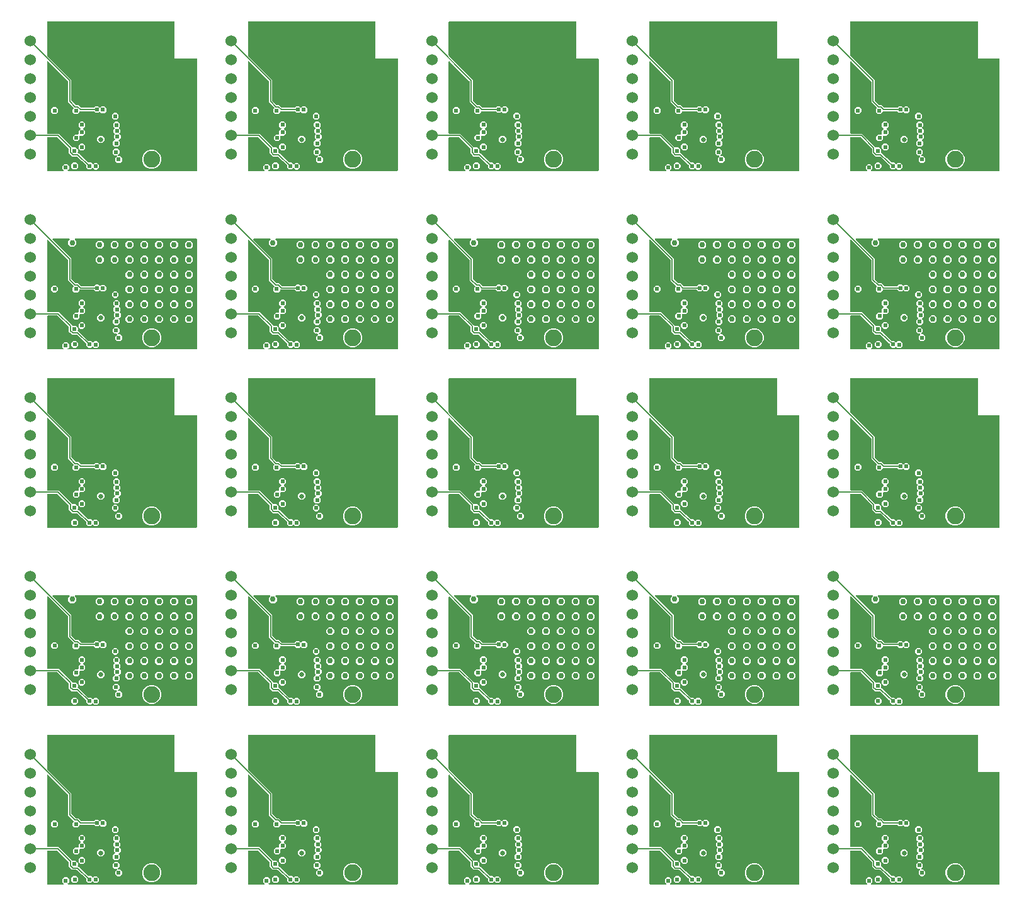
<source format=gbr>
G04 EAGLE Gerber X2 export*
%TF.Part,Single*%
%TF.FileFunction,Copper,L2,Inr,Mixed*%
%TF.FilePolarity,Positive*%
%TF.GenerationSoftware,Autodesk,EAGLE,9.0.0*%
%TF.CreationDate,2018-06-20T06:24:18Z*%
G75*
%MOMM*%
%FSLAX34Y34*%
%LPD*%
%AMOC8*
5,1,8,0,0,1.08239X$1,22.5*%
G01*
%ADD10C,1.524000*%
%ADD11C,0.609600*%
%ADD12C,0.152400*%
%ADD13C,0.660400*%
%ADD14C,2.250000*%
%ADD15C,0.756400*%
%ADD16C,0.706400*%
%ADD17C,0.254000*%

G36*
X1010020Y-480758D02*
X1010020Y-480758D01*
X1010039Y-480760D01*
X1010141Y-480738D01*
X1010243Y-480722D01*
X1010260Y-480712D01*
X1010280Y-480708D01*
X1010369Y-480655D01*
X1010460Y-480606D01*
X1010474Y-480592D01*
X1010491Y-480582D01*
X1010558Y-480503D01*
X1010630Y-480428D01*
X1010638Y-480410D01*
X1010651Y-480395D01*
X1010690Y-480299D01*
X1010733Y-480205D01*
X1010735Y-480185D01*
X1010743Y-480167D01*
X1010761Y-480000D01*
X1010761Y-330000D01*
X1010758Y-329980D01*
X1010760Y-329961D01*
X1010738Y-329859D01*
X1010722Y-329757D01*
X1010712Y-329740D01*
X1010708Y-329720D01*
X1010655Y-329631D01*
X1010606Y-329540D01*
X1010592Y-329526D01*
X1010582Y-329509D01*
X1010503Y-329442D01*
X1010428Y-329371D01*
X1010410Y-329362D01*
X1010395Y-329349D01*
X1010299Y-329310D01*
X1010205Y-329267D01*
X1010185Y-329265D01*
X1010167Y-329257D01*
X1010000Y-329239D01*
X980761Y-329239D01*
X980761Y-280000D01*
X980758Y-279980D01*
X980760Y-279961D01*
X980738Y-279859D01*
X980722Y-279757D01*
X980712Y-279740D01*
X980708Y-279720D01*
X980655Y-279631D01*
X980606Y-279540D01*
X980592Y-279526D01*
X980582Y-279509D01*
X980503Y-279442D01*
X980428Y-279371D01*
X980410Y-279362D01*
X980395Y-279349D01*
X980299Y-279310D01*
X980205Y-279267D01*
X980185Y-279265D01*
X980167Y-279257D01*
X980000Y-279239D01*
X810000Y-279239D01*
X809980Y-279242D01*
X809961Y-279240D01*
X809859Y-279262D01*
X809757Y-279279D01*
X809740Y-279288D01*
X809720Y-279292D01*
X809631Y-279345D01*
X809540Y-279394D01*
X809526Y-279408D01*
X809509Y-279418D01*
X809442Y-279497D01*
X809371Y-279572D01*
X809362Y-279590D01*
X809349Y-279605D01*
X809310Y-279701D01*
X809267Y-279795D01*
X809265Y-279815D01*
X809257Y-279833D01*
X809239Y-280000D01*
X809239Y-325201D01*
X809254Y-325292D01*
X809261Y-325382D01*
X809273Y-325412D01*
X809279Y-325444D01*
X809321Y-325525D01*
X809357Y-325609D01*
X809383Y-325641D01*
X809394Y-325662D01*
X809417Y-325684D01*
X809462Y-325740D01*
X841937Y-358215D01*
X841937Y-385844D01*
X841952Y-385934D01*
X841959Y-386025D01*
X841972Y-386054D01*
X841977Y-386086D01*
X842019Y-386167D01*
X842055Y-386251D01*
X842081Y-386283D01*
X842092Y-386304D01*
X842115Y-386326D01*
X842160Y-386382D01*
X847459Y-391681D01*
X847533Y-391734D01*
X847602Y-391793D01*
X847633Y-391806D01*
X847659Y-391824D01*
X847746Y-391851D01*
X847831Y-391885D01*
X847872Y-391890D01*
X847894Y-391897D01*
X847926Y-391896D01*
X847997Y-391904D01*
X851246Y-391904D01*
X854805Y-395463D01*
X854879Y-395516D01*
X854948Y-395576D01*
X854979Y-395588D01*
X855005Y-395606D01*
X855092Y-395633D01*
X855177Y-395667D01*
X855218Y-395672D01*
X855240Y-395679D01*
X855272Y-395678D01*
X855343Y-395686D01*
X872000Y-395686D01*
X872090Y-395671D01*
X872181Y-395664D01*
X872211Y-395651D01*
X872243Y-395646D01*
X872323Y-395603D01*
X872407Y-395568D01*
X872440Y-395542D01*
X872460Y-395531D01*
X872482Y-395508D01*
X872538Y-395463D01*
X874601Y-393400D01*
X878390Y-393400D01*
X880076Y-395086D01*
X880092Y-395098D01*
X880105Y-395114D01*
X880192Y-395170D01*
X880276Y-395230D01*
X880295Y-395236D01*
X880312Y-395247D01*
X880412Y-395272D01*
X880511Y-395302D01*
X880531Y-395302D01*
X880550Y-395307D01*
X880653Y-395299D01*
X880757Y-395296D01*
X880776Y-395289D01*
X880795Y-395288D01*
X880890Y-395247D01*
X880988Y-395212D01*
X881003Y-395199D01*
X881022Y-395191D01*
X881153Y-395086D01*
X882492Y-393747D01*
X886280Y-393747D01*
X888959Y-396426D01*
X888959Y-400214D01*
X886280Y-402893D01*
X882492Y-402893D01*
X880805Y-401206D01*
X880789Y-401194D01*
X880777Y-401179D01*
X880690Y-401123D01*
X880606Y-401062D01*
X880587Y-401057D01*
X880570Y-401046D01*
X880469Y-401021D01*
X880371Y-400990D01*
X880351Y-400991D01*
X880331Y-400986D01*
X880228Y-400994D01*
X880125Y-400996D01*
X880106Y-401003D01*
X880086Y-401005D01*
X879991Y-401045D01*
X879894Y-401081D01*
X879878Y-401093D01*
X879860Y-401101D01*
X879729Y-401206D01*
X878390Y-402545D01*
X874601Y-402545D01*
X872538Y-400482D01*
X872464Y-400429D01*
X872395Y-400370D01*
X872365Y-400358D01*
X872339Y-400339D01*
X872252Y-400312D01*
X872167Y-400278D01*
X872126Y-400273D01*
X872103Y-400266D01*
X872071Y-400267D01*
X872000Y-400259D01*
X853423Y-400259D01*
X853404Y-400263D01*
X853384Y-400260D01*
X853283Y-400282D01*
X853181Y-400299D01*
X853163Y-400308D01*
X853143Y-400313D01*
X853054Y-400366D01*
X852963Y-400414D01*
X852949Y-400429D01*
X852932Y-400439D01*
X852865Y-400518D01*
X852794Y-400593D01*
X852785Y-400611D01*
X852772Y-400626D01*
X852734Y-400722D01*
X852690Y-400816D01*
X852688Y-400835D01*
X852680Y-400854D01*
X852662Y-401021D01*
X852662Y-401419D01*
X849983Y-404097D01*
X846195Y-404097D01*
X843517Y-401419D01*
X843517Y-397631D01*
X844690Y-396457D01*
X844702Y-396441D01*
X844718Y-396428D01*
X844774Y-396341D01*
X844834Y-396257D01*
X844840Y-396238D01*
X844851Y-396221D01*
X844876Y-396121D01*
X844906Y-396022D01*
X844906Y-396002D01*
X844911Y-395983D01*
X844903Y-395880D01*
X844900Y-395776D01*
X844893Y-395757D01*
X844892Y-395737D01*
X844851Y-395643D01*
X844816Y-395545D01*
X844803Y-395529D01*
X844795Y-395511D01*
X844690Y-395380D01*
X838926Y-389616D01*
X837364Y-388053D01*
X837364Y-360425D01*
X837349Y-360335D01*
X837342Y-360244D01*
X837329Y-360214D01*
X837324Y-360182D01*
X837281Y-360101D01*
X837245Y-360017D01*
X837220Y-359985D01*
X837209Y-359965D01*
X837185Y-359942D01*
X837141Y-359886D01*
X810538Y-333284D01*
X810480Y-333242D01*
X810428Y-333193D01*
X810381Y-333171D01*
X810339Y-333141D01*
X810270Y-333120D01*
X810205Y-333089D01*
X810153Y-333084D01*
X810103Y-333068D01*
X810032Y-333070D01*
X809961Y-333062D01*
X809910Y-333073D01*
X809858Y-333075D01*
X809790Y-333099D01*
X809720Y-333114D01*
X809676Y-333141D01*
X809627Y-333159D01*
X809571Y-333204D01*
X809509Y-333241D01*
X809475Y-333280D01*
X809435Y-333313D01*
X809396Y-333373D01*
X809349Y-333428D01*
X809330Y-333476D01*
X809302Y-333520D01*
X809284Y-333589D01*
X809257Y-333656D01*
X809249Y-333727D01*
X809241Y-333758D01*
X809243Y-333782D01*
X809239Y-333822D01*
X809239Y-429872D01*
X809242Y-429892D01*
X809240Y-429911D01*
X809262Y-430013D01*
X809279Y-430115D01*
X809288Y-430132D01*
X809292Y-430152D01*
X809345Y-430241D01*
X809394Y-430332D01*
X809408Y-430346D01*
X809418Y-430363D01*
X809497Y-430430D01*
X809572Y-430501D01*
X809590Y-430510D01*
X809605Y-430523D01*
X809701Y-430561D01*
X809795Y-430605D01*
X809815Y-430607D01*
X809833Y-430615D01*
X810000Y-430633D01*
X825087Y-430633D01*
X843039Y-448585D01*
X843051Y-448616D01*
X843083Y-448657D01*
X843108Y-448703D01*
X843160Y-448752D01*
X843204Y-448808D01*
X843248Y-448836D01*
X843286Y-448872D01*
X843351Y-448902D01*
X843411Y-448941D01*
X843462Y-448954D01*
X843509Y-448976D01*
X843580Y-448984D01*
X843650Y-449001D01*
X843702Y-448997D01*
X843753Y-449003D01*
X843824Y-448988D01*
X843895Y-448982D01*
X843943Y-448962D01*
X843994Y-448951D01*
X844033Y-448927D01*
X847894Y-448927D01*
X850128Y-451161D01*
X850186Y-451203D01*
X850238Y-451252D01*
X850285Y-451274D01*
X850327Y-451304D01*
X850396Y-451326D01*
X850461Y-451356D01*
X850513Y-451361D01*
X850563Y-451377D01*
X850573Y-451377D01*
X850573Y-455457D01*
X850554Y-455516D01*
X850524Y-455581D01*
X850519Y-455633D01*
X850503Y-455682D01*
X850505Y-455754D01*
X850497Y-455825D01*
X850508Y-455876D01*
X850510Y-455928D01*
X850534Y-455996D01*
X850549Y-456066D01*
X850576Y-456110D01*
X850594Y-456159D01*
X850639Y-456215D01*
X850676Y-456277D01*
X850715Y-456311D01*
X850748Y-456351D01*
X850808Y-456390D01*
X850862Y-456437D01*
X850910Y-456456D01*
X851626Y-457172D01*
X851636Y-457179D01*
X851649Y-457194D01*
X864686Y-469172D01*
X864749Y-469213D01*
X864806Y-469262D01*
X864851Y-469280D01*
X864892Y-469307D01*
X864964Y-469326D01*
X865034Y-469354D01*
X865100Y-469361D01*
X865130Y-469369D01*
X865155Y-469368D01*
X865201Y-469373D01*
X868396Y-469373D01*
X870200Y-471178D01*
X870217Y-471189D01*
X870229Y-471205D01*
X870316Y-471261D01*
X870400Y-471321D01*
X870419Y-471327D01*
X870436Y-471338D01*
X870537Y-471363D01*
X870635Y-471393D01*
X870655Y-471393D01*
X870675Y-471398D01*
X870778Y-471390D01*
X870881Y-471387D01*
X870900Y-471380D01*
X870920Y-471379D01*
X871015Y-471338D01*
X871112Y-471303D01*
X871128Y-471290D01*
X871146Y-471282D01*
X871277Y-471178D01*
X872796Y-469659D01*
X876584Y-469659D01*
X879262Y-472338D01*
X879262Y-476126D01*
X876584Y-478804D01*
X872796Y-478804D01*
X870991Y-477000D01*
X870975Y-476988D01*
X870962Y-476972D01*
X870875Y-476916D01*
X870791Y-476856D01*
X870772Y-476850D01*
X870755Y-476839D01*
X870655Y-476814D01*
X870556Y-476784D01*
X870536Y-476784D01*
X870517Y-476779D01*
X870414Y-476787D01*
X870310Y-476790D01*
X870291Y-476797D01*
X870271Y-476798D01*
X870177Y-476839D01*
X870079Y-476874D01*
X870063Y-476887D01*
X870045Y-476895D01*
X869914Y-477000D01*
X868396Y-478518D01*
X864607Y-478518D01*
X861929Y-475839D01*
X861929Y-473184D01*
X861911Y-473078D01*
X861899Y-472972D01*
X861892Y-472957D01*
X861889Y-472941D01*
X861839Y-472846D01*
X861793Y-472750D01*
X861780Y-472735D01*
X861774Y-472724D01*
X861752Y-472703D01*
X861683Y-472623D01*
X849382Y-461321D01*
X849319Y-461280D01*
X849261Y-461231D01*
X849216Y-461213D01*
X849176Y-461186D01*
X849103Y-461167D01*
X849033Y-461139D01*
X848968Y-461132D01*
X848938Y-461124D01*
X848913Y-461126D01*
X848867Y-461121D01*
X842843Y-461121D01*
X838379Y-456657D01*
X838379Y-450708D01*
X838365Y-450618D01*
X838357Y-450527D01*
X838345Y-450498D01*
X838340Y-450466D01*
X838297Y-450385D01*
X838261Y-450301D01*
X838235Y-450269D01*
X838224Y-450248D01*
X838201Y-450226D01*
X838156Y-450170D01*
X823416Y-435430D01*
X823342Y-435376D01*
X823272Y-435317D01*
X823242Y-435305D01*
X823216Y-435286D01*
X823129Y-435259D01*
X823044Y-435225D01*
X823003Y-435220D01*
X822981Y-435214D01*
X822949Y-435214D01*
X822878Y-435207D01*
X810000Y-435207D01*
X809980Y-435210D01*
X809961Y-435208D01*
X809859Y-435230D01*
X809757Y-435246D01*
X809740Y-435256D01*
X809720Y-435260D01*
X809631Y-435313D01*
X809540Y-435361D01*
X809526Y-435376D01*
X809509Y-435386D01*
X809442Y-435465D01*
X809371Y-435540D01*
X809362Y-435558D01*
X809349Y-435573D01*
X809310Y-435669D01*
X809267Y-435763D01*
X809265Y-435783D01*
X809257Y-435801D01*
X809239Y-435968D01*
X809239Y-480000D01*
X809242Y-480020D01*
X809240Y-480039D01*
X809262Y-480141D01*
X809279Y-480243D01*
X809288Y-480260D01*
X809292Y-480280D01*
X809345Y-480369D01*
X809394Y-480460D01*
X809408Y-480474D01*
X809418Y-480491D01*
X809497Y-480558D01*
X809572Y-480630D01*
X809590Y-480638D01*
X809605Y-480651D01*
X809701Y-480690D01*
X809795Y-480733D01*
X809815Y-480735D01*
X809833Y-480743D01*
X810000Y-480761D01*
X1010000Y-480761D01*
X1010020Y-480758D01*
G37*
G36*
X740020Y-480758D02*
X740020Y-480758D01*
X740039Y-480760D01*
X740141Y-480738D01*
X740243Y-480722D01*
X740260Y-480712D01*
X740280Y-480708D01*
X740369Y-480655D01*
X740460Y-480606D01*
X740474Y-480592D01*
X740491Y-480582D01*
X740558Y-480503D01*
X740630Y-480428D01*
X740638Y-480410D01*
X740651Y-480395D01*
X740690Y-480299D01*
X740733Y-480205D01*
X740735Y-480185D01*
X740743Y-480167D01*
X740761Y-480000D01*
X740761Y-330000D01*
X740758Y-329980D01*
X740760Y-329961D01*
X740738Y-329859D01*
X740722Y-329757D01*
X740712Y-329740D01*
X740708Y-329720D01*
X740655Y-329631D01*
X740606Y-329540D01*
X740592Y-329526D01*
X740582Y-329509D01*
X740503Y-329442D01*
X740428Y-329371D01*
X740410Y-329362D01*
X740395Y-329349D01*
X740299Y-329310D01*
X740205Y-329267D01*
X740185Y-329265D01*
X740167Y-329257D01*
X740000Y-329239D01*
X710761Y-329239D01*
X710761Y-280000D01*
X710758Y-279980D01*
X710760Y-279961D01*
X710738Y-279859D01*
X710722Y-279757D01*
X710712Y-279740D01*
X710708Y-279720D01*
X710655Y-279631D01*
X710606Y-279540D01*
X710592Y-279526D01*
X710582Y-279509D01*
X710503Y-279442D01*
X710428Y-279371D01*
X710410Y-279362D01*
X710395Y-279349D01*
X710299Y-279310D01*
X710205Y-279267D01*
X710185Y-279265D01*
X710167Y-279257D01*
X710000Y-279239D01*
X540000Y-279239D01*
X539980Y-279242D01*
X539961Y-279240D01*
X539859Y-279262D01*
X539757Y-279279D01*
X539740Y-279288D01*
X539720Y-279292D01*
X539631Y-279345D01*
X539540Y-279394D01*
X539526Y-279408D01*
X539509Y-279418D01*
X539442Y-279497D01*
X539371Y-279572D01*
X539362Y-279590D01*
X539349Y-279605D01*
X539310Y-279701D01*
X539267Y-279795D01*
X539265Y-279815D01*
X539257Y-279833D01*
X539239Y-280000D01*
X539239Y-325201D01*
X539254Y-325292D01*
X539261Y-325382D01*
X539273Y-325412D01*
X539279Y-325444D01*
X539321Y-325525D01*
X539357Y-325609D01*
X539383Y-325641D01*
X539394Y-325662D01*
X539417Y-325684D01*
X539462Y-325740D01*
X571937Y-358215D01*
X571937Y-385844D01*
X571952Y-385934D01*
X571959Y-386025D01*
X571972Y-386054D01*
X571977Y-386086D01*
X572019Y-386167D01*
X572055Y-386251D01*
X572081Y-386283D01*
X572092Y-386304D01*
X572115Y-386326D01*
X572160Y-386382D01*
X577459Y-391681D01*
X577533Y-391734D01*
X577602Y-391793D01*
X577633Y-391806D01*
X577659Y-391824D01*
X577746Y-391851D01*
X577831Y-391885D01*
X577872Y-391890D01*
X577894Y-391897D01*
X577926Y-391896D01*
X577997Y-391904D01*
X581246Y-391904D01*
X582808Y-393466D01*
X584805Y-395463D01*
X584879Y-395516D01*
X584948Y-395576D01*
X584979Y-395588D01*
X585005Y-395606D01*
X585092Y-395633D01*
X585177Y-395667D01*
X585217Y-395672D01*
X585240Y-395679D01*
X585272Y-395678D01*
X585343Y-395686D01*
X602000Y-395686D01*
X602090Y-395671D01*
X602181Y-395664D01*
X602211Y-395651D01*
X602243Y-395646D01*
X602323Y-395603D01*
X602407Y-395568D01*
X602439Y-395542D01*
X602460Y-395531D01*
X602482Y-395508D01*
X602538Y-395463D01*
X604601Y-393400D01*
X608390Y-393400D01*
X610076Y-395086D01*
X610092Y-395098D01*
X610105Y-395114D01*
X610192Y-395170D01*
X610276Y-395230D01*
X610295Y-395236D01*
X610312Y-395247D01*
X610412Y-395272D01*
X610511Y-395302D01*
X610531Y-395302D01*
X610550Y-395307D01*
X610653Y-395299D01*
X610757Y-395296D01*
X610776Y-395289D01*
X610795Y-395288D01*
X610890Y-395247D01*
X610988Y-395212D01*
X611003Y-395199D01*
X611022Y-395191D01*
X611153Y-395086D01*
X612492Y-393747D01*
X616280Y-393747D01*
X618959Y-396426D01*
X618959Y-400214D01*
X616280Y-402893D01*
X612492Y-402893D01*
X610805Y-401206D01*
X610789Y-401194D01*
X610777Y-401179D01*
X610690Y-401123D01*
X610606Y-401062D01*
X610587Y-401057D01*
X610570Y-401046D01*
X610469Y-401021D01*
X610371Y-400990D01*
X610351Y-400991D01*
X610331Y-400986D01*
X610228Y-400994D01*
X610125Y-400996D01*
X610106Y-401003D01*
X610086Y-401005D01*
X609991Y-401045D01*
X609894Y-401081D01*
X609878Y-401093D01*
X609860Y-401101D01*
X609729Y-401206D01*
X608390Y-402545D01*
X604601Y-402545D01*
X602538Y-400482D01*
X602464Y-400429D01*
X602395Y-400370D01*
X602365Y-400358D01*
X602339Y-400339D01*
X602252Y-400312D01*
X602167Y-400278D01*
X602126Y-400273D01*
X602103Y-400266D01*
X602071Y-400267D01*
X602000Y-400259D01*
X583423Y-400259D01*
X583404Y-400263D01*
X583384Y-400260D01*
X583283Y-400282D01*
X583181Y-400299D01*
X583163Y-400308D01*
X583143Y-400313D01*
X583054Y-400366D01*
X582963Y-400414D01*
X582949Y-400429D01*
X582932Y-400439D01*
X582865Y-400518D01*
X582794Y-400593D01*
X582785Y-400611D01*
X582772Y-400626D01*
X582734Y-400722D01*
X582690Y-400816D01*
X582688Y-400835D01*
X582680Y-400854D01*
X582662Y-401021D01*
X582662Y-401419D01*
X579983Y-404097D01*
X576195Y-404097D01*
X573517Y-401419D01*
X573517Y-397631D01*
X574690Y-396457D01*
X574702Y-396441D01*
X574718Y-396428D01*
X574774Y-396341D01*
X574834Y-396257D01*
X574840Y-396238D01*
X574851Y-396221D01*
X574876Y-396121D01*
X574906Y-396022D01*
X574906Y-396002D01*
X574911Y-395983D01*
X574903Y-395880D01*
X574900Y-395776D01*
X574893Y-395757D01*
X574892Y-395737D01*
X574851Y-395643D01*
X574816Y-395545D01*
X574803Y-395529D01*
X574795Y-395511D01*
X574690Y-395380D01*
X567364Y-388053D01*
X567364Y-360425D01*
X567349Y-360335D01*
X567342Y-360244D01*
X567329Y-360214D01*
X567324Y-360182D01*
X567281Y-360101D01*
X567245Y-360017D01*
X567220Y-359985D01*
X567209Y-359965D01*
X567185Y-359942D01*
X567141Y-359886D01*
X540538Y-333284D01*
X540480Y-333242D01*
X540428Y-333193D01*
X540381Y-333171D01*
X540339Y-333141D01*
X540270Y-333120D01*
X540205Y-333089D01*
X540153Y-333084D01*
X540103Y-333068D01*
X540032Y-333070D01*
X539961Y-333062D01*
X539910Y-333073D01*
X539858Y-333075D01*
X539790Y-333099D01*
X539720Y-333114D01*
X539676Y-333141D01*
X539627Y-333159D01*
X539571Y-333204D01*
X539509Y-333241D01*
X539475Y-333280D01*
X539435Y-333313D01*
X539396Y-333373D01*
X539349Y-333428D01*
X539330Y-333476D01*
X539302Y-333520D01*
X539284Y-333589D01*
X539257Y-333656D01*
X539249Y-333727D01*
X539241Y-333758D01*
X539243Y-333782D01*
X539239Y-333822D01*
X539239Y-429872D01*
X539242Y-429892D01*
X539240Y-429911D01*
X539262Y-430013D01*
X539279Y-430115D01*
X539288Y-430132D01*
X539292Y-430152D01*
X539345Y-430241D01*
X539394Y-430332D01*
X539408Y-430346D01*
X539418Y-430363D01*
X539497Y-430430D01*
X539572Y-430501D01*
X539590Y-430510D01*
X539605Y-430523D01*
X539701Y-430561D01*
X539795Y-430605D01*
X539815Y-430607D01*
X539833Y-430615D01*
X540000Y-430633D01*
X555087Y-430633D01*
X573039Y-448585D01*
X573051Y-448616D01*
X573083Y-448657D01*
X573108Y-448703D01*
X573160Y-448752D01*
X573204Y-448808D01*
X573248Y-448836D01*
X573286Y-448872D01*
X573351Y-448902D01*
X573411Y-448941D01*
X573462Y-448954D01*
X573509Y-448976D01*
X573580Y-448984D01*
X573650Y-449001D01*
X573702Y-448997D01*
X573753Y-449003D01*
X573824Y-448988D01*
X573895Y-448982D01*
X573943Y-448962D01*
X573994Y-448951D01*
X574033Y-448927D01*
X577894Y-448927D01*
X580128Y-451161D01*
X580186Y-451203D01*
X580238Y-451252D01*
X580285Y-451274D01*
X580327Y-451304D01*
X580396Y-451326D01*
X580461Y-451356D01*
X580513Y-451361D01*
X580563Y-451377D01*
X580573Y-451377D01*
X580573Y-455457D01*
X580554Y-455516D01*
X580524Y-455581D01*
X580519Y-455633D01*
X580503Y-455682D01*
X580505Y-455754D01*
X580497Y-455825D01*
X580508Y-455876D01*
X580510Y-455928D01*
X580534Y-455996D01*
X580549Y-456066D01*
X580576Y-456110D01*
X580594Y-456159D01*
X580639Y-456215D01*
X580676Y-456277D01*
X580715Y-456311D01*
X580748Y-456351D01*
X580808Y-456390D01*
X580862Y-456437D01*
X580910Y-456456D01*
X581626Y-457172D01*
X581636Y-457179D01*
X581649Y-457194D01*
X594686Y-469172D01*
X594749Y-469213D01*
X594806Y-469262D01*
X594851Y-469280D01*
X594892Y-469307D01*
X594964Y-469326D01*
X595034Y-469354D01*
X595100Y-469361D01*
X595130Y-469369D01*
X595155Y-469368D01*
X595201Y-469373D01*
X598396Y-469373D01*
X600200Y-471178D01*
X600217Y-471189D01*
X600229Y-471205D01*
X600316Y-471261D01*
X600400Y-471321D01*
X600419Y-471327D01*
X600436Y-471338D01*
X600537Y-471363D01*
X600635Y-471393D01*
X600655Y-471393D01*
X600675Y-471398D01*
X600778Y-471390D01*
X600881Y-471387D01*
X600900Y-471380D01*
X600920Y-471379D01*
X601015Y-471338D01*
X601112Y-471303D01*
X601128Y-471290D01*
X601146Y-471282D01*
X601277Y-471178D01*
X602796Y-469659D01*
X606584Y-469659D01*
X609262Y-472338D01*
X609262Y-476126D01*
X606584Y-478804D01*
X602796Y-478804D01*
X600991Y-477000D01*
X600975Y-476988D01*
X600962Y-476972D01*
X600875Y-476916D01*
X600791Y-476856D01*
X600772Y-476850D01*
X600755Y-476839D01*
X600655Y-476814D01*
X600556Y-476784D01*
X600536Y-476784D01*
X600517Y-476779D01*
X600414Y-476787D01*
X600310Y-476790D01*
X600291Y-476797D01*
X600271Y-476798D01*
X600177Y-476839D01*
X600079Y-476874D01*
X600063Y-476887D01*
X600045Y-476895D01*
X599914Y-477000D01*
X598396Y-478518D01*
X594607Y-478518D01*
X591929Y-475839D01*
X591929Y-473184D01*
X591911Y-473078D01*
X591899Y-472972D01*
X591892Y-472957D01*
X591889Y-472941D01*
X591839Y-472846D01*
X591793Y-472750D01*
X591780Y-472735D01*
X591774Y-472724D01*
X591752Y-472703D01*
X591683Y-472623D01*
X579382Y-461321D01*
X579319Y-461280D01*
X579261Y-461231D01*
X579216Y-461213D01*
X579176Y-461186D01*
X579103Y-461167D01*
X579033Y-461139D01*
X578968Y-461132D01*
X578938Y-461124D01*
X578913Y-461126D01*
X578867Y-461121D01*
X572843Y-461121D01*
X568379Y-456657D01*
X568379Y-450708D01*
X568365Y-450618D01*
X568357Y-450527D01*
X568345Y-450498D01*
X568340Y-450466D01*
X568297Y-450385D01*
X568261Y-450301D01*
X568235Y-450269D01*
X568224Y-450248D01*
X568201Y-450226D01*
X568156Y-450170D01*
X553416Y-435430D01*
X553342Y-435376D01*
X553272Y-435317D01*
X553242Y-435305D01*
X553216Y-435286D01*
X553129Y-435259D01*
X553044Y-435225D01*
X553003Y-435220D01*
X552981Y-435214D01*
X552949Y-435214D01*
X552878Y-435207D01*
X540000Y-435207D01*
X539980Y-435210D01*
X539961Y-435208D01*
X539859Y-435230D01*
X539757Y-435246D01*
X539740Y-435256D01*
X539720Y-435260D01*
X539631Y-435313D01*
X539540Y-435361D01*
X539526Y-435376D01*
X539509Y-435386D01*
X539442Y-435465D01*
X539371Y-435540D01*
X539362Y-435558D01*
X539349Y-435573D01*
X539310Y-435669D01*
X539267Y-435763D01*
X539265Y-435783D01*
X539257Y-435801D01*
X539239Y-435968D01*
X539239Y-480000D01*
X539242Y-480020D01*
X539240Y-480039D01*
X539262Y-480141D01*
X539279Y-480243D01*
X539288Y-480260D01*
X539292Y-480280D01*
X539345Y-480369D01*
X539394Y-480460D01*
X539408Y-480474D01*
X539418Y-480491D01*
X539497Y-480558D01*
X539572Y-480630D01*
X539590Y-480638D01*
X539605Y-480651D01*
X539701Y-480690D01*
X539795Y-480733D01*
X539815Y-480735D01*
X539833Y-480743D01*
X540000Y-480761D01*
X740000Y-480761D01*
X740020Y-480758D01*
G37*
G36*
X200020Y-480758D02*
X200020Y-480758D01*
X200039Y-480760D01*
X200141Y-480738D01*
X200243Y-480722D01*
X200260Y-480712D01*
X200280Y-480708D01*
X200369Y-480655D01*
X200460Y-480606D01*
X200474Y-480592D01*
X200491Y-480582D01*
X200558Y-480503D01*
X200630Y-480428D01*
X200638Y-480410D01*
X200651Y-480395D01*
X200690Y-480299D01*
X200733Y-480205D01*
X200735Y-480185D01*
X200743Y-480167D01*
X200761Y-480000D01*
X200761Y-330000D01*
X200758Y-329980D01*
X200760Y-329961D01*
X200738Y-329859D01*
X200722Y-329757D01*
X200712Y-329740D01*
X200708Y-329720D01*
X200655Y-329631D01*
X200606Y-329540D01*
X200592Y-329526D01*
X200582Y-329509D01*
X200503Y-329442D01*
X200428Y-329371D01*
X200410Y-329362D01*
X200395Y-329349D01*
X200299Y-329310D01*
X200205Y-329267D01*
X200185Y-329265D01*
X200167Y-329257D01*
X200000Y-329239D01*
X170761Y-329239D01*
X170761Y-280000D01*
X170758Y-279980D01*
X170760Y-279961D01*
X170738Y-279859D01*
X170722Y-279757D01*
X170712Y-279740D01*
X170708Y-279720D01*
X170655Y-279631D01*
X170606Y-279540D01*
X170592Y-279526D01*
X170582Y-279509D01*
X170503Y-279442D01*
X170428Y-279371D01*
X170410Y-279362D01*
X170395Y-279349D01*
X170299Y-279310D01*
X170205Y-279267D01*
X170185Y-279265D01*
X170167Y-279257D01*
X170000Y-279239D01*
X0Y-279239D01*
X-20Y-279242D01*
X-39Y-279240D01*
X-141Y-279262D01*
X-243Y-279279D01*
X-260Y-279288D01*
X-280Y-279292D01*
X-369Y-279345D01*
X-460Y-279394D01*
X-474Y-279408D01*
X-491Y-279418D01*
X-558Y-279497D01*
X-630Y-279572D01*
X-638Y-279590D01*
X-651Y-279605D01*
X-690Y-279701D01*
X-733Y-279795D01*
X-735Y-279815D01*
X-743Y-279833D01*
X-761Y-280000D01*
X-761Y-325201D01*
X-747Y-325292D01*
X-739Y-325382D01*
X-727Y-325412D01*
X-722Y-325444D01*
X-679Y-325525D01*
X-643Y-325609D01*
X-617Y-325641D01*
X-606Y-325662D01*
X-583Y-325684D01*
X-538Y-325740D01*
X31937Y-358215D01*
X31937Y-385844D01*
X31952Y-385934D01*
X31959Y-386025D01*
X31972Y-386054D01*
X31977Y-386086D01*
X32019Y-386167D01*
X32055Y-386251D01*
X32081Y-386283D01*
X32092Y-386304D01*
X32115Y-386326D01*
X32160Y-386382D01*
X37459Y-391681D01*
X37533Y-391734D01*
X37602Y-391793D01*
X37633Y-391806D01*
X37659Y-391824D01*
X37746Y-391851D01*
X37831Y-391885D01*
X37872Y-391890D01*
X37894Y-391897D01*
X37926Y-391896D01*
X37997Y-391904D01*
X41246Y-391904D01*
X44805Y-395463D01*
X44879Y-395516D01*
X44948Y-395576D01*
X44979Y-395588D01*
X45005Y-395606D01*
X45092Y-395633D01*
X45177Y-395667D01*
X45218Y-395672D01*
X45240Y-395679D01*
X45272Y-395678D01*
X45343Y-395686D01*
X62000Y-395686D01*
X62090Y-395671D01*
X62181Y-395664D01*
X62211Y-395651D01*
X62243Y-395646D01*
X62323Y-395603D01*
X62407Y-395568D01*
X62439Y-395542D01*
X62460Y-395531D01*
X62482Y-395508D01*
X62538Y-395463D01*
X64601Y-393400D01*
X68390Y-393400D01*
X70076Y-395086D01*
X70092Y-395098D01*
X70105Y-395114D01*
X70192Y-395170D01*
X70276Y-395230D01*
X70295Y-395236D01*
X70312Y-395247D01*
X70412Y-395272D01*
X70511Y-395302D01*
X70531Y-395302D01*
X70550Y-395307D01*
X70653Y-395299D01*
X70757Y-395296D01*
X70776Y-395289D01*
X70795Y-395288D01*
X70890Y-395247D01*
X70988Y-395212D01*
X71003Y-395199D01*
X71022Y-395191D01*
X71153Y-395086D01*
X72492Y-393747D01*
X76280Y-393747D01*
X78959Y-396426D01*
X78959Y-400214D01*
X76280Y-402893D01*
X72492Y-402893D01*
X70805Y-401206D01*
X70789Y-401194D01*
X70777Y-401179D01*
X70690Y-401123D01*
X70606Y-401062D01*
X70587Y-401057D01*
X70570Y-401046D01*
X70469Y-401021D01*
X70371Y-400990D01*
X70351Y-400991D01*
X70331Y-400986D01*
X70228Y-400994D01*
X70125Y-400996D01*
X70106Y-401003D01*
X70086Y-401005D01*
X69991Y-401045D01*
X69894Y-401081D01*
X69878Y-401093D01*
X69860Y-401101D01*
X69729Y-401206D01*
X68390Y-402545D01*
X64601Y-402545D01*
X62538Y-400482D01*
X62464Y-400429D01*
X62395Y-400370D01*
X62365Y-400358D01*
X62339Y-400339D01*
X62252Y-400312D01*
X62167Y-400278D01*
X62126Y-400273D01*
X62103Y-400266D01*
X62071Y-400267D01*
X62000Y-400259D01*
X43423Y-400259D01*
X43404Y-400263D01*
X43384Y-400260D01*
X43283Y-400282D01*
X43181Y-400299D01*
X43163Y-400308D01*
X43143Y-400313D01*
X43054Y-400366D01*
X42963Y-400414D01*
X42949Y-400429D01*
X42932Y-400439D01*
X42865Y-400518D01*
X42794Y-400593D01*
X42785Y-400611D01*
X42772Y-400626D01*
X42734Y-400722D01*
X42690Y-400816D01*
X42688Y-400835D01*
X42680Y-400854D01*
X42662Y-401021D01*
X42662Y-401419D01*
X39983Y-404097D01*
X36195Y-404097D01*
X33517Y-401419D01*
X33517Y-397631D01*
X34690Y-396457D01*
X34702Y-396441D01*
X34718Y-396428D01*
X34774Y-396341D01*
X34834Y-396257D01*
X34840Y-396238D01*
X34851Y-396221D01*
X34876Y-396121D01*
X34906Y-396022D01*
X34906Y-396002D01*
X34911Y-395983D01*
X34903Y-395880D01*
X34900Y-395776D01*
X34893Y-395757D01*
X34892Y-395737D01*
X34851Y-395643D01*
X34816Y-395545D01*
X34803Y-395529D01*
X34795Y-395511D01*
X34690Y-395380D01*
X27364Y-388053D01*
X27364Y-360425D01*
X27349Y-360335D01*
X27342Y-360244D01*
X27329Y-360214D01*
X27324Y-360182D01*
X27281Y-360101D01*
X27245Y-360017D01*
X27220Y-359985D01*
X27209Y-359965D01*
X27185Y-359942D01*
X27141Y-359886D01*
X538Y-333284D01*
X480Y-333242D01*
X428Y-333193D01*
X381Y-333171D01*
X339Y-333141D01*
X270Y-333120D01*
X205Y-333089D01*
X153Y-333084D01*
X103Y-333068D01*
X32Y-333070D01*
X-39Y-333062D01*
X-90Y-333073D01*
X-142Y-333075D01*
X-210Y-333099D01*
X-280Y-333114D01*
X-325Y-333141D01*
X-373Y-333159D01*
X-429Y-333204D01*
X-491Y-333241D01*
X-525Y-333280D01*
X-565Y-333313D01*
X-604Y-333373D01*
X-651Y-333428D01*
X-670Y-333476D01*
X-698Y-333520D01*
X-716Y-333589D01*
X-743Y-333656D01*
X-751Y-333727D01*
X-759Y-333758D01*
X-757Y-333782D01*
X-761Y-333822D01*
X-761Y-429872D01*
X-758Y-429892D01*
X-760Y-429911D01*
X-738Y-430013D01*
X-722Y-430115D01*
X-712Y-430132D01*
X-708Y-430152D01*
X-655Y-430241D01*
X-606Y-430332D01*
X-592Y-430346D01*
X-582Y-430363D01*
X-503Y-430430D01*
X-428Y-430501D01*
X-410Y-430510D01*
X-395Y-430523D01*
X-299Y-430561D01*
X-205Y-430605D01*
X-185Y-430607D01*
X-167Y-430615D01*
X0Y-430633D01*
X15087Y-430633D01*
X33039Y-448585D01*
X33051Y-448616D01*
X33083Y-448657D01*
X33108Y-448703D01*
X33160Y-448752D01*
X33204Y-448808D01*
X33248Y-448836D01*
X33286Y-448872D01*
X33351Y-448902D01*
X33411Y-448941D01*
X33462Y-448954D01*
X33509Y-448976D01*
X33580Y-448984D01*
X33650Y-449001D01*
X33702Y-448997D01*
X33753Y-449003D01*
X33824Y-448988D01*
X33895Y-448982D01*
X33943Y-448962D01*
X33994Y-448951D01*
X34033Y-448927D01*
X37894Y-448927D01*
X40128Y-451161D01*
X40186Y-451203D01*
X40238Y-451252D01*
X40285Y-451274D01*
X40327Y-451304D01*
X40396Y-451326D01*
X40461Y-451356D01*
X40513Y-451361D01*
X40563Y-451377D01*
X40573Y-451377D01*
X40573Y-455457D01*
X40554Y-455516D01*
X40524Y-455581D01*
X40519Y-455633D01*
X40503Y-455682D01*
X40505Y-455754D01*
X40497Y-455825D01*
X40508Y-455876D01*
X40510Y-455928D01*
X40534Y-455996D01*
X40549Y-456066D01*
X40576Y-456110D01*
X40594Y-456159D01*
X40639Y-456215D01*
X40676Y-456277D01*
X40715Y-456311D01*
X40748Y-456351D01*
X40808Y-456390D01*
X40862Y-456437D01*
X40910Y-456456D01*
X41626Y-457172D01*
X41636Y-457179D01*
X41649Y-457194D01*
X54686Y-469172D01*
X54749Y-469213D01*
X54806Y-469262D01*
X54851Y-469280D01*
X54892Y-469307D01*
X54964Y-469326D01*
X55034Y-469354D01*
X55100Y-469361D01*
X55130Y-469369D01*
X55155Y-469368D01*
X55201Y-469373D01*
X58396Y-469373D01*
X60200Y-471178D01*
X60217Y-471189D01*
X60229Y-471205D01*
X60316Y-471261D01*
X60400Y-471321D01*
X60419Y-471327D01*
X60436Y-471338D01*
X60536Y-471363D01*
X60635Y-471393D01*
X60655Y-471393D01*
X60675Y-471398D01*
X60777Y-471390D01*
X60881Y-471387D01*
X60900Y-471380D01*
X60920Y-471379D01*
X61015Y-471338D01*
X61112Y-471303D01*
X61128Y-471290D01*
X61146Y-471282D01*
X61277Y-471178D01*
X62796Y-469659D01*
X66584Y-469659D01*
X69262Y-472338D01*
X69262Y-476126D01*
X66584Y-478804D01*
X62796Y-478804D01*
X60991Y-477000D01*
X60975Y-476988D01*
X60962Y-476972D01*
X60875Y-476916D01*
X60791Y-476856D01*
X60772Y-476850D01*
X60755Y-476839D01*
X60655Y-476814D01*
X60556Y-476784D01*
X60536Y-476784D01*
X60517Y-476779D01*
X60414Y-476787D01*
X60310Y-476790D01*
X60291Y-476797D01*
X60271Y-476798D01*
X60177Y-476839D01*
X60079Y-476874D01*
X60063Y-476887D01*
X60045Y-476895D01*
X59914Y-477000D01*
X58396Y-478518D01*
X54607Y-478518D01*
X51929Y-475839D01*
X51929Y-473184D01*
X51911Y-473078D01*
X51899Y-472972D01*
X51892Y-472957D01*
X51889Y-472941D01*
X51839Y-472846D01*
X51793Y-472750D01*
X51780Y-472735D01*
X51774Y-472724D01*
X51752Y-472703D01*
X51683Y-472623D01*
X39382Y-461321D01*
X39319Y-461280D01*
X39261Y-461231D01*
X39216Y-461213D01*
X39176Y-461186D01*
X39103Y-461167D01*
X39033Y-461139D01*
X38968Y-461132D01*
X38938Y-461124D01*
X38913Y-461126D01*
X38867Y-461121D01*
X32843Y-461121D01*
X28379Y-456657D01*
X28379Y-450708D01*
X28365Y-450618D01*
X28357Y-450527D01*
X28345Y-450498D01*
X28340Y-450466D01*
X28297Y-450385D01*
X28261Y-450301D01*
X28235Y-450269D01*
X28224Y-450248D01*
X28201Y-450226D01*
X28156Y-450170D01*
X13416Y-435430D01*
X13342Y-435376D01*
X13272Y-435317D01*
X13242Y-435305D01*
X13216Y-435286D01*
X13129Y-435259D01*
X13044Y-435225D01*
X13003Y-435220D01*
X12981Y-435214D01*
X12949Y-435214D01*
X12878Y-435207D01*
X0Y-435207D01*
X-20Y-435210D01*
X-39Y-435208D01*
X-141Y-435230D01*
X-243Y-435246D01*
X-260Y-435256D01*
X-280Y-435260D01*
X-369Y-435313D01*
X-460Y-435361D01*
X-474Y-435376D01*
X-491Y-435386D01*
X-558Y-435465D01*
X-630Y-435540D01*
X-638Y-435558D01*
X-651Y-435573D01*
X-690Y-435669D01*
X-733Y-435763D01*
X-735Y-435783D01*
X-743Y-435801D01*
X-761Y-435968D01*
X-761Y-480000D01*
X-758Y-480020D01*
X-760Y-480039D01*
X-738Y-480141D01*
X-722Y-480243D01*
X-712Y-480260D01*
X-708Y-480280D01*
X-655Y-480369D01*
X-606Y-480460D01*
X-592Y-480474D01*
X-582Y-480491D01*
X-503Y-480558D01*
X-428Y-480630D01*
X-410Y-480638D01*
X-395Y-480651D01*
X-299Y-480690D01*
X-205Y-480733D01*
X-185Y-480735D01*
X-167Y-480743D01*
X0Y-480761D01*
X200000Y-480761D01*
X200020Y-480758D01*
G37*
G36*
X470020Y-480758D02*
X470020Y-480758D01*
X470039Y-480760D01*
X470141Y-480738D01*
X470243Y-480722D01*
X470260Y-480712D01*
X470280Y-480708D01*
X470369Y-480655D01*
X470460Y-480606D01*
X470474Y-480592D01*
X470491Y-480582D01*
X470558Y-480503D01*
X470630Y-480428D01*
X470638Y-480410D01*
X470651Y-480395D01*
X470690Y-480299D01*
X470733Y-480205D01*
X470735Y-480185D01*
X470743Y-480167D01*
X470761Y-480000D01*
X470761Y-330000D01*
X470758Y-329980D01*
X470760Y-329961D01*
X470738Y-329859D01*
X470722Y-329757D01*
X470712Y-329740D01*
X470708Y-329720D01*
X470655Y-329631D01*
X470606Y-329540D01*
X470592Y-329526D01*
X470582Y-329509D01*
X470503Y-329442D01*
X470428Y-329371D01*
X470410Y-329362D01*
X470395Y-329349D01*
X470299Y-329310D01*
X470205Y-329267D01*
X470185Y-329265D01*
X470167Y-329257D01*
X470000Y-329239D01*
X440761Y-329239D01*
X440761Y-280000D01*
X440758Y-279980D01*
X440760Y-279961D01*
X440738Y-279859D01*
X440722Y-279757D01*
X440712Y-279740D01*
X440708Y-279720D01*
X440655Y-279631D01*
X440606Y-279540D01*
X440592Y-279526D01*
X440582Y-279509D01*
X440503Y-279442D01*
X440428Y-279371D01*
X440410Y-279362D01*
X440395Y-279349D01*
X440299Y-279310D01*
X440205Y-279267D01*
X440185Y-279265D01*
X440167Y-279257D01*
X440000Y-279239D01*
X270000Y-279239D01*
X269980Y-279242D01*
X269961Y-279240D01*
X269859Y-279262D01*
X269757Y-279279D01*
X269740Y-279288D01*
X269720Y-279292D01*
X269631Y-279345D01*
X269540Y-279394D01*
X269526Y-279408D01*
X269509Y-279418D01*
X269442Y-279497D01*
X269371Y-279572D01*
X269362Y-279590D01*
X269349Y-279605D01*
X269310Y-279701D01*
X269267Y-279795D01*
X269265Y-279815D01*
X269257Y-279833D01*
X269239Y-280000D01*
X269239Y-325201D01*
X269254Y-325292D01*
X269261Y-325382D01*
X269273Y-325412D01*
X269279Y-325444D01*
X269321Y-325525D01*
X269357Y-325609D01*
X269383Y-325641D01*
X269394Y-325662D01*
X269417Y-325684D01*
X269462Y-325740D01*
X301937Y-358215D01*
X301937Y-385844D01*
X301952Y-385934D01*
X301959Y-386025D01*
X301972Y-386054D01*
X301977Y-386086D01*
X302019Y-386167D01*
X302055Y-386251D01*
X302081Y-386283D01*
X302092Y-386304D01*
X302115Y-386326D01*
X302160Y-386382D01*
X307459Y-391681D01*
X307533Y-391734D01*
X307602Y-391793D01*
X307633Y-391806D01*
X307659Y-391824D01*
X307746Y-391851D01*
X307831Y-391885D01*
X307872Y-391890D01*
X307894Y-391897D01*
X307926Y-391896D01*
X307997Y-391904D01*
X311246Y-391904D01*
X314805Y-395463D01*
X314879Y-395516D01*
X314948Y-395576D01*
X314979Y-395588D01*
X315005Y-395606D01*
X315092Y-395633D01*
X315177Y-395667D01*
X315218Y-395672D01*
X315240Y-395679D01*
X315272Y-395678D01*
X315343Y-395686D01*
X332000Y-395686D01*
X332090Y-395671D01*
X332181Y-395664D01*
X332211Y-395651D01*
X332243Y-395646D01*
X332323Y-395603D01*
X332407Y-395568D01*
X332439Y-395542D01*
X332460Y-395531D01*
X332482Y-395508D01*
X332538Y-395463D01*
X334601Y-393400D01*
X338390Y-393400D01*
X340076Y-395086D01*
X340092Y-395098D01*
X340105Y-395114D01*
X340192Y-395170D01*
X340276Y-395230D01*
X340295Y-395236D01*
X340312Y-395247D01*
X340412Y-395272D01*
X340511Y-395302D01*
X340531Y-395302D01*
X340550Y-395307D01*
X340653Y-395299D01*
X340757Y-395296D01*
X340776Y-395289D01*
X340795Y-395288D01*
X340890Y-395247D01*
X340988Y-395212D01*
X341003Y-395199D01*
X341022Y-395191D01*
X341153Y-395086D01*
X342492Y-393747D01*
X346280Y-393747D01*
X348959Y-396426D01*
X348959Y-400214D01*
X346280Y-402893D01*
X342492Y-402893D01*
X340805Y-401206D01*
X340789Y-401194D01*
X340777Y-401179D01*
X340690Y-401123D01*
X340606Y-401062D01*
X340587Y-401057D01*
X340570Y-401046D01*
X340469Y-401021D01*
X340371Y-400990D01*
X340351Y-400991D01*
X340331Y-400986D01*
X340228Y-400994D01*
X340125Y-400996D01*
X340106Y-401003D01*
X340086Y-401005D01*
X339991Y-401045D01*
X339894Y-401081D01*
X339878Y-401093D01*
X339860Y-401101D01*
X339729Y-401206D01*
X338390Y-402545D01*
X334601Y-402545D01*
X332538Y-400482D01*
X332464Y-400429D01*
X332395Y-400370D01*
X332365Y-400358D01*
X332339Y-400339D01*
X332252Y-400312D01*
X332167Y-400278D01*
X332126Y-400273D01*
X332103Y-400266D01*
X332071Y-400267D01*
X332000Y-400259D01*
X313423Y-400259D01*
X313404Y-400263D01*
X313384Y-400260D01*
X313283Y-400282D01*
X313181Y-400299D01*
X313163Y-400308D01*
X313143Y-400313D01*
X313054Y-400366D01*
X312963Y-400414D01*
X312949Y-400429D01*
X312932Y-400439D01*
X312865Y-400518D01*
X312794Y-400593D01*
X312785Y-400611D01*
X312772Y-400626D01*
X312734Y-400722D01*
X312690Y-400816D01*
X312688Y-400835D01*
X312680Y-400854D01*
X312662Y-401021D01*
X312662Y-401419D01*
X309983Y-404097D01*
X306195Y-404097D01*
X303517Y-401419D01*
X303517Y-397631D01*
X304690Y-396457D01*
X304702Y-396441D01*
X304718Y-396428D01*
X304774Y-396341D01*
X304834Y-396257D01*
X304840Y-396238D01*
X304851Y-396221D01*
X304876Y-396121D01*
X304906Y-396022D01*
X304906Y-396002D01*
X304911Y-395983D01*
X304903Y-395880D01*
X304900Y-395776D01*
X304893Y-395757D01*
X304892Y-395737D01*
X304851Y-395643D01*
X304816Y-395545D01*
X304803Y-395529D01*
X304795Y-395511D01*
X304690Y-395380D01*
X297364Y-388053D01*
X297364Y-360425D01*
X297349Y-360335D01*
X297342Y-360244D01*
X297329Y-360214D01*
X297324Y-360182D01*
X297281Y-360101D01*
X297245Y-360017D01*
X297220Y-359985D01*
X297209Y-359965D01*
X297185Y-359942D01*
X297141Y-359886D01*
X270538Y-333284D01*
X270480Y-333242D01*
X270428Y-333193D01*
X270381Y-333171D01*
X270339Y-333141D01*
X270270Y-333120D01*
X270205Y-333089D01*
X270153Y-333084D01*
X270103Y-333068D01*
X270032Y-333070D01*
X269961Y-333062D01*
X269910Y-333073D01*
X269858Y-333075D01*
X269790Y-333099D01*
X269720Y-333114D01*
X269676Y-333141D01*
X269627Y-333159D01*
X269571Y-333204D01*
X269509Y-333241D01*
X269475Y-333280D01*
X269435Y-333313D01*
X269396Y-333373D01*
X269349Y-333428D01*
X269330Y-333476D01*
X269302Y-333520D01*
X269284Y-333589D01*
X269257Y-333656D01*
X269249Y-333727D01*
X269241Y-333758D01*
X269243Y-333782D01*
X269239Y-333822D01*
X269239Y-429872D01*
X269242Y-429892D01*
X269240Y-429911D01*
X269262Y-430013D01*
X269279Y-430115D01*
X269288Y-430132D01*
X269292Y-430152D01*
X269345Y-430241D01*
X269394Y-430332D01*
X269408Y-430346D01*
X269418Y-430363D01*
X269497Y-430430D01*
X269572Y-430501D01*
X269590Y-430510D01*
X269605Y-430523D01*
X269701Y-430561D01*
X269795Y-430605D01*
X269815Y-430607D01*
X269833Y-430615D01*
X270000Y-430633D01*
X285087Y-430633D01*
X303039Y-448585D01*
X303051Y-448616D01*
X303083Y-448657D01*
X303108Y-448703D01*
X303160Y-448752D01*
X303204Y-448808D01*
X303248Y-448836D01*
X303286Y-448872D01*
X303351Y-448902D01*
X303411Y-448941D01*
X303462Y-448954D01*
X303509Y-448976D01*
X303580Y-448984D01*
X303650Y-449001D01*
X303702Y-448997D01*
X303753Y-449003D01*
X303824Y-448988D01*
X303895Y-448982D01*
X303943Y-448962D01*
X303994Y-448951D01*
X304033Y-448927D01*
X307894Y-448927D01*
X310128Y-451161D01*
X310186Y-451203D01*
X310238Y-451252D01*
X310285Y-451274D01*
X310327Y-451304D01*
X310396Y-451326D01*
X310461Y-451356D01*
X310513Y-451361D01*
X310563Y-451377D01*
X310573Y-451377D01*
X310573Y-455457D01*
X310554Y-455516D01*
X310524Y-455581D01*
X310519Y-455633D01*
X310503Y-455682D01*
X310505Y-455754D01*
X310497Y-455825D01*
X310508Y-455876D01*
X310510Y-455928D01*
X310534Y-455996D01*
X310549Y-456066D01*
X310576Y-456110D01*
X310594Y-456159D01*
X310639Y-456215D01*
X310676Y-456277D01*
X310715Y-456311D01*
X310748Y-456351D01*
X310808Y-456390D01*
X310862Y-456437D01*
X310910Y-456456D01*
X311626Y-457172D01*
X311636Y-457179D01*
X311649Y-457194D01*
X324686Y-469172D01*
X324749Y-469213D01*
X324806Y-469262D01*
X324851Y-469280D01*
X324892Y-469307D01*
X324964Y-469326D01*
X325034Y-469354D01*
X325100Y-469361D01*
X325130Y-469369D01*
X325155Y-469368D01*
X325201Y-469373D01*
X328396Y-469373D01*
X330200Y-471178D01*
X330217Y-471189D01*
X330229Y-471205D01*
X330316Y-471261D01*
X330400Y-471321D01*
X330419Y-471327D01*
X330436Y-471338D01*
X330537Y-471363D01*
X330635Y-471393D01*
X330655Y-471393D01*
X330675Y-471398D01*
X330778Y-471390D01*
X330881Y-471387D01*
X330900Y-471380D01*
X330920Y-471379D01*
X331015Y-471338D01*
X331112Y-471303D01*
X331128Y-471290D01*
X331146Y-471282D01*
X331277Y-471178D01*
X332796Y-469659D01*
X336584Y-469659D01*
X339262Y-472338D01*
X339262Y-476126D01*
X336584Y-478804D01*
X332796Y-478804D01*
X330991Y-477000D01*
X330975Y-476988D01*
X330962Y-476972D01*
X330875Y-476916D01*
X330791Y-476856D01*
X330772Y-476850D01*
X330755Y-476839D01*
X330655Y-476814D01*
X330556Y-476784D01*
X330536Y-476784D01*
X330517Y-476779D01*
X330414Y-476787D01*
X330310Y-476790D01*
X330291Y-476797D01*
X330271Y-476798D01*
X330177Y-476839D01*
X330079Y-476874D01*
X330063Y-476887D01*
X330045Y-476895D01*
X329914Y-477000D01*
X328396Y-478518D01*
X324607Y-478518D01*
X321929Y-475839D01*
X321929Y-473184D01*
X321911Y-473078D01*
X321899Y-472972D01*
X321892Y-472957D01*
X321889Y-472941D01*
X321839Y-472846D01*
X321793Y-472750D01*
X321780Y-472735D01*
X321774Y-472724D01*
X321752Y-472703D01*
X321683Y-472623D01*
X309382Y-461321D01*
X309319Y-461280D01*
X309261Y-461231D01*
X309216Y-461213D01*
X309176Y-461186D01*
X309103Y-461167D01*
X309033Y-461139D01*
X308968Y-461132D01*
X308938Y-461124D01*
X308913Y-461126D01*
X308867Y-461121D01*
X302843Y-461121D01*
X298379Y-456657D01*
X298379Y-450708D01*
X298365Y-450618D01*
X298357Y-450527D01*
X298345Y-450498D01*
X298340Y-450466D01*
X298297Y-450385D01*
X298261Y-450301D01*
X298235Y-450269D01*
X298224Y-450248D01*
X298201Y-450226D01*
X298156Y-450170D01*
X283416Y-435430D01*
X283342Y-435376D01*
X283272Y-435317D01*
X283242Y-435305D01*
X283216Y-435286D01*
X283129Y-435259D01*
X283044Y-435225D01*
X283003Y-435220D01*
X282981Y-435214D01*
X282949Y-435214D01*
X282878Y-435207D01*
X270000Y-435207D01*
X269980Y-435210D01*
X269961Y-435208D01*
X269859Y-435230D01*
X269757Y-435246D01*
X269740Y-435256D01*
X269720Y-435260D01*
X269631Y-435313D01*
X269540Y-435361D01*
X269526Y-435376D01*
X269509Y-435386D01*
X269442Y-435465D01*
X269371Y-435540D01*
X269362Y-435558D01*
X269349Y-435573D01*
X269310Y-435669D01*
X269267Y-435763D01*
X269265Y-435783D01*
X269257Y-435801D01*
X269239Y-435968D01*
X269239Y-480000D01*
X269242Y-480020D01*
X269240Y-480039D01*
X269262Y-480141D01*
X269279Y-480243D01*
X269288Y-480260D01*
X269292Y-480280D01*
X269345Y-480369D01*
X269394Y-480460D01*
X269408Y-480474D01*
X269418Y-480491D01*
X269497Y-480558D01*
X269572Y-480630D01*
X269590Y-480638D01*
X269605Y-480651D01*
X269701Y-480690D01*
X269795Y-480733D01*
X269815Y-480735D01*
X269833Y-480743D01*
X270000Y-480761D01*
X470000Y-480761D01*
X470020Y-480758D01*
G37*
G36*
X291158Y-750D02*
X291158Y-750D01*
X291230Y-748D01*
X291279Y-730D01*
X291331Y-722D01*
X291394Y-688D01*
X291461Y-663D01*
X291502Y-631D01*
X291548Y-606D01*
X291597Y-554D01*
X291653Y-510D01*
X291681Y-466D01*
X291717Y-428D01*
X291747Y-363D01*
X291786Y-303D01*
X291799Y-252D01*
X291821Y-205D01*
X291829Y-134D01*
X291846Y-64D01*
X291842Y-12D01*
X291848Y39D01*
X291833Y110D01*
X291827Y181D01*
X291807Y229D01*
X291796Y280D01*
X291759Y341D01*
X291731Y407D01*
X291686Y463D01*
X291670Y491D01*
X291652Y506D01*
X291626Y538D01*
X289799Y2365D01*
X289799Y6154D01*
X292478Y8832D01*
X296266Y8832D01*
X298944Y6154D01*
X298944Y2365D01*
X297117Y538D01*
X297075Y480D01*
X297026Y428D01*
X297004Y381D01*
X296974Y339D01*
X296953Y270D01*
X296922Y205D01*
X296917Y153D01*
X296901Y103D01*
X296903Y32D01*
X296895Y-39D01*
X296906Y-90D01*
X296908Y-142D01*
X296932Y-210D01*
X296948Y-280D01*
X296974Y-325D01*
X296992Y-373D01*
X297037Y-429D01*
X297074Y-491D01*
X297113Y-525D01*
X297146Y-565D01*
X297206Y-604D01*
X297261Y-651D01*
X297309Y-670D01*
X297353Y-698D01*
X297422Y-716D01*
X297489Y-743D01*
X297560Y-751D01*
X297591Y-759D01*
X297615Y-757D01*
X297656Y-761D01*
X470000Y-761D01*
X470020Y-758D01*
X470039Y-760D01*
X470141Y-738D01*
X470243Y-722D01*
X470260Y-712D01*
X470280Y-708D01*
X470369Y-655D01*
X470460Y-606D01*
X470474Y-592D01*
X470491Y-582D01*
X470558Y-503D01*
X470630Y-428D01*
X470638Y-410D01*
X470651Y-395D01*
X470690Y-299D01*
X470733Y-205D01*
X470735Y-185D01*
X470743Y-167D01*
X470761Y0D01*
X470761Y150000D01*
X470758Y150020D01*
X470760Y150039D01*
X470738Y150141D01*
X470722Y150243D01*
X470712Y150260D01*
X470708Y150280D01*
X470655Y150369D01*
X470606Y150460D01*
X470592Y150474D01*
X470582Y150491D01*
X470503Y150558D01*
X470428Y150630D01*
X470410Y150638D01*
X470395Y150651D01*
X470299Y150690D01*
X470205Y150733D01*
X470185Y150735D01*
X470167Y150743D01*
X470000Y150761D01*
X440761Y150761D01*
X440761Y200000D01*
X440758Y200020D01*
X440760Y200039D01*
X440738Y200141D01*
X440722Y200243D01*
X440712Y200260D01*
X440708Y200280D01*
X440655Y200369D01*
X440606Y200460D01*
X440592Y200474D01*
X440582Y200491D01*
X440503Y200558D01*
X440428Y200630D01*
X440410Y200638D01*
X440395Y200651D01*
X440299Y200690D01*
X440205Y200733D01*
X440185Y200735D01*
X440167Y200743D01*
X440000Y200761D01*
X270000Y200761D01*
X269980Y200758D01*
X269961Y200760D01*
X269859Y200738D01*
X269757Y200722D01*
X269740Y200712D01*
X269720Y200708D01*
X269631Y200655D01*
X269540Y200606D01*
X269526Y200592D01*
X269509Y200582D01*
X269442Y200503D01*
X269371Y200428D01*
X269362Y200410D01*
X269349Y200395D01*
X269310Y200299D01*
X269267Y200205D01*
X269265Y200185D01*
X269257Y200167D01*
X269239Y200000D01*
X269239Y154799D01*
X269254Y154708D01*
X269261Y154618D01*
X269273Y154588D01*
X269279Y154556D01*
X269321Y154475D01*
X269357Y154391D01*
X269383Y154359D01*
X269394Y154338D01*
X269417Y154316D01*
X269462Y154260D01*
X301937Y121785D01*
X301937Y94156D01*
X301952Y94066D01*
X301959Y93975D01*
X301972Y93946D01*
X301977Y93914D01*
X302019Y93833D01*
X302055Y93749D01*
X302081Y93717D01*
X302092Y93696D01*
X302115Y93674D01*
X302160Y93618D01*
X307459Y88319D01*
X307533Y88266D01*
X307602Y88207D01*
X307633Y88194D01*
X307659Y88176D01*
X307746Y88149D01*
X307831Y88115D01*
X307872Y88110D01*
X307894Y88103D01*
X307926Y88104D01*
X307997Y88096D01*
X311246Y88096D01*
X314805Y84537D01*
X314879Y84484D01*
X314948Y84424D01*
X314979Y84412D01*
X315005Y84394D01*
X315092Y84367D01*
X315177Y84333D01*
X315218Y84328D01*
X315240Y84321D01*
X315272Y84322D01*
X315343Y84314D01*
X332000Y84314D01*
X332090Y84329D01*
X332181Y84336D01*
X332211Y84349D01*
X332243Y84354D01*
X332323Y84397D01*
X332407Y84432D01*
X332439Y84458D01*
X332460Y84469D01*
X332482Y84492D01*
X332538Y84537D01*
X334601Y86600D01*
X338390Y86600D01*
X340076Y84914D01*
X340092Y84902D01*
X340105Y84886D01*
X340192Y84830D01*
X340276Y84770D01*
X340295Y84764D01*
X340312Y84753D01*
X340412Y84728D01*
X340511Y84698D01*
X340531Y84698D01*
X340550Y84693D01*
X340653Y84701D01*
X340757Y84704D01*
X340776Y84711D01*
X340795Y84712D01*
X340890Y84753D01*
X340988Y84788D01*
X341003Y84801D01*
X341022Y84809D01*
X341153Y84914D01*
X342492Y86253D01*
X346280Y86253D01*
X348959Y83574D01*
X348959Y79786D01*
X346280Y77107D01*
X342492Y77107D01*
X340805Y78794D01*
X340789Y78806D01*
X340777Y78821D01*
X340690Y78877D01*
X340606Y78938D01*
X340587Y78943D01*
X340570Y78954D01*
X340469Y78979D01*
X340371Y79010D01*
X340351Y79009D01*
X340331Y79014D01*
X340228Y79006D01*
X340125Y79004D01*
X340106Y78997D01*
X340086Y78995D01*
X339991Y78955D01*
X339894Y78919D01*
X339878Y78907D01*
X339860Y78899D01*
X339729Y78794D01*
X338390Y77455D01*
X334601Y77455D01*
X332538Y79518D01*
X332464Y79571D01*
X332395Y79630D01*
X332365Y79642D01*
X332339Y79661D01*
X332252Y79688D01*
X332167Y79722D01*
X332126Y79727D01*
X332103Y79734D01*
X332071Y79733D01*
X332000Y79741D01*
X313423Y79741D01*
X313404Y79737D01*
X313384Y79740D01*
X313283Y79718D01*
X313181Y79701D01*
X313163Y79692D01*
X313143Y79687D01*
X313054Y79634D01*
X312963Y79586D01*
X312949Y79571D01*
X312932Y79561D01*
X312865Y79482D01*
X312794Y79407D01*
X312785Y79389D01*
X312772Y79374D01*
X312734Y79278D01*
X312690Y79184D01*
X312688Y79165D01*
X312680Y79146D01*
X312662Y78979D01*
X312662Y78581D01*
X309983Y75903D01*
X306195Y75903D01*
X303517Y78581D01*
X303517Y82369D01*
X304690Y83543D01*
X304702Y83559D01*
X304718Y83572D01*
X304774Y83659D01*
X304834Y83743D01*
X304840Y83762D01*
X304851Y83779D01*
X304876Y83879D01*
X304906Y83978D01*
X304906Y83998D01*
X304911Y84017D01*
X304903Y84120D01*
X304900Y84224D01*
X304893Y84243D01*
X304892Y84263D01*
X304851Y84357D01*
X304816Y84455D01*
X304803Y84471D01*
X304795Y84489D01*
X304690Y84620D01*
X297364Y91947D01*
X297364Y119575D01*
X297349Y119665D01*
X297342Y119756D01*
X297329Y119786D01*
X297324Y119818D01*
X297281Y119899D01*
X297245Y119983D01*
X297220Y120015D01*
X297209Y120035D01*
X297185Y120058D01*
X297141Y120114D01*
X270538Y146716D01*
X270480Y146758D01*
X270428Y146807D01*
X270381Y146829D01*
X270339Y146859D01*
X270270Y146880D01*
X270205Y146911D01*
X270153Y146916D01*
X270103Y146932D01*
X270032Y146930D01*
X269961Y146938D01*
X269910Y146927D01*
X269858Y146925D01*
X269790Y146901D01*
X269720Y146886D01*
X269676Y146859D01*
X269627Y146841D01*
X269571Y146796D01*
X269509Y146759D01*
X269475Y146720D01*
X269435Y146687D01*
X269396Y146627D01*
X269349Y146572D01*
X269330Y146524D01*
X269302Y146480D01*
X269284Y146411D01*
X269257Y146344D01*
X269249Y146273D01*
X269241Y146242D01*
X269243Y146218D01*
X269239Y146178D01*
X269239Y50128D01*
X269242Y50108D01*
X269240Y50089D01*
X269262Y49987D01*
X269279Y49885D01*
X269288Y49868D01*
X269292Y49848D01*
X269345Y49759D01*
X269394Y49668D01*
X269408Y49654D01*
X269418Y49637D01*
X269497Y49570D01*
X269572Y49499D01*
X269590Y49490D01*
X269605Y49477D01*
X269701Y49439D01*
X269795Y49395D01*
X269815Y49393D01*
X269833Y49385D01*
X270000Y49367D01*
X285087Y49367D01*
X286650Y47805D01*
X286650Y47804D01*
X301390Y33064D01*
X303039Y31415D01*
X303051Y31384D01*
X303083Y31343D01*
X303108Y31297D01*
X303160Y31248D01*
X303204Y31192D01*
X303248Y31164D01*
X303286Y31128D01*
X303351Y31098D01*
X303411Y31059D01*
X303462Y31046D01*
X303509Y31024D01*
X303580Y31016D01*
X303650Y30999D01*
X303702Y31003D01*
X303753Y30997D01*
X303824Y31012D01*
X303895Y31018D01*
X303943Y31038D01*
X303994Y31049D01*
X304033Y31073D01*
X307894Y31073D01*
X310128Y28839D01*
X310186Y28797D01*
X310238Y28748D01*
X310285Y28726D01*
X310327Y28696D01*
X310396Y28674D01*
X310461Y28644D01*
X310513Y28639D01*
X310563Y28623D01*
X310573Y28623D01*
X310573Y24543D01*
X310554Y24484D01*
X310524Y24419D01*
X310519Y24367D01*
X310503Y24318D01*
X310505Y24246D01*
X310497Y24175D01*
X310508Y24124D01*
X310510Y24072D01*
X310534Y24004D01*
X310549Y23934D01*
X310576Y23890D01*
X310594Y23841D01*
X310639Y23785D01*
X310676Y23723D01*
X310715Y23689D01*
X310748Y23649D01*
X310808Y23610D01*
X310862Y23563D01*
X310910Y23544D01*
X311626Y22828D01*
X311636Y22821D01*
X311649Y22806D01*
X324686Y10828D01*
X324749Y10787D01*
X324806Y10738D01*
X324851Y10720D01*
X324892Y10693D01*
X324964Y10674D01*
X325034Y10646D01*
X325100Y10639D01*
X325130Y10631D01*
X325155Y10632D01*
X325201Y10627D01*
X328396Y10627D01*
X330200Y8822D01*
X330217Y8811D01*
X330229Y8795D01*
X330316Y8739D01*
X330400Y8679D01*
X330419Y8673D01*
X330436Y8662D01*
X330537Y8637D01*
X330635Y8607D01*
X330655Y8607D01*
X330675Y8602D01*
X330778Y8610D01*
X330881Y8613D01*
X330900Y8620D01*
X330920Y8621D01*
X331015Y8662D01*
X331112Y8697D01*
X331128Y8710D01*
X331146Y8718D01*
X331277Y8822D01*
X332796Y10341D01*
X336584Y10341D01*
X339262Y7662D01*
X339262Y3874D01*
X336584Y1196D01*
X332796Y1196D01*
X330991Y3000D01*
X330975Y3012D01*
X330962Y3028D01*
X330875Y3084D01*
X330791Y3144D01*
X330772Y3150D01*
X330755Y3161D01*
X330655Y3186D01*
X330556Y3216D01*
X330536Y3216D01*
X330517Y3221D01*
X330414Y3213D01*
X330310Y3210D01*
X330291Y3203D01*
X330271Y3202D01*
X330177Y3161D01*
X330079Y3126D01*
X330063Y3113D01*
X330045Y3105D01*
X329914Y3000D01*
X328396Y1482D01*
X324607Y1482D01*
X321929Y4161D01*
X321929Y6816D01*
X321911Y6922D01*
X321899Y7028D01*
X321892Y7043D01*
X321889Y7059D01*
X321839Y7154D01*
X321793Y7250D01*
X321780Y7265D01*
X321774Y7276D01*
X321752Y7297D01*
X321683Y7377D01*
X309382Y18679D01*
X309319Y18720D01*
X309261Y18769D01*
X309216Y18787D01*
X309176Y18814D01*
X309103Y18833D01*
X309033Y18861D01*
X308968Y18868D01*
X308938Y18876D01*
X308913Y18874D01*
X308867Y18879D01*
X302843Y18879D01*
X298379Y23343D01*
X298379Y29292D01*
X298365Y29382D01*
X298357Y29473D01*
X298345Y29503D01*
X298340Y29534D01*
X298297Y29615D01*
X298261Y29699D01*
X298235Y29731D01*
X298224Y29752D01*
X298201Y29774D01*
X298156Y29830D01*
X283416Y44570D01*
X283342Y44624D01*
X283272Y44683D01*
X283242Y44695D01*
X283216Y44714D01*
X283129Y44741D01*
X283044Y44775D01*
X283003Y44780D01*
X282981Y44786D01*
X282949Y44786D01*
X282878Y44793D01*
X270000Y44793D01*
X269980Y44790D01*
X269961Y44792D01*
X269859Y44770D01*
X269757Y44754D01*
X269740Y44744D01*
X269720Y44740D01*
X269631Y44687D01*
X269540Y44639D01*
X269526Y44624D01*
X269509Y44614D01*
X269442Y44535D01*
X269371Y44460D01*
X269362Y44442D01*
X269349Y44427D01*
X269310Y44331D01*
X269267Y44237D01*
X269265Y44217D01*
X269257Y44199D01*
X269239Y44032D01*
X269239Y0D01*
X269242Y-20D01*
X269240Y-39D01*
X269262Y-141D01*
X269279Y-243D01*
X269288Y-260D01*
X269292Y-280D01*
X269345Y-369D01*
X269394Y-460D01*
X269408Y-474D01*
X269418Y-491D01*
X269497Y-558D01*
X269572Y-630D01*
X269590Y-638D01*
X269605Y-651D01*
X269701Y-690D01*
X269795Y-733D01*
X269815Y-735D01*
X269833Y-743D01*
X270000Y-761D01*
X291088Y-761D01*
X291158Y-750D01*
G37*
G36*
X561158Y-960750D02*
X561158Y-960750D01*
X561230Y-960748D01*
X561279Y-960730D01*
X561331Y-960722D01*
X561394Y-960688D01*
X561461Y-960663D01*
X561502Y-960631D01*
X561548Y-960606D01*
X561597Y-960555D01*
X561653Y-960510D01*
X561681Y-960466D01*
X561717Y-960428D01*
X561747Y-960363D01*
X561786Y-960303D01*
X561799Y-960252D01*
X561821Y-960205D01*
X561829Y-960134D01*
X561846Y-960064D01*
X561842Y-960012D01*
X561848Y-959961D01*
X561833Y-959890D01*
X561827Y-959819D01*
X561807Y-959771D01*
X561796Y-959720D01*
X561759Y-959659D01*
X561731Y-959593D01*
X561686Y-959537D01*
X561670Y-959509D01*
X561652Y-959494D01*
X561626Y-959462D01*
X559799Y-957635D01*
X559799Y-953846D01*
X562478Y-951168D01*
X566266Y-951168D01*
X568944Y-953846D01*
X568944Y-957635D01*
X567117Y-959462D01*
X567075Y-959520D01*
X567026Y-959572D01*
X567004Y-959619D01*
X566974Y-959661D01*
X566953Y-959730D01*
X566922Y-959795D01*
X566917Y-959847D01*
X566901Y-959897D01*
X566903Y-959968D01*
X566895Y-960039D01*
X566906Y-960090D01*
X566908Y-960142D01*
X566932Y-960210D01*
X566948Y-960280D01*
X566974Y-960324D01*
X566992Y-960373D01*
X567037Y-960429D01*
X567074Y-960491D01*
X567113Y-960525D01*
X567146Y-960565D01*
X567206Y-960604D01*
X567261Y-960651D01*
X567309Y-960670D01*
X567353Y-960698D01*
X567422Y-960716D01*
X567489Y-960743D01*
X567560Y-960751D01*
X567591Y-960759D01*
X567615Y-960757D01*
X567656Y-960761D01*
X740000Y-960761D01*
X740020Y-960758D01*
X740039Y-960760D01*
X740141Y-960738D01*
X740243Y-960722D01*
X740260Y-960712D01*
X740280Y-960708D01*
X740369Y-960655D01*
X740460Y-960606D01*
X740474Y-960592D01*
X740491Y-960582D01*
X740558Y-960503D01*
X740630Y-960428D01*
X740638Y-960410D01*
X740651Y-960395D01*
X740690Y-960299D01*
X740733Y-960205D01*
X740735Y-960185D01*
X740743Y-960167D01*
X740761Y-960000D01*
X740761Y-810000D01*
X740758Y-809980D01*
X740760Y-809961D01*
X740738Y-809859D01*
X740722Y-809757D01*
X740712Y-809740D01*
X740708Y-809720D01*
X740655Y-809631D01*
X740606Y-809540D01*
X740592Y-809526D01*
X740582Y-809509D01*
X740503Y-809442D01*
X740428Y-809371D01*
X740410Y-809362D01*
X740395Y-809349D01*
X740299Y-809310D01*
X740205Y-809267D01*
X740185Y-809265D01*
X740167Y-809257D01*
X740000Y-809239D01*
X710761Y-809239D01*
X710761Y-760000D01*
X710758Y-759980D01*
X710760Y-759961D01*
X710738Y-759859D01*
X710722Y-759757D01*
X710712Y-759740D01*
X710708Y-759720D01*
X710655Y-759631D01*
X710606Y-759540D01*
X710592Y-759526D01*
X710582Y-759509D01*
X710503Y-759442D01*
X710428Y-759371D01*
X710410Y-759362D01*
X710395Y-759349D01*
X710299Y-759310D01*
X710205Y-759267D01*
X710185Y-759265D01*
X710167Y-759257D01*
X710000Y-759239D01*
X540000Y-759239D01*
X539980Y-759242D01*
X539961Y-759240D01*
X539859Y-759262D01*
X539757Y-759279D01*
X539740Y-759288D01*
X539720Y-759292D01*
X539631Y-759345D01*
X539540Y-759394D01*
X539526Y-759408D01*
X539509Y-759418D01*
X539442Y-759497D01*
X539371Y-759572D01*
X539362Y-759590D01*
X539349Y-759605D01*
X539310Y-759701D01*
X539267Y-759795D01*
X539265Y-759815D01*
X539257Y-759833D01*
X539239Y-760000D01*
X539239Y-805201D01*
X539254Y-805292D01*
X539261Y-805382D01*
X539273Y-805412D01*
X539279Y-805444D01*
X539321Y-805525D01*
X539357Y-805609D01*
X539383Y-805641D01*
X539394Y-805662D01*
X539417Y-805684D01*
X539462Y-805740D01*
X571937Y-838215D01*
X571937Y-865844D01*
X571952Y-865934D01*
X571959Y-866025D01*
X571972Y-866054D01*
X571977Y-866086D01*
X572019Y-866167D01*
X572055Y-866251D01*
X572081Y-866283D01*
X572092Y-866304D01*
X572115Y-866326D01*
X572160Y-866382D01*
X577459Y-871681D01*
X577533Y-871734D01*
X577602Y-871793D01*
X577633Y-871806D01*
X577659Y-871824D01*
X577746Y-871851D01*
X577831Y-871885D01*
X577872Y-871890D01*
X577894Y-871897D01*
X577926Y-871896D01*
X577997Y-871904D01*
X581246Y-871904D01*
X584805Y-875463D01*
X584879Y-875516D01*
X584948Y-875576D01*
X584979Y-875588D01*
X585005Y-875606D01*
X585092Y-875633D01*
X585177Y-875667D01*
X585218Y-875672D01*
X585240Y-875679D01*
X585272Y-875678D01*
X585343Y-875686D01*
X602000Y-875686D01*
X602090Y-875671D01*
X602181Y-875664D01*
X602211Y-875651D01*
X602243Y-875646D01*
X602323Y-875603D01*
X602407Y-875568D01*
X602439Y-875542D01*
X602460Y-875531D01*
X602482Y-875508D01*
X602538Y-875463D01*
X604601Y-873400D01*
X608390Y-873400D01*
X610076Y-875086D01*
X610092Y-875098D01*
X610105Y-875114D01*
X610192Y-875170D01*
X610276Y-875230D01*
X610295Y-875236D01*
X610312Y-875247D01*
X610412Y-875272D01*
X610511Y-875302D01*
X610531Y-875302D01*
X610550Y-875307D01*
X610653Y-875299D01*
X610757Y-875296D01*
X610776Y-875289D01*
X610795Y-875288D01*
X610890Y-875247D01*
X610988Y-875212D01*
X611003Y-875199D01*
X611022Y-875191D01*
X611153Y-875086D01*
X612492Y-873747D01*
X616280Y-873747D01*
X618959Y-876426D01*
X618959Y-880214D01*
X616280Y-882893D01*
X612492Y-882893D01*
X610805Y-881206D01*
X610789Y-881194D01*
X610777Y-881179D01*
X610690Y-881123D01*
X610606Y-881062D01*
X610587Y-881057D01*
X610570Y-881046D01*
X610469Y-881021D01*
X610371Y-880990D01*
X610351Y-880991D01*
X610331Y-880986D01*
X610228Y-880994D01*
X610125Y-880996D01*
X610106Y-881003D01*
X610086Y-881005D01*
X609991Y-881045D01*
X609894Y-881081D01*
X609878Y-881093D01*
X609860Y-881101D01*
X609729Y-881206D01*
X608390Y-882545D01*
X604601Y-882545D01*
X602538Y-880482D01*
X602464Y-880429D01*
X602395Y-880370D01*
X602365Y-880358D01*
X602339Y-880339D01*
X602252Y-880312D01*
X602167Y-880278D01*
X602126Y-880273D01*
X602103Y-880266D01*
X602071Y-880267D01*
X602000Y-880259D01*
X583423Y-880259D01*
X583404Y-880263D01*
X583384Y-880260D01*
X583283Y-880282D01*
X583181Y-880299D01*
X583163Y-880308D01*
X583143Y-880313D01*
X583054Y-880366D01*
X582963Y-880414D01*
X582949Y-880429D01*
X582932Y-880439D01*
X582865Y-880518D01*
X582794Y-880593D01*
X582785Y-880611D01*
X582772Y-880626D01*
X582734Y-880722D01*
X582690Y-880816D01*
X582688Y-880835D01*
X582680Y-880854D01*
X582662Y-881021D01*
X582662Y-881419D01*
X579983Y-884097D01*
X576195Y-884097D01*
X573517Y-881419D01*
X573517Y-877631D01*
X574690Y-876457D01*
X574702Y-876441D01*
X574718Y-876428D01*
X574774Y-876341D01*
X574834Y-876257D01*
X574840Y-876238D01*
X574851Y-876221D01*
X574876Y-876121D01*
X574906Y-876022D01*
X574906Y-876002D01*
X574911Y-875983D01*
X574903Y-875880D01*
X574900Y-875776D01*
X574893Y-875757D01*
X574892Y-875737D01*
X574851Y-875643D01*
X574816Y-875545D01*
X574803Y-875529D01*
X574795Y-875511D01*
X574690Y-875380D01*
X567364Y-868053D01*
X567364Y-840425D01*
X567349Y-840335D01*
X567342Y-840244D01*
X567329Y-840214D01*
X567324Y-840182D01*
X567281Y-840101D01*
X567245Y-840017D01*
X567220Y-839985D01*
X567209Y-839965D01*
X567185Y-839942D01*
X567141Y-839886D01*
X540538Y-813284D01*
X540480Y-813242D01*
X540428Y-813193D01*
X540381Y-813171D01*
X540339Y-813141D01*
X540270Y-813120D01*
X540205Y-813089D01*
X540153Y-813084D01*
X540103Y-813068D01*
X540032Y-813070D01*
X539961Y-813062D01*
X539910Y-813073D01*
X539858Y-813075D01*
X539790Y-813099D01*
X539720Y-813114D01*
X539676Y-813141D01*
X539627Y-813159D01*
X539571Y-813204D01*
X539509Y-813241D01*
X539475Y-813280D01*
X539435Y-813313D01*
X539396Y-813373D01*
X539349Y-813428D01*
X539330Y-813476D01*
X539302Y-813520D01*
X539284Y-813589D01*
X539257Y-813656D01*
X539249Y-813727D01*
X539241Y-813758D01*
X539243Y-813782D01*
X539239Y-813822D01*
X539239Y-909872D01*
X539242Y-909892D01*
X539240Y-909911D01*
X539262Y-910013D01*
X539279Y-910115D01*
X539288Y-910132D01*
X539292Y-910152D01*
X539345Y-910241D01*
X539394Y-910332D01*
X539408Y-910346D01*
X539418Y-910363D01*
X539497Y-910430D01*
X539572Y-910501D01*
X539590Y-910510D01*
X539605Y-910523D01*
X539701Y-910561D01*
X539795Y-910605D01*
X539815Y-910607D01*
X539833Y-910615D01*
X540000Y-910633D01*
X555087Y-910633D01*
X556650Y-912195D01*
X556650Y-912196D01*
X571390Y-926936D01*
X573039Y-928585D01*
X573051Y-928616D01*
X573083Y-928657D01*
X573108Y-928703D01*
X573160Y-928752D01*
X573204Y-928808D01*
X573248Y-928836D01*
X573286Y-928872D01*
X573351Y-928902D01*
X573411Y-928941D01*
X573462Y-928954D01*
X573509Y-928976D01*
X573580Y-928984D01*
X573650Y-929001D01*
X573702Y-928997D01*
X573753Y-929003D01*
X573824Y-928988D01*
X573895Y-928982D01*
X573943Y-928962D01*
X573994Y-928951D01*
X574033Y-928927D01*
X577894Y-928927D01*
X580128Y-931161D01*
X580186Y-931203D01*
X580238Y-931252D01*
X580285Y-931274D01*
X580327Y-931304D01*
X580396Y-931326D01*
X580461Y-931356D01*
X580513Y-931361D01*
X580563Y-931377D01*
X580573Y-931377D01*
X580573Y-935457D01*
X580554Y-935516D01*
X580524Y-935581D01*
X580519Y-935633D01*
X580503Y-935682D01*
X580505Y-935754D01*
X580497Y-935825D01*
X580508Y-935876D01*
X580510Y-935928D01*
X580534Y-935996D01*
X580549Y-936066D01*
X580576Y-936110D01*
X580594Y-936159D01*
X580639Y-936215D01*
X580676Y-936277D01*
X580715Y-936311D01*
X580748Y-936351D01*
X580808Y-936390D01*
X580862Y-936437D01*
X580910Y-936456D01*
X581626Y-937172D01*
X581636Y-937179D01*
X581649Y-937194D01*
X594686Y-949172D01*
X594749Y-949213D01*
X594806Y-949262D01*
X594851Y-949280D01*
X594892Y-949307D01*
X594964Y-949326D01*
X595034Y-949354D01*
X595100Y-949361D01*
X595130Y-949369D01*
X595155Y-949368D01*
X595201Y-949373D01*
X598396Y-949373D01*
X600200Y-951178D01*
X600217Y-951189D01*
X600229Y-951205D01*
X600316Y-951261D01*
X600400Y-951321D01*
X600419Y-951327D01*
X600436Y-951338D01*
X600537Y-951363D01*
X600635Y-951393D01*
X600655Y-951393D01*
X600675Y-951398D01*
X600778Y-951390D01*
X600881Y-951387D01*
X600900Y-951380D01*
X600920Y-951379D01*
X601015Y-951338D01*
X601112Y-951303D01*
X601128Y-951290D01*
X601146Y-951282D01*
X601277Y-951178D01*
X602796Y-949659D01*
X606584Y-949659D01*
X609262Y-952338D01*
X609262Y-956126D01*
X606584Y-958804D01*
X602796Y-958804D01*
X600991Y-957000D01*
X600975Y-956988D01*
X600962Y-956972D01*
X600875Y-956916D01*
X600791Y-956856D01*
X600772Y-956850D01*
X600755Y-956839D01*
X600655Y-956814D01*
X600556Y-956784D01*
X600536Y-956784D01*
X600517Y-956779D01*
X600414Y-956787D01*
X600310Y-956790D01*
X600291Y-956797D01*
X600271Y-956798D01*
X600177Y-956839D01*
X600079Y-956874D01*
X600063Y-956887D01*
X600045Y-956895D01*
X599914Y-957000D01*
X598396Y-958518D01*
X594607Y-958518D01*
X591929Y-955839D01*
X591929Y-953184D01*
X591911Y-953078D01*
X591899Y-952972D01*
X591892Y-952957D01*
X591889Y-952941D01*
X591839Y-952846D01*
X591793Y-952750D01*
X591780Y-952735D01*
X591774Y-952724D01*
X591752Y-952703D01*
X591683Y-952623D01*
X579382Y-941321D01*
X579319Y-941280D01*
X579261Y-941231D01*
X579216Y-941213D01*
X579176Y-941186D01*
X579103Y-941167D01*
X579033Y-941139D01*
X578968Y-941132D01*
X578938Y-941124D01*
X578913Y-941126D01*
X578867Y-941121D01*
X572843Y-941121D01*
X571281Y-939558D01*
X569942Y-938219D01*
X568379Y-936657D01*
X568379Y-930708D01*
X568365Y-930618D01*
X568357Y-930527D01*
X568345Y-930497D01*
X568340Y-930466D01*
X568297Y-930385D01*
X568261Y-930301D01*
X568235Y-930269D01*
X568224Y-930248D01*
X568201Y-930226D01*
X568156Y-930170D01*
X553416Y-915430D01*
X553342Y-915376D01*
X553272Y-915317D01*
X553242Y-915305D01*
X553216Y-915286D01*
X553129Y-915259D01*
X553044Y-915225D01*
X553003Y-915220D01*
X552981Y-915214D01*
X552949Y-915214D01*
X552878Y-915207D01*
X540000Y-915207D01*
X539980Y-915210D01*
X539961Y-915208D01*
X539859Y-915230D01*
X539757Y-915246D01*
X539740Y-915256D01*
X539720Y-915260D01*
X539631Y-915313D01*
X539540Y-915361D01*
X539526Y-915376D01*
X539509Y-915386D01*
X539442Y-915465D01*
X539371Y-915540D01*
X539362Y-915558D01*
X539349Y-915573D01*
X539310Y-915669D01*
X539267Y-915763D01*
X539265Y-915783D01*
X539257Y-915801D01*
X539239Y-915968D01*
X539239Y-960000D01*
X539242Y-960020D01*
X539240Y-960039D01*
X539262Y-960141D01*
X539279Y-960243D01*
X539288Y-960260D01*
X539292Y-960280D01*
X539345Y-960369D01*
X539394Y-960460D01*
X539408Y-960474D01*
X539418Y-960491D01*
X539497Y-960558D01*
X539572Y-960630D01*
X539590Y-960638D01*
X539605Y-960651D01*
X539701Y-960690D01*
X539795Y-960733D01*
X539815Y-960735D01*
X539833Y-960743D01*
X540000Y-960761D01*
X561088Y-960761D01*
X561158Y-960750D01*
G37*
G36*
X561158Y-750D02*
X561158Y-750D01*
X561230Y-748D01*
X561279Y-730D01*
X561331Y-722D01*
X561394Y-688D01*
X561461Y-663D01*
X561502Y-631D01*
X561548Y-606D01*
X561597Y-554D01*
X561653Y-510D01*
X561681Y-466D01*
X561717Y-428D01*
X561747Y-363D01*
X561786Y-303D01*
X561799Y-252D01*
X561821Y-205D01*
X561829Y-134D01*
X561846Y-64D01*
X561842Y-12D01*
X561848Y39D01*
X561833Y110D01*
X561827Y181D01*
X561807Y229D01*
X561796Y280D01*
X561759Y341D01*
X561731Y407D01*
X561686Y463D01*
X561670Y491D01*
X561652Y506D01*
X561626Y538D01*
X559799Y2365D01*
X559799Y6154D01*
X562478Y8832D01*
X566266Y8832D01*
X568944Y6154D01*
X568944Y2365D01*
X567117Y538D01*
X567075Y480D01*
X567026Y428D01*
X567004Y381D01*
X566974Y339D01*
X566953Y270D01*
X566922Y205D01*
X566917Y153D01*
X566901Y103D01*
X566903Y32D01*
X566895Y-39D01*
X566906Y-90D01*
X566908Y-142D01*
X566932Y-210D01*
X566948Y-280D01*
X566974Y-325D01*
X566992Y-373D01*
X567037Y-429D01*
X567074Y-491D01*
X567113Y-525D01*
X567146Y-565D01*
X567206Y-604D01*
X567261Y-651D01*
X567309Y-670D01*
X567353Y-698D01*
X567422Y-716D01*
X567489Y-743D01*
X567560Y-751D01*
X567591Y-759D01*
X567615Y-757D01*
X567656Y-761D01*
X740000Y-761D01*
X740020Y-758D01*
X740039Y-760D01*
X740141Y-738D01*
X740243Y-722D01*
X740260Y-712D01*
X740280Y-708D01*
X740369Y-655D01*
X740460Y-606D01*
X740474Y-592D01*
X740491Y-582D01*
X740558Y-503D01*
X740630Y-428D01*
X740638Y-410D01*
X740651Y-395D01*
X740690Y-299D01*
X740733Y-205D01*
X740735Y-185D01*
X740743Y-167D01*
X740761Y0D01*
X740761Y150000D01*
X740758Y150020D01*
X740760Y150039D01*
X740738Y150141D01*
X740722Y150243D01*
X740712Y150260D01*
X740708Y150280D01*
X740655Y150369D01*
X740606Y150460D01*
X740592Y150474D01*
X740582Y150491D01*
X740503Y150558D01*
X740428Y150630D01*
X740410Y150638D01*
X740395Y150651D01*
X740299Y150690D01*
X740205Y150733D01*
X740185Y150735D01*
X740167Y150743D01*
X740000Y150761D01*
X710761Y150761D01*
X710761Y200000D01*
X710758Y200020D01*
X710760Y200039D01*
X710738Y200141D01*
X710722Y200243D01*
X710712Y200260D01*
X710708Y200280D01*
X710655Y200369D01*
X710606Y200460D01*
X710592Y200474D01*
X710582Y200491D01*
X710503Y200558D01*
X710428Y200630D01*
X710410Y200638D01*
X710395Y200651D01*
X710299Y200690D01*
X710205Y200733D01*
X710185Y200735D01*
X710167Y200743D01*
X710000Y200761D01*
X540000Y200761D01*
X539980Y200758D01*
X539961Y200760D01*
X539859Y200738D01*
X539757Y200722D01*
X539740Y200712D01*
X539720Y200708D01*
X539631Y200655D01*
X539540Y200606D01*
X539526Y200592D01*
X539509Y200582D01*
X539442Y200503D01*
X539371Y200428D01*
X539362Y200410D01*
X539349Y200395D01*
X539310Y200299D01*
X539267Y200205D01*
X539265Y200185D01*
X539257Y200167D01*
X539239Y200000D01*
X539239Y154799D01*
X539254Y154708D01*
X539261Y154618D01*
X539273Y154588D01*
X539279Y154556D01*
X539321Y154475D01*
X539357Y154391D01*
X539383Y154359D01*
X539394Y154338D01*
X539417Y154316D01*
X539462Y154260D01*
X571937Y121785D01*
X571937Y94156D01*
X571952Y94066D01*
X571959Y93975D01*
X571972Y93946D01*
X571977Y93914D01*
X572019Y93833D01*
X572055Y93749D01*
X572081Y93717D01*
X572092Y93696D01*
X572115Y93674D01*
X572160Y93618D01*
X577459Y88319D01*
X577533Y88266D01*
X577602Y88207D01*
X577633Y88194D01*
X577659Y88176D01*
X577746Y88149D01*
X577831Y88115D01*
X577872Y88110D01*
X577894Y88103D01*
X577926Y88104D01*
X577997Y88096D01*
X581246Y88096D01*
X584805Y84537D01*
X584879Y84484D01*
X584948Y84424D01*
X584979Y84412D01*
X585005Y84394D01*
X585092Y84367D01*
X585177Y84333D01*
X585218Y84328D01*
X585240Y84321D01*
X585272Y84322D01*
X585343Y84314D01*
X602000Y84314D01*
X602090Y84329D01*
X602181Y84336D01*
X602211Y84349D01*
X602243Y84354D01*
X602323Y84397D01*
X602407Y84432D01*
X602439Y84458D01*
X602460Y84469D01*
X602482Y84492D01*
X602538Y84537D01*
X604601Y86600D01*
X608390Y86600D01*
X610076Y84914D01*
X610092Y84902D01*
X610105Y84886D01*
X610192Y84830D01*
X610276Y84770D01*
X610295Y84764D01*
X610312Y84753D01*
X610412Y84728D01*
X610511Y84698D01*
X610531Y84698D01*
X610550Y84693D01*
X610653Y84701D01*
X610757Y84704D01*
X610776Y84711D01*
X610795Y84712D01*
X610890Y84753D01*
X610988Y84788D01*
X611003Y84801D01*
X611022Y84809D01*
X611153Y84914D01*
X612492Y86253D01*
X616280Y86253D01*
X618959Y83574D01*
X618959Y79786D01*
X616280Y77107D01*
X612492Y77107D01*
X610805Y78794D01*
X610789Y78806D01*
X610777Y78821D01*
X610690Y78877D01*
X610606Y78938D01*
X610587Y78943D01*
X610570Y78954D01*
X610469Y78979D01*
X610371Y79010D01*
X610351Y79009D01*
X610331Y79014D01*
X610228Y79006D01*
X610125Y79004D01*
X610106Y78997D01*
X610086Y78995D01*
X609991Y78955D01*
X609894Y78919D01*
X609878Y78907D01*
X609860Y78899D01*
X609729Y78794D01*
X608390Y77455D01*
X604601Y77455D01*
X602538Y79518D01*
X602464Y79571D01*
X602395Y79630D01*
X602365Y79642D01*
X602339Y79661D01*
X602252Y79688D01*
X602167Y79722D01*
X602126Y79727D01*
X602103Y79734D01*
X602071Y79733D01*
X602000Y79741D01*
X583423Y79741D01*
X583404Y79737D01*
X583384Y79740D01*
X583283Y79718D01*
X583181Y79701D01*
X583163Y79692D01*
X583143Y79687D01*
X583054Y79634D01*
X582963Y79586D01*
X582949Y79571D01*
X582932Y79561D01*
X582865Y79482D01*
X582794Y79407D01*
X582785Y79389D01*
X582772Y79374D01*
X582734Y79278D01*
X582690Y79184D01*
X582688Y79165D01*
X582680Y79146D01*
X582662Y78979D01*
X582662Y78581D01*
X579983Y75903D01*
X576195Y75903D01*
X573517Y78581D01*
X573517Y82369D01*
X574690Y83543D01*
X574702Y83559D01*
X574718Y83572D01*
X574774Y83659D01*
X574834Y83743D01*
X574840Y83762D01*
X574851Y83779D01*
X574876Y83879D01*
X574906Y83978D01*
X574906Y83998D01*
X574911Y84017D01*
X574903Y84120D01*
X574900Y84224D01*
X574893Y84243D01*
X574892Y84263D01*
X574851Y84357D01*
X574816Y84455D01*
X574803Y84471D01*
X574795Y84489D01*
X574690Y84620D01*
X567364Y91947D01*
X567364Y119575D01*
X567349Y119665D01*
X567342Y119756D01*
X567329Y119786D01*
X567324Y119818D01*
X567281Y119899D01*
X567245Y119983D01*
X567220Y120015D01*
X567209Y120035D01*
X567185Y120058D01*
X567141Y120114D01*
X540538Y146716D01*
X540480Y146758D01*
X540428Y146807D01*
X540381Y146829D01*
X540339Y146859D01*
X540270Y146880D01*
X540205Y146911D01*
X540153Y146916D01*
X540103Y146932D01*
X540032Y146930D01*
X539961Y146938D01*
X539910Y146927D01*
X539858Y146925D01*
X539790Y146901D01*
X539720Y146886D01*
X539676Y146859D01*
X539627Y146841D01*
X539571Y146796D01*
X539509Y146759D01*
X539475Y146720D01*
X539435Y146687D01*
X539396Y146627D01*
X539349Y146572D01*
X539330Y146524D01*
X539302Y146480D01*
X539284Y146411D01*
X539257Y146344D01*
X539249Y146273D01*
X539241Y146242D01*
X539243Y146218D01*
X539239Y146178D01*
X539239Y50128D01*
X539242Y50108D01*
X539240Y50089D01*
X539262Y49987D01*
X539279Y49885D01*
X539288Y49868D01*
X539292Y49848D01*
X539345Y49759D01*
X539394Y49668D01*
X539408Y49654D01*
X539418Y49637D01*
X539497Y49570D01*
X539572Y49499D01*
X539590Y49490D01*
X539605Y49477D01*
X539701Y49439D01*
X539795Y49395D01*
X539815Y49393D01*
X539833Y49385D01*
X540000Y49367D01*
X555087Y49367D01*
X573039Y31415D01*
X573051Y31384D01*
X573083Y31343D01*
X573108Y31297D01*
X573160Y31248D01*
X573204Y31192D01*
X573248Y31164D01*
X573286Y31128D01*
X573351Y31098D01*
X573411Y31059D01*
X573462Y31046D01*
X573509Y31024D01*
X573580Y31016D01*
X573650Y30999D01*
X573702Y31003D01*
X573753Y30997D01*
X573824Y31012D01*
X573895Y31018D01*
X573943Y31038D01*
X573994Y31049D01*
X574033Y31073D01*
X577894Y31073D01*
X580128Y28839D01*
X580186Y28797D01*
X580238Y28748D01*
X580285Y28726D01*
X580327Y28696D01*
X580396Y28674D01*
X580461Y28644D01*
X580513Y28639D01*
X580563Y28623D01*
X580573Y28623D01*
X580573Y24543D01*
X580554Y24484D01*
X580524Y24419D01*
X580519Y24367D01*
X580503Y24318D01*
X580505Y24246D01*
X580497Y24175D01*
X580508Y24124D01*
X580510Y24072D01*
X580534Y24004D01*
X580549Y23934D01*
X580576Y23890D01*
X580594Y23841D01*
X580639Y23785D01*
X580676Y23723D01*
X580715Y23689D01*
X580748Y23649D01*
X580808Y23610D01*
X580862Y23563D01*
X580910Y23544D01*
X581626Y22828D01*
X581636Y22821D01*
X581649Y22806D01*
X594686Y10828D01*
X594749Y10787D01*
X594806Y10738D01*
X594851Y10720D01*
X594892Y10693D01*
X594964Y10674D01*
X595034Y10646D01*
X595100Y10639D01*
X595130Y10631D01*
X595155Y10632D01*
X595201Y10627D01*
X598396Y10627D01*
X600200Y8822D01*
X600217Y8811D01*
X600229Y8795D01*
X600316Y8739D01*
X600400Y8679D01*
X600419Y8673D01*
X600436Y8662D01*
X600536Y8637D01*
X600635Y8607D01*
X600655Y8607D01*
X600675Y8602D01*
X600777Y8610D01*
X600881Y8613D01*
X600900Y8620D01*
X600920Y8621D01*
X601015Y8662D01*
X601112Y8697D01*
X601128Y8710D01*
X601146Y8718D01*
X601277Y8822D01*
X602796Y10341D01*
X606584Y10341D01*
X609262Y7662D01*
X609262Y3874D01*
X606584Y1196D01*
X602796Y1196D01*
X600991Y3000D01*
X600975Y3012D01*
X600962Y3028D01*
X600875Y3084D01*
X600791Y3144D01*
X600772Y3150D01*
X600755Y3161D01*
X600655Y3186D01*
X600556Y3216D01*
X600536Y3216D01*
X600517Y3221D01*
X600414Y3213D01*
X600310Y3210D01*
X600291Y3203D01*
X600271Y3202D01*
X600177Y3161D01*
X600079Y3126D01*
X600063Y3113D01*
X600045Y3105D01*
X599914Y3000D01*
X598396Y1482D01*
X594607Y1482D01*
X591929Y4161D01*
X591929Y6816D01*
X591911Y6922D01*
X591899Y7028D01*
X591892Y7043D01*
X591889Y7059D01*
X591839Y7154D01*
X591793Y7250D01*
X591780Y7265D01*
X591774Y7276D01*
X591752Y7297D01*
X591683Y7377D01*
X579382Y18679D01*
X579319Y18720D01*
X579261Y18769D01*
X579216Y18787D01*
X579176Y18814D01*
X579103Y18833D01*
X579033Y18861D01*
X578968Y18868D01*
X578938Y18876D01*
X578913Y18874D01*
X578867Y18879D01*
X572843Y18879D01*
X571281Y20442D01*
X569942Y21781D01*
X568379Y23343D01*
X568379Y29292D01*
X568365Y29382D01*
X568357Y29473D01*
X568345Y29502D01*
X568340Y29534D01*
X568297Y29615D01*
X568261Y29699D01*
X568235Y29731D01*
X568224Y29752D01*
X568201Y29774D01*
X568156Y29830D01*
X553416Y44570D01*
X553342Y44624D01*
X553272Y44683D01*
X553242Y44695D01*
X553216Y44714D01*
X553129Y44741D01*
X553044Y44775D01*
X553003Y44780D01*
X552981Y44786D01*
X552949Y44786D01*
X552878Y44793D01*
X540000Y44793D01*
X539980Y44790D01*
X539961Y44792D01*
X539859Y44770D01*
X539757Y44754D01*
X539740Y44744D01*
X539720Y44740D01*
X539631Y44687D01*
X539540Y44639D01*
X539526Y44624D01*
X539509Y44614D01*
X539442Y44535D01*
X539371Y44460D01*
X539362Y44442D01*
X539349Y44427D01*
X539310Y44331D01*
X539267Y44237D01*
X539265Y44217D01*
X539257Y44199D01*
X539239Y44032D01*
X539239Y0D01*
X539242Y-20D01*
X539240Y-39D01*
X539262Y-141D01*
X539279Y-243D01*
X539288Y-260D01*
X539292Y-280D01*
X539345Y-369D01*
X539394Y-460D01*
X539408Y-474D01*
X539418Y-491D01*
X539497Y-558D01*
X539572Y-630D01*
X539590Y-638D01*
X539605Y-651D01*
X539701Y-690D01*
X539795Y-733D01*
X539815Y-735D01*
X539833Y-743D01*
X540000Y-761D01*
X561088Y-761D01*
X561158Y-750D01*
G37*
G36*
X21158Y-960750D02*
X21158Y-960750D01*
X21230Y-960748D01*
X21279Y-960730D01*
X21331Y-960722D01*
X21394Y-960688D01*
X21461Y-960663D01*
X21502Y-960631D01*
X21548Y-960606D01*
X21597Y-960555D01*
X21653Y-960510D01*
X21681Y-960466D01*
X21717Y-960428D01*
X21747Y-960363D01*
X21786Y-960303D01*
X21799Y-960252D01*
X21821Y-960205D01*
X21829Y-960134D01*
X21846Y-960064D01*
X21842Y-960012D01*
X21848Y-959961D01*
X21833Y-959890D01*
X21827Y-959819D01*
X21807Y-959771D01*
X21796Y-959720D01*
X21759Y-959659D01*
X21731Y-959593D01*
X21686Y-959537D01*
X21670Y-959509D01*
X21652Y-959494D01*
X21626Y-959462D01*
X19799Y-957635D01*
X19799Y-953846D01*
X22478Y-951168D01*
X26266Y-951168D01*
X28944Y-953846D01*
X28944Y-957635D01*
X27117Y-959462D01*
X27075Y-959520D01*
X27026Y-959572D01*
X27004Y-959619D01*
X26974Y-959661D01*
X26953Y-959730D01*
X26922Y-959795D01*
X26917Y-959847D01*
X26901Y-959897D01*
X26903Y-959968D01*
X26895Y-960039D01*
X26906Y-960090D01*
X26908Y-960142D01*
X26932Y-960210D01*
X26948Y-960280D01*
X26974Y-960324D01*
X26992Y-960373D01*
X27037Y-960429D01*
X27074Y-960491D01*
X27113Y-960525D01*
X27146Y-960565D01*
X27206Y-960604D01*
X27261Y-960651D01*
X27309Y-960670D01*
X27353Y-960698D01*
X27422Y-960716D01*
X27489Y-960743D01*
X27560Y-960751D01*
X27591Y-960759D01*
X27615Y-960757D01*
X27656Y-960761D01*
X200000Y-960761D01*
X200020Y-960758D01*
X200039Y-960760D01*
X200141Y-960738D01*
X200243Y-960722D01*
X200260Y-960712D01*
X200280Y-960708D01*
X200369Y-960655D01*
X200460Y-960606D01*
X200474Y-960592D01*
X200491Y-960582D01*
X200558Y-960503D01*
X200630Y-960428D01*
X200638Y-960410D01*
X200651Y-960395D01*
X200690Y-960299D01*
X200733Y-960205D01*
X200735Y-960185D01*
X200743Y-960167D01*
X200761Y-960000D01*
X200761Y-810000D01*
X200758Y-809980D01*
X200760Y-809961D01*
X200738Y-809859D01*
X200722Y-809757D01*
X200712Y-809740D01*
X200708Y-809720D01*
X200655Y-809631D01*
X200606Y-809540D01*
X200592Y-809526D01*
X200582Y-809509D01*
X200503Y-809442D01*
X200428Y-809371D01*
X200410Y-809362D01*
X200395Y-809349D01*
X200299Y-809310D01*
X200205Y-809267D01*
X200185Y-809265D01*
X200167Y-809257D01*
X200000Y-809239D01*
X170761Y-809239D01*
X170761Y-760000D01*
X170758Y-759980D01*
X170760Y-759961D01*
X170738Y-759859D01*
X170722Y-759757D01*
X170712Y-759740D01*
X170708Y-759720D01*
X170655Y-759631D01*
X170606Y-759540D01*
X170592Y-759526D01*
X170582Y-759509D01*
X170503Y-759442D01*
X170428Y-759371D01*
X170410Y-759362D01*
X170395Y-759349D01*
X170299Y-759310D01*
X170205Y-759267D01*
X170185Y-759265D01*
X170167Y-759257D01*
X170000Y-759239D01*
X0Y-759239D01*
X-20Y-759242D01*
X-39Y-759240D01*
X-141Y-759262D01*
X-243Y-759279D01*
X-260Y-759288D01*
X-280Y-759292D01*
X-369Y-759345D01*
X-460Y-759394D01*
X-474Y-759408D01*
X-491Y-759418D01*
X-558Y-759497D01*
X-630Y-759572D01*
X-638Y-759590D01*
X-651Y-759605D01*
X-690Y-759701D01*
X-733Y-759795D01*
X-735Y-759815D01*
X-743Y-759833D01*
X-761Y-760000D01*
X-761Y-805201D01*
X-747Y-805292D01*
X-739Y-805382D01*
X-727Y-805412D01*
X-722Y-805444D01*
X-679Y-805525D01*
X-643Y-805609D01*
X-617Y-805641D01*
X-606Y-805662D01*
X-583Y-805684D01*
X-538Y-805740D01*
X31937Y-838215D01*
X31937Y-865844D01*
X31952Y-865934D01*
X31959Y-866025D01*
X31972Y-866054D01*
X31977Y-866086D01*
X32019Y-866167D01*
X32055Y-866251D01*
X32081Y-866283D01*
X32092Y-866304D01*
X32115Y-866326D01*
X32160Y-866382D01*
X37459Y-871681D01*
X37533Y-871734D01*
X37602Y-871793D01*
X37633Y-871806D01*
X37659Y-871824D01*
X37746Y-871851D01*
X37831Y-871885D01*
X37872Y-871890D01*
X37894Y-871897D01*
X37926Y-871896D01*
X37997Y-871904D01*
X41246Y-871904D01*
X44805Y-875463D01*
X44879Y-875516D01*
X44948Y-875576D01*
X44979Y-875588D01*
X45005Y-875606D01*
X45092Y-875633D01*
X45177Y-875667D01*
X45218Y-875672D01*
X45240Y-875679D01*
X45272Y-875678D01*
X45343Y-875686D01*
X62000Y-875686D01*
X62090Y-875671D01*
X62181Y-875664D01*
X62211Y-875651D01*
X62243Y-875646D01*
X62323Y-875603D01*
X62407Y-875568D01*
X62440Y-875542D01*
X62460Y-875531D01*
X62482Y-875508D01*
X62538Y-875463D01*
X64601Y-873400D01*
X68390Y-873400D01*
X70076Y-875086D01*
X70092Y-875098D01*
X70105Y-875114D01*
X70192Y-875170D01*
X70276Y-875230D01*
X70295Y-875236D01*
X70312Y-875247D01*
X70412Y-875272D01*
X70511Y-875302D01*
X70531Y-875302D01*
X70550Y-875307D01*
X70653Y-875299D01*
X70757Y-875296D01*
X70776Y-875289D01*
X70795Y-875288D01*
X70890Y-875247D01*
X70988Y-875212D01*
X71003Y-875199D01*
X71022Y-875191D01*
X71153Y-875086D01*
X72492Y-873747D01*
X76280Y-873747D01*
X78959Y-876426D01*
X78959Y-880214D01*
X76280Y-882893D01*
X72492Y-882893D01*
X70805Y-881206D01*
X70789Y-881194D01*
X70777Y-881179D01*
X70690Y-881123D01*
X70606Y-881062D01*
X70587Y-881057D01*
X70570Y-881046D01*
X70469Y-881021D01*
X70371Y-880990D01*
X70351Y-880991D01*
X70331Y-880986D01*
X70228Y-880994D01*
X70125Y-880996D01*
X70106Y-881003D01*
X70086Y-881005D01*
X69991Y-881045D01*
X69894Y-881081D01*
X69878Y-881093D01*
X69860Y-881101D01*
X69729Y-881206D01*
X68390Y-882545D01*
X64601Y-882545D01*
X62538Y-880482D01*
X62464Y-880429D01*
X62395Y-880370D01*
X62365Y-880358D01*
X62339Y-880339D01*
X62252Y-880312D01*
X62167Y-880278D01*
X62126Y-880273D01*
X62103Y-880266D01*
X62071Y-880267D01*
X62000Y-880259D01*
X43423Y-880259D01*
X43404Y-880263D01*
X43384Y-880260D01*
X43283Y-880282D01*
X43181Y-880299D01*
X43163Y-880308D01*
X43143Y-880313D01*
X43054Y-880366D01*
X42963Y-880414D01*
X42949Y-880429D01*
X42932Y-880439D01*
X42865Y-880518D01*
X42794Y-880593D01*
X42785Y-880611D01*
X42772Y-880626D01*
X42734Y-880722D01*
X42690Y-880816D01*
X42688Y-880835D01*
X42680Y-880854D01*
X42662Y-881021D01*
X42662Y-881419D01*
X39983Y-884097D01*
X36195Y-884097D01*
X33517Y-881419D01*
X33517Y-877631D01*
X34690Y-876457D01*
X34702Y-876441D01*
X34718Y-876428D01*
X34774Y-876341D01*
X34834Y-876257D01*
X34840Y-876238D01*
X34851Y-876221D01*
X34876Y-876121D01*
X34906Y-876022D01*
X34906Y-876002D01*
X34911Y-875983D01*
X34903Y-875880D01*
X34900Y-875776D01*
X34893Y-875757D01*
X34892Y-875737D01*
X34851Y-875643D01*
X34816Y-875545D01*
X34803Y-875529D01*
X34795Y-875511D01*
X34690Y-875380D01*
X28926Y-869616D01*
X27364Y-868053D01*
X27364Y-840425D01*
X27349Y-840335D01*
X27342Y-840244D01*
X27329Y-840214D01*
X27324Y-840182D01*
X27281Y-840101D01*
X27245Y-840017D01*
X27220Y-839985D01*
X27209Y-839965D01*
X27185Y-839942D01*
X27141Y-839886D01*
X538Y-813284D01*
X480Y-813242D01*
X428Y-813193D01*
X381Y-813171D01*
X339Y-813141D01*
X270Y-813120D01*
X205Y-813089D01*
X153Y-813084D01*
X103Y-813068D01*
X32Y-813070D01*
X-39Y-813062D01*
X-90Y-813073D01*
X-142Y-813075D01*
X-210Y-813099D01*
X-280Y-813114D01*
X-325Y-813141D01*
X-373Y-813159D01*
X-429Y-813204D01*
X-491Y-813241D01*
X-525Y-813280D01*
X-565Y-813313D01*
X-604Y-813373D01*
X-651Y-813428D01*
X-670Y-813476D01*
X-698Y-813520D01*
X-716Y-813589D01*
X-743Y-813656D01*
X-751Y-813727D01*
X-759Y-813758D01*
X-757Y-813782D01*
X-761Y-813822D01*
X-761Y-909872D01*
X-758Y-909892D01*
X-760Y-909911D01*
X-738Y-910013D01*
X-722Y-910115D01*
X-712Y-910132D01*
X-708Y-910152D01*
X-655Y-910241D01*
X-606Y-910332D01*
X-592Y-910346D01*
X-582Y-910363D01*
X-503Y-910430D01*
X-428Y-910501D01*
X-410Y-910510D01*
X-395Y-910523D01*
X-299Y-910561D01*
X-205Y-910605D01*
X-185Y-910607D01*
X-167Y-910615D01*
X0Y-910633D01*
X15087Y-910633D01*
X33039Y-928585D01*
X33051Y-928616D01*
X33083Y-928657D01*
X33108Y-928703D01*
X33160Y-928752D01*
X33204Y-928808D01*
X33248Y-928836D01*
X33286Y-928872D01*
X33351Y-928902D01*
X33411Y-928941D01*
X33462Y-928954D01*
X33509Y-928976D01*
X33580Y-928984D01*
X33650Y-929001D01*
X33702Y-928997D01*
X33753Y-929003D01*
X33824Y-928988D01*
X33895Y-928982D01*
X33943Y-928962D01*
X33994Y-928951D01*
X34033Y-928927D01*
X37894Y-928927D01*
X40128Y-931161D01*
X40186Y-931203D01*
X40238Y-931252D01*
X40285Y-931274D01*
X40327Y-931304D01*
X40396Y-931326D01*
X40461Y-931356D01*
X40513Y-931361D01*
X40563Y-931377D01*
X40573Y-931377D01*
X40573Y-935457D01*
X40554Y-935516D01*
X40524Y-935581D01*
X40519Y-935633D01*
X40503Y-935682D01*
X40505Y-935754D01*
X40497Y-935825D01*
X40508Y-935876D01*
X40510Y-935928D01*
X40534Y-935996D01*
X40549Y-936066D01*
X40576Y-936110D01*
X40594Y-936159D01*
X40639Y-936215D01*
X40676Y-936277D01*
X40715Y-936311D01*
X40748Y-936351D01*
X40808Y-936390D01*
X40862Y-936437D01*
X40910Y-936456D01*
X41626Y-937172D01*
X41636Y-937179D01*
X41649Y-937194D01*
X54686Y-949172D01*
X54749Y-949213D01*
X54806Y-949262D01*
X54851Y-949280D01*
X54892Y-949307D01*
X54964Y-949326D01*
X55034Y-949354D01*
X55100Y-949361D01*
X55130Y-949369D01*
X55155Y-949368D01*
X55201Y-949373D01*
X58396Y-949373D01*
X60200Y-951178D01*
X60217Y-951189D01*
X60229Y-951205D01*
X60316Y-951261D01*
X60400Y-951321D01*
X60419Y-951327D01*
X60436Y-951338D01*
X60537Y-951363D01*
X60635Y-951393D01*
X60655Y-951393D01*
X60675Y-951398D01*
X60778Y-951390D01*
X60881Y-951387D01*
X60900Y-951380D01*
X60920Y-951379D01*
X61015Y-951338D01*
X61112Y-951303D01*
X61128Y-951290D01*
X61146Y-951282D01*
X61277Y-951178D01*
X62796Y-949659D01*
X66584Y-949659D01*
X69262Y-952338D01*
X69262Y-956126D01*
X66584Y-958804D01*
X62796Y-958804D01*
X60991Y-957000D01*
X60975Y-956988D01*
X60962Y-956972D01*
X60875Y-956916D01*
X60791Y-956856D01*
X60772Y-956850D01*
X60755Y-956839D01*
X60655Y-956814D01*
X60556Y-956784D01*
X60536Y-956784D01*
X60517Y-956779D01*
X60414Y-956787D01*
X60310Y-956790D01*
X60291Y-956797D01*
X60271Y-956798D01*
X60177Y-956839D01*
X60079Y-956874D01*
X60063Y-956887D01*
X60045Y-956895D01*
X59914Y-957000D01*
X58396Y-958518D01*
X54607Y-958518D01*
X51929Y-955839D01*
X51929Y-953184D01*
X51911Y-953078D01*
X51899Y-952972D01*
X51892Y-952957D01*
X51889Y-952941D01*
X51839Y-952846D01*
X51793Y-952750D01*
X51780Y-952735D01*
X51774Y-952724D01*
X51752Y-952703D01*
X51683Y-952623D01*
X39382Y-941321D01*
X39319Y-941280D01*
X39261Y-941231D01*
X39216Y-941213D01*
X39176Y-941186D01*
X39103Y-941167D01*
X39033Y-941139D01*
X38968Y-941132D01*
X38938Y-941124D01*
X38913Y-941126D01*
X38867Y-941121D01*
X32843Y-941121D01*
X28379Y-936657D01*
X28379Y-930708D01*
X28365Y-930618D01*
X28357Y-930527D01*
X28345Y-930498D01*
X28340Y-930466D01*
X28297Y-930385D01*
X28261Y-930301D01*
X28235Y-930269D01*
X28224Y-930248D01*
X28201Y-930226D01*
X28156Y-930170D01*
X13416Y-915430D01*
X13342Y-915376D01*
X13272Y-915317D01*
X13242Y-915305D01*
X13216Y-915286D01*
X13129Y-915259D01*
X13044Y-915225D01*
X13003Y-915220D01*
X12981Y-915214D01*
X12949Y-915214D01*
X12878Y-915207D01*
X0Y-915207D01*
X-20Y-915210D01*
X-39Y-915208D01*
X-141Y-915230D01*
X-243Y-915246D01*
X-260Y-915256D01*
X-280Y-915260D01*
X-369Y-915313D01*
X-460Y-915361D01*
X-474Y-915376D01*
X-491Y-915386D01*
X-558Y-915465D01*
X-630Y-915540D01*
X-638Y-915558D01*
X-651Y-915573D01*
X-690Y-915669D01*
X-733Y-915763D01*
X-735Y-915783D01*
X-743Y-915801D01*
X-761Y-915968D01*
X-761Y-960000D01*
X-758Y-960020D01*
X-760Y-960039D01*
X-738Y-960141D01*
X-722Y-960243D01*
X-712Y-960260D01*
X-708Y-960280D01*
X-655Y-960369D01*
X-606Y-960460D01*
X-592Y-960474D01*
X-582Y-960491D01*
X-503Y-960558D01*
X-428Y-960630D01*
X-410Y-960638D01*
X-395Y-960651D01*
X-299Y-960690D01*
X-205Y-960733D01*
X-185Y-960735D01*
X-167Y-960743D01*
X0Y-960761D01*
X21088Y-960761D01*
X21158Y-960750D01*
G37*
G36*
X21158Y-750D02*
X21158Y-750D01*
X21230Y-748D01*
X21279Y-730D01*
X21331Y-722D01*
X21394Y-688D01*
X21461Y-663D01*
X21502Y-631D01*
X21548Y-606D01*
X21597Y-554D01*
X21653Y-510D01*
X21681Y-466D01*
X21717Y-428D01*
X21747Y-363D01*
X21786Y-303D01*
X21799Y-252D01*
X21821Y-205D01*
X21829Y-134D01*
X21846Y-64D01*
X21842Y-12D01*
X21848Y39D01*
X21833Y110D01*
X21827Y181D01*
X21807Y229D01*
X21796Y280D01*
X21759Y341D01*
X21731Y407D01*
X21686Y463D01*
X21670Y491D01*
X21652Y506D01*
X21626Y538D01*
X19799Y2365D01*
X19799Y6154D01*
X22478Y8832D01*
X26266Y8832D01*
X28944Y6154D01*
X28944Y2365D01*
X27117Y538D01*
X27075Y480D01*
X27026Y428D01*
X27004Y381D01*
X26974Y339D01*
X26953Y270D01*
X26922Y205D01*
X26917Y153D01*
X26901Y103D01*
X26903Y32D01*
X26895Y-39D01*
X26906Y-90D01*
X26908Y-142D01*
X26932Y-210D01*
X26948Y-280D01*
X26974Y-325D01*
X26992Y-373D01*
X27037Y-429D01*
X27074Y-491D01*
X27113Y-525D01*
X27146Y-565D01*
X27206Y-604D01*
X27261Y-651D01*
X27309Y-670D01*
X27353Y-698D01*
X27422Y-716D01*
X27489Y-743D01*
X27560Y-751D01*
X27591Y-759D01*
X27615Y-757D01*
X27656Y-761D01*
X200000Y-761D01*
X200020Y-758D01*
X200039Y-760D01*
X200141Y-738D01*
X200243Y-722D01*
X200260Y-712D01*
X200280Y-708D01*
X200369Y-655D01*
X200460Y-606D01*
X200474Y-592D01*
X200491Y-582D01*
X200558Y-503D01*
X200630Y-428D01*
X200638Y-410D01*
X200651Y-395D01*
X200690Y-299D01*
X200733Y-205D01*
X200735Y-185D01*
X200743Y-167D01*
X200761Y0D01*
X200761Y150000D01*
X200758Y150020D01*
X200760Y150039D01*
X200738Y150141D01*
X200722Y150243D01*
X200712Y150260D01*
X200708Y150280D01*
X200655Y150369D01*
X200606Y150460D01*
X200592Y150474D01*
X200582Y150491D01*
X200503Y150558D01*
X200428Y150630D01*
X200410Y150638D01*
X200395Y150651D01*
X200299Y150690D01*
X200205Y150733D01*
X200185Y150735D01*
X200167Y150743D01*
X200000Y150761D01*
X170761Y150761D01*
X170761Y200000D01*
X170758Y200020D01*
X170760Y200039D01*
X170738Y200141D01*
X170722Y200243D01*
X170712Y200260D01*
X170708Y200280D01*
X170655Y200369D01*
X170606Y200460D01*
X170592Y200474D01*
X170582Y200491D01*
X170503Y200558D01*
X170428Y200630D01*
X170410Y200638D01*
X170395Y200651D01*
X170299Y200690D01*
X170205Y200733D01*
X170185Y200735D01*
X170167Y200743D01*
X170000Y200761D01*
X0Y200761D01*
X-20Y200758D01*
X-39Y200760D01*
X-141Y200738D01*
X-243Y200722D01*
X-260Y200712D01*
X-280Y200708D01*
X-369Y200655D01*
X-460Y200606D01*
X-474Y200592D01*
X-491Y200582D01*
X-558Y200503D01*
X-630Y200428D01*
X-638Y200410D01*
X-651Y200395D01*
X-690Y200299D01*
X-733Y200205D01*
X-735Y200185D01*
X-743Y200167D01*
X-761Y200000D01*
X-761Y154799D01*
X-747Y154708D01*
X-739Y154618D01*
X-727Y154588D01*
X-722Y154556D01*
X-679Y154475D01*
X-643Y154391D01*
X-617Y154359D01*
X-606Y154338D01*
X-583Y154316D01*
X-538Y154260D01*
X31937Y121785D01*
X31937Y94156D01*
X31952Y94066D01*
X31959Y93975D01*
X31972Y93946D01*
X31977Y93914D01*
X32019Y93833D01*
X32055Y93749D01*
X32081Y93717D01*
X32092Y93696D01*
X32115Y93674D01*
X32160Y93618D01*
X37459Y88319D01*
X37533Y88266D01*
X37602Y88207D01*
X37633Y88194D01*
X37659Y88176D01*
X37746Y88149D01*
X37831Y88115D01*
X37872Y88110D01*
X37894Y88103D01*
X37926Y88104D01*
X37997Y88096D01*
X41246Y88096D01*
X44805Y84537D01*
X44879Y84484D01*
X44948Y84424D01*
X44979Y84412D01*
X45005Y84394D01*
X45092Y84367D01*
X45177Y84333D01*
X45218Y84328D01*
X45240Y84321D01*
X45272Y84322D01*
X45343Y84314D01*
X62000Y84314D01*
X62090Y84329D01*
X62181Y84336D01*
X62211Y84349D01*
X62243Y84354D01*
X62323Y84397D01*
X62407Y84432D01*
X62440Y84458D01*
X62460Y84469D01*
X62482Y84492D01*
X62538Y84537D01*
X64601Y86600D01*
X68390Y86600D01*
X70076Y84914D01*
X70092Y84902D01*
X70105Y84886D01*
X70192Y84830D01*
X70276Y84770D01*
X70295Y84764D01*
X70312Y84753D01*
X70412Y84728D01*
X70511Y84698D01*
X70531Y84698D01*
X70550Y84693D01*
X70653Y84701D01*
X70757Y84704D01*
X70776Y84711D01*
X70795Y84712D01*
X70890Y84753D01*
X70988Y84788D01*
X71003Y84801D01*
X71022Y84809D01*
X71153Y84914D01*
X72492Y86253D01*
X76280Y86253D01*
X78959Y83574D01*
X78959Y79786D01*
X76280Y77107D01*
X72492Y77107D01*
X70805Y78794D01*
X70789Y78806D01*
X70777Y78821D01*
X70690Y78877D01*
X70606Y78938D01*
X70587Y78943D01*
X70570Y78954D01*
X70469Y78979D01*
X70371Y79010D01*
X70351Y79009D01*
X70331Y79014D01*
X70228Y79006D01*
X70125Y79004D01*
X70106Y78997D01*
X70086Y78995D01*
X69991Y78955D01*
X69894Y78919D01*
X69878Y78907D01*
X69860Y78899D01*
X69729Y78794D01*
X68390Y77455D01*
X64601Y77455D01*
X62538Y79518D01*
X62464Y79571D01*
X62395Y79630D01*
X62365Y79642D01*
X62339Y79661D01*
X62252Y79688D01*
X62167Y79722D01*
X62126Y79727D01*
X62103Y79734D01*
X62071Y79733D01*
X62000Y79741D01*
X43423Y79741D01*
X43404Y79737D01*
X43384Y79740D01*
X43283Y79718D01*
X43181Y79701D01*
X43163Y79692D01*
X43143Y79687D01*
X43054Y79634D01*
X42963Y79586D01*
X42949Y79571D01*
X42932Y79561D01*
X42865Y79482D01*
X42794Y79407D01*
X42785Y79389D01*
X42772Y79374D01*
X42734Y79278D01*
X42690Y79184D01*
X42688Y79165D01*
X42680Y79146D01*
X42662Y78979D01*
X42662Y78581D01*
X39983Y75903D01*
X36195Y75903D01*
X33517Y78581D01*
X33517Y82369D01*
X34690Y83543D01*
X34702Y83559D01*
X34718Y83572D01*
X34774Y83659D01*
X34834Y83743D01*
X34840Y83762D01*
X34851Y83779D01*
X34876Y83879D01*
X34906Y83978D01*
X34906Y83998D01*
X34911Y84017D01*
X34903Y84120D01*
X34900Y84224D01*
X34893Y84243D01*
X34892Y84263D01*
X34851Y84357D01*
X34816Y84455D01*
X34803Y84471D01*
X34795Y84489D01*
X34690Y84620D01*
X27364Y91947D01*
X27364Y119575D01*
X27349Y119665D01*
X27342Y119756D01*
X27329Y119786D01*
X27324Y119818D01*
X27281Y119899D01*
X27245Y119983D01*
X27220Y120015D01*
X27209Y120035D01*
X27185Y120058D01*
X27141Y120114D01*
X538Y146716D01*
X480Y146758D01*
X428Y146807D01*
X381Y146829D01*
X339Y146859D01*
X270Y146880D01*
X205Y146911D01*
X153Y146916D01*
X103Y146932D01*
X32Y146930D01*
X-39Y146938D01*
X-90Y146927D01*
X-142Y146925D01*
X-210Y146901D01*
X-280Y146886D01*
X-325Y146859D01*
X-373Y146841D01*
X-429Y146796D01*
X-491Y146759D01*
X-525Y146720D01*
X-565Y146687D01*
X-604Y146627D01*
X-651Y146572D01*
X-670Y146524D01*
X-698Y146480D01*
X-716Y146411D01*
X-743Y146344D01*
X-751Y146273D01*
X-759Y146242D01*
X-757Y146218D01*
X-761Y146178D01*
X-761Y50128D01*
X-758Y50108D01*
X-760Y50089D01*
X-738Y49987D01*
X-722Y49885D01*
X-712Y49868D01*
X-708Y49848D01*
X-655Y49759D01*
X-606Y49668D01*
X-592Y49654D01*
X-582Y49637D01*
X-503Y49570D01*
X-428Y49499D01*
X-410Y49490D01*
X-395Y49477D01*
X-299Y49439D01*
X-205Y49395D01*
X-185Y49393D01*
X-167Y49385D01*
X0Y49367D01*
X15087Y49367D01*
X33039Y31415D01*
X33051Y31384D01*
X33083Y31343D01*
X33108Y31297D01*
X33160Y31248D01*
X33204Y31192D01*
X33248Y31164D01*
X33286Y31128D01*
X33351Y31098D01*
X33411Y31059D01*
X33462Y31046D01*
X33509Y31024D01*
X33580Y31016D01*
X33650Y30999D01*
X33702Y31003D01*
X33753Y30997D01*
X33824Y31012D01*
X33895Y31018D01*
X33943Y31038D01*
X33994Y31049D01*
X34033Y31073D01*
X37894Y31073D01*
X40128Y28839D01*
X40186Y28797D01*
X40238Y28748D01*
X40285Y28726D01*
X40327Y28696D01*
X40396Y28674D01*
X40461Y28644D01*
X40513Y28639D01*
X40563Y28623D01*
X40573Y28623D01*
X40573Y24543D01*
X40554Y24484D01*
X40524Y24419D01*
X40519Y24367D01*
X40503Y24318D01*
X40505Y24246D01*
X40497Y24175D01*
X40508Y24124D01*
X40510Y24072D01*
X40534Y24004D01*
X40549Y23934D01*
X40576Y23890D01*
X40594Y23841D01*
X40639Y23785D01*
X40676Y23723D01*
X40715Y23689D01*
X40748Y23649D01*
X40808Y23610D01*
X40862Y23563D01*
X40910Y23544D01*
X41626Y22828D01*
X41636Y22821D01*
X41649Y22806D01*
X54686Y10828D01*
X54749Y10787D01*
X54806Y10738D01*
X54851Y10720D01*
X54892Y10693D01*
X54964Y10674D01*
X55034Y10646D01*
X55100Y10639D01*
X55130Y10631D01*
X55155Y10632D01*
X55201Y10627D01*
X58396Y10627D01*
X60200Y8822D01*
X60217Y8811D01*
X60229Y8795D01*
X60316Y8739D01*
X60400Y8679D01*
X60419Y8673D01*
X60436Y8662D01*
X60537Y8637D01*
X60635Y8607D01*
X60655Y8607D01*
X60675Y8602D01*
X60778Y8610D01*
X60881Y8613D01*
X60900Y8620D01*
X60920Y8621D01*
X61015Y8662D01*
X61112Y8697D01*
X61128Y8710D01*
X61146Y8718D01*
X61277Y8822D01*
X62796Y10341D01*
X66584Y10341D01*
X69262Y7662D01*
X69262Y3874D01*
X66584Y1196D01*
X62796Y1196D01*
X60991Y3000D01*
X60975Y3012D01*
X60962Y3028D01*
X60875Y3084D01*
X60791Y3144D01*
X60772Y3150D01*
X60755Y3161D01*
X60655Y3186D01*
X60556Y3216D01*
X60536Y3216D01*
X60517Y3221D01*
X60414Y3213D01*
X60310Y3210D01*
X60291Y3203D01*
X60271Y3202D01*
X60177Y3161D01*
X60079Y3126D01*
X60063Y3113D01*
X60045Y3105D01*
X59914Y3000D01*
X58396Y1482D01*
X54607Y1482D01*
X51929Y4161D01*
X51929Y6816D01*
X51911Y6922D01*
X51899Y7028D01*
X51892Y7043D01*
X51889Y7059D01*
X51839Y7154D01*
X51793Y7250D01*
X51780Y7265D01*
X51774Y7276D01*
X51752Y7297D01*
X51683Y7377D01*
X39382Y18679D01*
X39319Y18720D01*
X39261Y18769D01*
X39216Y18787D01*
X39176Y18814D01*
X39103Y18833D01*
X39033Y18861D01*
X38968Y18868D01*
X38938Y18876D01*
X38913Y18874D01*
X38867Y18879D01*
X32843Y18879D01*
X28379Y23343D01*
X28379Y29292D01*
X28365Y29382D01*
X28357Y29473D01*
X28345Y29502D01*
X28340Y29534D01*
X28297Y29615D01*
X28261Y29699D01*
X28235Y29731D01*
X28224Y29752D01*
X28201Y29774D01*
X28156Y29830D01*
X13416Y44570D01*
X13342Y44624D01*
X13272Y44683D01*
X13242Y44695D01*
X13216Y44714D01*
X13129Y44741D01*
X13044Y44775D01*
X13003Y44780D01*
X12981Y44786D01*
X12949Y44786D01*
X12878Y44793D01*
X0Y44793D01*
X-20Y44790D01*
X-39Y44792D01*
X-141Y44770D01*
X-243Y44754D01*
X-260Y44744D01*
X-280Y44740D01*
X-369Y44687D01*
X-460Y44639D01*
X-474Y44624D01*
X-491Y44614D01*
X-558Y44535D01*
X-630Y44460D01*
X-638Y44442D01*
X-651Y44427D01*
X-690Y44331D01*
X-733Y44237D01*
X-735Y44217D01*
X-743Y44199D01*
X-761Y44032D01*
X-761Y0D01*
X-758Y-20D01*
X-760Y-39D01*
X-738Y-141D01*
X-722Y-243D01*
X-712Y-260D01*
X-708Y-280D01*
X-655Y-369D01*
X-606Y-460D01*
X-592Y-474D01*
X-582Y-491D01*
X-503Y-558D01*
X-428Y-630D01*
X-410Y-638D01*
X-395Y-651D01*
X-299Y-690D01*
X-205Y-733D01*
X-185Y-735D01*
X-167Y-743D01*
X0Y-761D01*
X21088Y-761D01*
X21158Y-750D01*
G37*
G36*
X831158Y-750D02*
X831158Y-750D01*
X831230Y-748D01*
X831279Y-730D01*
X831331Y-722D01*
X831394Y-688D01*
X831461Y-663D01*
X831502Y-631D01*
X831548Y-606D01*
X831597Y-554D01*
X831653Y-510D01*
X831681Y-466D01*
X831717Y-428D01*
X831747Y-363D01*
X831786Y-303D01*
X831799Y-252D01*
X831821Y-205D01*
X831829Y-134D01*
X831846Y-64D01*
X831842Y-12D01*
X831848Y39D01*
X831833Y110D01*
X831827Y181D01*
X831807Y229D01*
X831796Y280D01*
X831759Y341D01*
X831731Y407D01*
X831686Y463D01*
X831670Y491D01*
X831652Y506D01*
X831626Y538D01*
X829799Y2365D01*
X829799Y6154D01*
X832478Y8832D01*
X836266Y8832D01*
X838944Y6154D01*
X838944Y2365D01*
X837117Y538D01*
X837075Y480D01*
X837026Y428D01*
X837004Y381D01*
X836974Y339D01*
X836953Y270D01*
X836922Y205D01*
X836917Y153D01*
X836901Y103D01*
X836903Y32D01*
X836895Y-39D01*
X836906Y-90D01*
X836908Y-142D01*
X836932Y-210D01*
X836948Y-280D01*
X836974Y-325D01*
X836992Y-373D01*
X837037Y-429D01*
X837074Y-491D01*
X837113Y-525D01*
X837146Y-565D01*
X837206Y-604D01*
X837261Y-651D01*
X837309Y-670D01*
X837353Y-698D01*
X837422Y-716D01*
X837489Y-743D01*
X837560Y-751D01*
X837591Y-759D01*
X837615Y-757D01*
X837656Y-761D01*
X1010000Y-761D01*
X1010020Y-758D01*
X1010039Y-760D01*
X1010141Y-738D01*
X1010243Y-722D01*
X1010260Y-712D01*
X1010280Y-708D01*
X1010369Y-655D01*
X1010460Y-606D01*
X1010474Y-592D01*
X1010491Y-582D01*
X1010558Y-503D01*
X1010630Y-428D01*
X1010638Y-410D01*
X1010651Y-395D01*
X1010690Y-299D01*
X1010733Y-205D01*
X1010735Y-185D01*
X1010743Y-167D01*
X1010761Y0D01*
X1010761Y150000D01*
X1010758Y150020D01*
X1010760Y150039D01*
X1010738Y150141D01*
X1010722Y150243D01*
X1010712Y150260D01*
X1010708Y150280D01*
X1010655Y150369D01*
X1010606Y150460D01*
X1010592Y150474D01*
X1010582Y150491D01*
X1010503Y150558D01*
X1010428Y150630D01*
X1010410Y150638D01*
X1010395Y150651D01*
X1010299Y150690D01*
X1010205Y150733D01*
X1010185Y150735D01*
X1010167Y150743D01*
X1010000Y150761D01*
X980761Y150761D01*
X980761Y200000D01*
X980758Y200020D01*
X980760Y200039D01*
X980738Y200141D01*
X980722Y200243D01*
X980712Y200260D01*
X980708Y200280D01*
X980655Y200369D01*
X980606Y200460D01*
X980592Y200474D01*
X980582Y200491D01*
X980503Y200558D01*
X980428Y200630D01*
X980410Y200638D01*
X980395Y200651D01*
X980299Y200690D01*
X980205Y200733D01*
X980185Y200735D01*
X980167Y200743D01*
X980000Y200761D01*
X810000Y200761D01*
X809980Y200758D01*
X809961Y200760D01*
X809859Y200738D01*
X809757Y200722D01*
X809740Y200712D01*
X809720Y200708D01*
X809631Y200655D01*
X809540Y200606D01*
X809526Y200592D01*
X809509Y200582D01*
X809442Y200503D01*
X809371Y200428D01*
X809362Y200410D01*
X809349Y200395D01*
X809310Y200299D01*
X809267Y200205D01*
X809265Y200185D01*
X809257Y200167D01*
X809239Y200000D01*
X809239Y154799D01*
X809254Y154708D01*
X809261Y154618D01*
X809273Y154588D01*
X809279Y154556D01*
X809321Y154475D01*
X809357Y154391D01*
X809383Y154359D01*
X809394Y154338D01*
X809417Y154316D01*
X809462Y154260D01*
X841937Y121785D01*
X841937Y94156D01*
X841952Y94066D01*
X841959Y93975D01*
X841972Y93946D01*
X841977Y93914D01*
X842019Y93833D01*
X842055Y93749D01*
X842081Y93717D01*
X842092Y93696D01*
X842115Y93674D01*
X842160Y93618D01*
X847459Y88319D01*
X847533Y88266D01*
X847602Y88207D01*
X847633Y88194D01*
X847659Y88176D01*
X847746Y88149D01*
X847831Y88115D01*
X847872Y88110D01*
X847894Y88103D01*
X847926Y88104D01*
X847997Y88096D01*
X851246Y88096D01*
X854805Y84537D01*
X854879Y84484D01*
X854948Y84424D01*
X854979Y84412D01*
X855005Y84394D01*
X855092Y84367D01*
X855177Y84333D01*
X855218Y84328D01*
X855240Y84321D01*
X855272Y84322D01*
X855343Y84314D01*
X872000Y84314D01*
X872090Y84329D01*
X872181Y84336D01*
X872211Y84349D01*
X872243Y84354D01*
X872323Y84397D01*
X872407Y84432D01*
X872439Y84458D01*
X872460Y84469D01*
X872482Y84492D01*
X872538Y84537D01*
X874601Y86600D01*
X878390Y86600D01*
X880076Y84914D01*
X880092Y84902D01*
X880105Y84886D01*
X880192Y84830D01*
X880276Y84770D01*
X880295Y84764D01*
X880312Y84753D01*
X880412Y84728D01*
X880511Y84698D01*
X880531Y84698D01*
X880550Y84693D01*
X880653Y84701D01*
X880757Y84704D01*
X880776Y84711D01*
X880795Y84712D01*
X880890Y84753D01*
X880988Y84788D01*
X881003Y84801D01*
X881022Y84809D01*
X881153Y84914D01*
X882492Y86253D01*
X886280Y86253D01*
X888959Y83574D01*
X888959Y79786D01*
X886280Y77107D01*
X882492Y77107D01*
X880805Y78794D01*
X880789Y78806D01*
X880777Y78821D01*
X880690Y78877D01*
X880606Y78938D01*
X880587Y78943D01*
X880570Y78954D01*
X880469Y78979D01*
X880371Y79010D01*
X880351Y79009D01*
X880331Y79014D01*
X880228Y79006D01*
X880125Y79004D01*
X880106Y78997D01*
X880086Y78995D01*
X879991Y78955D01*
X879894Y78919D01*
X879878Y78907D01*
X879860Y78899D01*
X879729Y78794D01*
X878390Y77455D01*
X874601Y77455D01*
X872538Y79518D01*
X872464Y79571D01*
X872395Y79630D01*
X872365Y79642D01*
X872339Y79661D01*
X872252Y79688D01*
X872167Y79722D01*
X872126Y79727D01*
X872103Y79734D01*
X872071Y79733D01*
X872000Y79741D01*
X853423Y79741D01*
X853404Y79737D01*
X853384Y79740D01*
X853283Y79718D01*
X853181Y79701D01*
X853163Y79692D01*
X853143Y79687D01*
X853054Y79634D01*
X852963Y79586D01*
X852949Y79571D01*
X852932Y79561D01*
X852865Y79482D01*
X852794Y79407D01*
X852785Y79389D01*
X852772Y79374D01*
X852734Y79278D01*
X852690Y79184D01*
X852688Y79165D01*
X852680Y79146D01*
X852662Y78979D01*
X852662Y78581D01*
X849983Y75903D01*
X846195Y75903D01*
X843517Y78581D01*
X843517Y82369D01*
X844690Y83543D01*
X844702Y83559D01*
X844718Y83572D01*
X844774Y83659D01*
X844834Y83743D01*
X844840Y83762D01*
X844851Y83779D01*
X844876Y83879D01*
X844906Y83978D01*
X844906Y83998D01*
X844911Y84017D01*
X844903Y84120D01*
X844900Y84224D01*
X844893Y84243D01*
X844892Y84263D01*
X844851Y84357D01*
X844816Y84455D01*
X844803Y84471D01*
X844795Y84489D01*
X844690Y84620D01*
X837364Y91947D01*
X837364Y119575D01*
X837349Y119665D01*
X837342Y119756D01*
X837329Y119786D01*
X837324Y119818D01*
X837281Y119899D01*
X837245Y119983D01*
X837220Y120015D01*
X837209Y120035D01*
X837185Y120058D01*
X837141Y120114D01*
X810538Y146716D01*
X810480Y146758D01*
X810428Y146807D01*
X810381Y146829D01*
X810339Y146859D01*
X810270Y146880D01*
X810205Y146911D01*
X810153Y146916D01*
X810103Y146932D01*
X810032Y146930D01*
X809961Y146938D01*
X809910Y146927D01*
X809858Y146925D01*
X809790Y146901D01*
X809720Y146886D01*
X809676Y146859D01*
X809627Y146841D01*
X809571Y146796D01*
X809509Y146759D01*
X809475Y146720D01*
X809435Y146687D01*
X809396Y146627D01*
X809349Y146572D01*
X809330Y146524D01*
X809302Y146480D01*
X809284Y146411D01*
X809257Y146344D01*
X809249Y146273D01*
X809241Y146242D01*
X809243Y146218D01*
X809239Y146178D01*
X809239Y50128D01*
X809242Y50108D01*
X809240Y50089D01*
X809262Y49987D01*
X809279Y49885D01*
X809288Y49868D01*
X809292Y49848D01*
X809345Y49759D01*
X809394Y49668D01*
X809408Y49654D01*
X809418Y49637D01*
X809497Y49570D01*
X809572Y49499D01*
X809590Y49490D01*
X809605Y49477D01*
X809701Y49439D01*
X809795Y49395D01*
X809815Y49393D01*
X809833Y49385D01*
X810000Y49367D01*
X825087Y49367D01*
X843039Y31415D01*
X843051Y31384D01*
X843083Y31343D01*
X843108Y31297D01*
X843160Y31248D01*
X843204Y31192D01*
X843248Y31164D01*
X843286Y31128D01*
X843351Y31098D01*
X843411Y31059D01*
X843462Y31046D01*
X843509Y31024D01*
X843580Y31016D01*
X843650Y30999D01*
X843702Y31003D01*
X843753Y30997D01*
X843824Y31012D01*
X843895Y31018D01*
X843943Y31038D01*
X843994Y31049D01*
X844033Y31073D01*
X847894Y31073D01*
X850128Y28839D01*
X850186Y28797D01*
X850238Y28748D01*
X850285Y28726D01*
X850327Y28696D01*
X850396Y28674D01*
X850461Y28644D01*
X850513Y28639D01*
X850563Y28623D01*
X850573Y28623D01*
X850573Y24543D01*
X850554Y24484D01*
X850524Y24419D01*
X850519Y24367D01*
X850503Y24318D01*
X850505Y24246D01*
X850497Y24175D01*
X850508Y24124D01*
X850510Y24072D01*
X850534Y24004D01*
X850549Y23934D01*
X850576Y23890D01*
X850594Y23841D01*
X850639Y23785D01*
X850676Y23723D01*
X850715Y23689D01*
X850748Y23649D01*
X850808Y23610D01*
X850862Y23563D01*
X850910Y23544D01*
X851626Y22828D01*
X851636Y22821D01*
X851649Y22806D01*
X864686Y10828D01*
X864749Y10787D01*
X864806Y10738D01*
X864851Y10720D01*
X864892Y10693D01*
X864964Y10674D01*
X865034Y10646D01*
X865100Y10639D01*
X865130Y10631D01*
X865155Y10632D01*
X865201Y10627D01*
X868396Y10627D01*
X870200Y8822D01*
X870217Y8811D01*
X870229Y8795D01*
X870316Y8739D01*
X870400Y8679D01*
X870419Y8673D01*
X870436Y8662D01*
X870536Y8637D01*
X870635Y8607D01*
X870655Y8607D01*
X870675Y8602D01*
X870777Y8610D01*
X870881Y8613D01*
X870900Y8620D01*
X870920Y8621D01*
X871015Y8662D01*
X871112Y8697D01*
X871128Y8710D01*
X871146Y8718D01*
X871277Y8822D01*
X872796Y10341D01*
X876584Y10341D01*
X879262Y7662D01*
X879262Y3874D01*
X876584Y1196D01*
X872796Y1196D01*
X870991Y3000D01*
X870975Y3012D01*
X870962Y3028D01*
X870875Y3084D01*
X870791Y3144D01*
X870772Y3150D01*
X870755Y3161D01*
X870655Y3186D01*
X870556Y3216D01*
X870536Y3216D01*
X870517Y3221D01*
X870414Y3213D01*
X870310Y3210D01*
X870291Y3203D01*
X870271Y3202D01*
X870177Y3161D01*
X870079Y3126D01*
X870063Y3113D01*
X870045Y3105D01*
X869914Y3000D01*
X868396Y1482D01*
X864607Y1482D01*
X861929Y4161D01*
X861929Y6816D01*
X861911Y6922D01*
X861899Y7028D01*
X861892Y7043D01*
X861889Y7059D01*
X861839Y7154D01*
X861793Y7250D01*
X861780Y7265D01*
X861774Y7276D01*
X861752Y7297D01*
X861683Y7377D01*
X849382Y18679D01*
X849319Y18720D01*
X849261Y18769D01*
X849216Y18787D01*
X849176Y18814D01*
X849103Y18833D01*
X849033Y18861D01*
X848968Y18868D01*
X848938Y18876D01*
X848913Y18874D01*
X848867Y18879D01*
X842843Y18879D01*
X838379Y23343D01*
X838379Y29292D01*
X838365Y29382D01*
X838357Y29473D01*
X838345Y29502D01*
X838340Y29534D01*
X838297Y29615D01*
X838261Y29699D01*
X838235Y29731D01*
X838224Y29752D01*
X838201Y29774D01*
X838156Y29830D01*
X823416Y44570D01*
X823342Y44624D01*
X823272Y44683D01*
X823242Y44695D01*
X823216Y44714D01*
X823129Y44741D01*
X823044Y44775D01*
X823003Y44780D01*
X822981Y44786D01*
X822949Y44786D01*
X822878Y44793D01*
X810000Y44793D01*
X809980Y44790D01*
X809961Y44792D01*
X809859Y44770D01*
X809757Y44754D01*
X809740Y44744D01*
X809720Y44740D01*
X809631Y44687D01*
X809540Y44639D01*
X809526Y44624D01*
X809509Y44614D01*
X809442Y44535D01*
X809371Y44460D01*
X809362Y44442D01*
X809349Y44427D01*
X809310Y44331D01*
X809267Y44237D01*
X809265Y44217D01*
X809257Y44199D01*
X809239Y44032D01*
X809239Y0D01*
X809242Y-20D01*
X809240Y-39D01*
X809262Y-141D01*
X809279Y-243D01*
X809288Y-260D01*
X809292Y-280D01*
X809345Y-369D01*
X809394Y-460D01*
X809408Y-474D01*
X809418Y-491D01*
X809497Y-558D01*
X809572Y-630D01*
X809590Y-638D01*
X809605Y-651D01*
X809701Y-690D01*
X809795Y-733D01*
X809815Y-735D01*
X809833Y-743D01*
X810000Y-761D01*
X831088Y-761D01*
X831158Y-750D01*
G37*
G36*
X291158Y-960750D02*
X291158Y-960750D01*
X291230Y-960748D01*
X291279Y-960730D01*
X291331Y-960722D01*
X291394Y-960688D01*
X291461Y-960663D01*
X291502Y-960631D01*
X291548Y-960606D01*
X291597Y-960555D01*
X291653Y-960510D01*
X291681Y-960466D01*
X291717Y-960428D01*
X291747Y-960363D01*
X291786Y-960303D01*
X291799Y-960252D01*
X291821Y-960205D01*
X291829Y-960134D01*
X291846Y-960064D01*
X291842Y-960012D01*
X291848Y-959961D01*
X291833Y-959890D01*
X291827Y-959819D01*
X291807Y-959771D01*
X291796Y-959720D01*
X291759Y-959659D01*
X291731Y-959593D01*
X291686Y-959537D01*
X291670Y-959509D01*
X291652Y-959494D01*
X291626Y-959462D01*
X289799Y-957635D01*
X289799Y-953846D01*
X292478Y-951168D01*
X296266Y-951168D01*
X298944Y-953846D01*
X298944Y-957635D01*
X297117Y-959462D01*
X297075Y-959520D01*
X297026Y-959572D01*
X297004Y-959619D01*
X296974Y-959661D01*
X296953Y-959730D01*
X296922Y-959795D01*
X296917Y-959847D01*
X296901Y-959897D01*
X296903Y-959968D01*
X296895Y-960039D01*
X296906Y-960090D01*
X296908Y-960142D01*
X296932Y-960210D01*
X296948Y-960280D01*
X296974Y-960324D01*
X296992Y-960373D01*
X297037Y-960429D01*
X297074Y-960491D01*
X297113Y-960525D01*
X297146Y-960565D01*
X297206Y-960604D01*
X297261Y-960651D01*
X297309Y-960670D01*
X297353Y-960698D01*
X297422Y-960716D01*
X297489Y-960743D01*
X297560Y-960751D01*
X297591Y-960759D01*
X297615Y-960757D01*
X297656Y-960761D01*
X470000Y-960761D01*
X470020Y-960758D01*
X470039Y-960760D01*
X470141Y-960738D01*
X470243Y-960722D01*
X470260Y-960712D01*
X470280Y-960708D01*
X470369Y-960655D01*
X470460Y-960606D01*
X470474Y-960592D01*
X470491Y-960582D01*
X470558Y-960503D01*
X470630Y-960428D01*
X470638Y-960410D01*
X470651Y-960395D01*
X470690Y-960299D01*
X470733Y-960205D01*
X470735Y-960185D01*
X470743Y-960167D01*
X470761Y-960000D01*
X470761Y-810000D01*
X470758Y-809980D01*
X470760Y-809961D01*
X470738Y-809859D01*
X470722Y-809757D01*
X470712Y-809740D01*
X470708Y-809720D01*
X470655Y-809631D01*
X470606Y-809540D01*
X470592Y-809526D01*
X470582Y-809509D01*
X470503Y-809442D01*
X470428Y-809371D01*
X470410Y-809362D01*
X470395Y-809349D01*
X470299Y-809310D01*
X470205Y-809267D01*
X470185Y-809265D01*
X470167Y-809257D01*
X470000Y-809239D01*
X440761Y-809239D01*
X440761Y-760000D01*
X440758Y-759980D01*
X440760Y-759961D01*
X440738Y-759859D01*
X440722Y-759757D01*
X440712Y-759740D01*
X440708Y-759720D01*
X440655Y-759631D01*
X440606Y-759540D01*
X440592Y-759526D01*
X440582Y-759509D01*
X440503Y-759442D01*
X440428Y-759371D01*
X440410Y-759362D01*
X440395Y-759349D01*
X440299Y-759310D01*
X440205Y-759267D01*
X440185Y-759265D01*
X440167Y-759257D01*
X440000Y-759239D01*
X270000Y-759239D01*
X269980Y-759242D01*
X269961Y-759240D01*
X269859Y-759262D01*
X269757Y-759279D01*
X269740Y-759288D01*
X269720Y-759292D01*
X269631Y-759345D01*
X269540Y-759394D01*
X269526Y-759408D01*
X269509Y-759418D01*
X269442Y-759497D01*
X269371Y-759572D01*
X269362Y-759590D01*
X269349Y-759605D01*
X269310Y-759701D01*
X269267Y-759795D01*
X269265Y-759815D01*
X269257Y-759833D01*
X269239Y-760000D01*
X269239Y-805201D01*
X269254Y-805292D01*
X269261Y-805382D01*
X269273Y-805412D01*
X269279Y-805444D01*
X269321Y-805525D01*
X269357Y-805609D01*
X269383Y-805641D01*
X269394Y-805662D01*
X269417Y-805684D01*
X269462Y-805740D01*
X301937Y-838215D01*
X301937Y-865844D01*
X301952Y-865934D01*
X301959Y-866025D01*
X301972Y-866054D01*
X301977Y-866086D01*
X302019Y-866167D01*
X302055Y-866251D01*
X302081Y-866283D01*
X302092Y-866304D01*
X302115Y-866326D01*
X302160Y-866382D01*
X307459Y-871681D01*
X307533Y-871734D01*
X307602Y-871793D01*
X307633Y-871806D01*
X307659Y-871824D01*
X307746Y-871851D01*
X307831Y-871885D01*
X307872Y-871890D01*
X307894Y-871897D01*
X307926Y-871896D01*
X307997Y-871904D01*
X311246Y-871904D01*
X314805Y-875463D01*
X314879Y-875516D01*
X314948Y-875576D01*
X314979Y-875588D01*
X315005Y-875606D01*
X315092Y-875633D01*
X315177Y-875667D01*
X315218Y-875672D01*
X315240Y-875679D01*
X315272Y-875678D01*
X315343Y-875686D01*
X332000Y-875686D01*
X332090Y-875671D01*
X332181Y-875664D01*
X332211Y-875651D01*
X332243Y-875646D01*
X332323Y-875603D01*
X332407Y-875568D01*
X332440Y-875542D01*
X332460Y-875531D01*
X332482Y-875508D01*
X332538Y-875463D01*
X334601Y-873400D01*
X338390Y-873400D01*
X340076Y-875086D01*
X340092Y-875098D01*
X340105Y-875114D01*
X340192Y-875170D01*
X340276Y-875230D01*
X340295Y-875236D01*
X340312Y-875247D01*
X340412Y-875272D01*
X340511Y-875302D01*
X340531Y-875302D01*
X340550Y-875307D01*
X340653Y-875299D01*
X340757Y-875296D01*
X340776Y-875289D01*
X340795Y-875288D01*
X340890Y-875247D01*
X340988Y-875212D01*
X341003Y-875199D01*
X341022Y-875191D01*
X341153Y-875086D01*
X342492Y-873747D01*
X346280Y-873747D01*
X348959Y-876426D01*
X348959Y-880214D01*
X346280Y-882893D01*
X342492Y-882893D01*
X340805Y-881206D01*
X340789Y-881194D01*
X340777Y-881179D01*
X340690Y-881123D01*
X340606Y-881062D01*
X340587Y-881057D01*
X340570Y-881046D01*
X340469Y-881021D01*
X340371Y-880990D01*
X340351Y-880991D01*
X340331Y-880986D01*
X340228Y-880994D01*
X340125Y-880996D01*
X340106Y-881003D01*
X340086Y-881005D01*
X339991Y-881045D01*
X339894Y-881081D01*
X339878Y-881093D01*
X339860Y-881101D01*
X339729Y-881206D01*
X338390Y-882545D01*
X334601Y-882545D01*
X332538Y-880482D01*
X332464Y-880429D01*
X332395Y-880370D01*
X332365Y-880358D01*
X332339Y-880339D01*
X332252Y-880312D01*
X332167Y-880278D01*
X332126Y-880273D01*
X332103Y-880266D01*
X332071Y-880267D01*
X332000Y-880259D01*
X313423Y-880259D01*
X313404Y-880263D01*
X313384Y-880260D01*
X313283Y-880282D01*
X313181Y-880299D01*
X313163Y-880308D01*
X313143Y-880313D01*
X313054Y-880366D01*
X312963Y-880414D01*
X312949Y-880429D01*
X312932Y-880439D01*
X312865Y-880518D01*
X312794Y-880593D01*
X312785Y-880611D01*
X312772Y-880626D01*
X312734Y-880722D01*
X312690Y-880816D01*
X312688Y-880835D01*
X312680Y-880854D01*
X312662Y-881021D01*
X312662Y-881419D01*
X309983Y-884097D01*
X306195Y-884097D01*
X303517Y-881419D01*
X303517Y-877631D01*
X304690Y-876457D01*
X304702Y-876441D01*
X304718Y-876428D01*
X304774Y-876341D01*
X304834Y-876257D01*
X304840Y-876238D01*
X304851Y-876221D01*
X304876Y-876121D01*
X304906Y-876022D01*
X304906Y-876002D01*
X304911Y-875983D01*
X304903Y-875880D01*
X304900Y-875776D01*
X304893Y-875757D01*
X304892Y-875737D01*
X304851Y-875643D01*
X304816Y-875545D01*
X304803Y-875529D01*
X304795Y-875511D01*
X304690Y-875380D01*
X297364Y-868053D01*
X297364Y-840425D01*
X297349Y-840335D01*
X297342Y-840244D01*
X297329Y-840214D01*
X297324Y-840182D01*
X297281Y-840101D01*
X297245Y-840017D01*
X297220Y-839985D01*
X297209Y-839965D01*
X297185Y-839942D01*
X297141Y-839886D01*
X270538Y-813284D01*
X270480Y-813242D01*
X270428Y-813193D01*
X270381Y-813171D01*
X270339Y-813141D01*
X270270Y-813120D01*
X270205Y-813089D01*
X270153Y-813084D01*
X270103Y-813068D01*
X270032Y-813070D01*
X269961Y-813062D01*
X269910Y-813073D01*
X269858Y-813075D01*
X269790Y-813099D01*
X269720Y-813114D01*
X269676Y-813141D01*
X269627Y-813159D01*
X269571Y-813204D01*
X269509Y-813241D01*
X269475Y-813280D01*
X269435Y-813313D01*
X269396Y-813373D01*
X269349Y-813428D01*
X269330Y-813476D01*
X269302Y-813520D01*
X269284Y-813589D01*
X269257Y-813656D01*
X269249Y-813727D01*
X269241Y-813758D01*
X269243Y-813782D01*
X269239Y-813822D01*
X269239Y-909872D01*
X269242Y-909892D01*
X269240Y-909911D01*
X269262Y-910013D01*
X269279Y-910115D01*
X269288Y-910132D01*
X269292Y-910152D01*
X269345Y-910241D01*
X269394Y-910332D01*
X269408Y-910346D01*
X269418Y-910363D01*
X269497Y-910430D01*
X269572Y-910501D01*
X269590Y-910510D01*
X269605Y-910523D01*
X269701Y-910561D01*
X269795Y-910605D01*
X269815Y-910607D01*
X269833Y-910615D01*
X270000Y-910633D01*
X285087Y-910633D01*
X303039Y-928585D01*
X303051Y-928616D01*
X303083Y-928657D01*
X303108Y-928703D01*
X303160Y-928752D01*
X303204Y-928808D01*
X303248Y-928836D01*
X303286Y-928872D01*
X303351Y-928902D01*
X303411Y-928941D01*
X303462Y-928954D01*
X303509Y-928976D01*
X303580Y-928984D01*
X303650Y-929001D01*
X303702Y-928997D01*
X303753Y-929003D01*
X303824Y-928988D01*
X303895Y-928982D01*
X303943Y-928962D01*
X303994Y-928951D01*
X304033Y-928927D01*
X307894Y-928927D01*
X310128Y-931161D01*
X310186Y-931203D01*
X310238Y-931252D01*
X310285Y-931274D01*
X310327Y-931304D01*
X310396Y-931326D01*
X310461Y-931356D01*
X310513Y-931361D01*
X310563Y-931377D01*
X310573Y-931377D01*
X310573Y-935457D01*
X310554Y-935516D01*
X310524Y-935581D01*
X310519Y-935633D01*
X310503Y-935682D01*
X310505Y-935754D01*
X310497Y-935825D01*
X310508Y-935876D01*
X310510Y-935928D01*
X310534Y-935996D01*
X310549Y-936066D01*
X310576Y-936110D01*
X310594Y-936159D01*
X310639Y-936215D01*
X310676Y-936277D01*
X310715Y-936311D01*
X310748Y-936351D01*
X310808Y-936390D01*
X310862Y-936437D01*
X310910Y-936456D01*
X311626Y-937172D01*
X311636Y-937179D01*
X311649Y-937194D01*
X324686Y-949172D01*
X324749Y-949213D01*
X324806Y-949262D01*
X324851Y-949280D01*
X324892Y-949307D01*
X324964Y-949326D01*
X325034Y-949354D01*
X325100Y-949361D01*
X325130Y-949369D01*
X325155Y-949368D01*
X325201Y-949373D01*
X328396Y-949373D01*
X330200Y-951178D01*
X330217Y-951189D01*
X330229Y-951205D01*
X330316Y-951261D01*
X330400Y-951321D01*
X330419Y-951327D01*
X330436Y-951338D01*
X330537Y-951363D01*
X330635Y-951393D01*
X330655Y-951393D01*
X330675Y-951398D01*
X330778Y-951390D01*
X330881Y-951387D01*
X330900Y-951380D01*
X330920Y-951379D01*
X331015Y-951338D01*
X331112Y-951303D01*
X331128Y-951290D01*
X331146Y-951282D01*
X331277Y-951178D01*
X332796Y-949659D01*
X336584Y-949659D01*
X339262Y-952338D01*
X339262Y-956126D01*
X336584Y-958804D01*
X332796Y-958804D01*
X330991Y-957000D01*
X330975Y-956988D01*
X330962Y-956972D01*
X330875Y-956916D01*
X330791Y-956856D01*
X330772Y-956850D01*
X330755Y-956839D01*
X330655Y-956814D01*
X330556Y-956784D01*
X330536Y-956784D01*
X330517Y-956779D01*
X330414Y-956787D01*
X330310Y-956790D01*
X330291Y-956797D01*
X330271Y-956798D01*
X330177Y-956839D01*
X330079Y-956874D01*
X330063Y-956887D01*
X330045Y-956895D01*
X329914Y-957000D01*
X328396Y-958518D01*
X324607Y-958518D01*
X321929Y-955839D01*
X321929Y-953184D01*
X321911Y-953078D01*
X321899Y-952972D01*
X321892Y-952957D01*
X321889Y-952941D01*
X321839Y-952846D01*
X321793Y-952750D01*
X321780Y-952735D01*
X321774Y-952724D01*
X321752Y-952703D01*
X321683Y-952623D01*
X309382Y-941321D01*
X309319Y-941280D01*
X309261Y-941231D01*
X309216Y-941213D01*
X309176Y-941186D01*
X309103Y-941167D01*
X309033Y-941139D01*
X308968Y-941132D01*
X308938Y-941124D01*
X308913Y-941126D01*
X308867Y-941121D01*
X302843Y-941121D01*
X298379Y-936657D01*
X298379Y-930708D01*
X298365Y-930618D01*
X298357Y-930527D01*
X298345Y-930498D01*
X298340Y-930466D01*
X298297Y-930385D01*
X298261Y-930301D01*
X298235Y-930269D01*
X298224Y-930248D01*
X298201Y-930226D01*
X298156Y-930170D01*
X283416Y-915430D01*
X283342Y-915376D01*
X283272Y-915317D01*
X283242Y-915305D01*
X283216Y-915286D01*
X283129Y-915259D01*
X283044Y-915225D01*
X283003Y-915220D01*
X282981Y-915214D01*
X282949Y-915214D01*
X282878Y-915207D01*
X270000Y-915207D01*
X269980Y-915210D01*
X269961Y-915208D01*
X269859Y-915230D01*
X269757Y-915246D01*
X269740Y-915256D01*
X269720Y-915260D01*
X269631Y-915313D01*
X269540Y-915361D01*
X269526Y-915376D01*
X269509Y-915386D01*
X269442Y-915465D01*
X269371Y-915540D01*
X269362Y-915558D01*
X269349Y-915573D01*
X269310Y-915669D01*
X269267Y-915763D01*
X269265Y-915783D01*
X269257Y-915801D01*
X269239Y-915968D01*
X269239Y-960000D01*
X269242Y-960020D01*
X269240Y-960039D01*
X269262Y-960141D01*
X269279Y-960243D01*
X269288Y-960260D01*
X269292Y-960280D01*
X269345Y-960369D01*
X269394Y-960460D01*
X269408Y-960474D01*
X269418Y-960491D01*
X269497Y-960558D01*
X269572Y-960630D01*
X269590Y-960638D01*
X269605Y-960651D01*
X269701Y-960690D01*
X269795Y-960733D01*
X269815Y-960735D01*
X269833Y-960743D01*
X270000Y-960761D01*
X291088Y-960761D01*
X291158Y-960750D01*
G37*
G36*
X831158Y-960750D02*
X831158Y-960750D01*
X831230Y-960748D01*
X831279Y-960730D01*
X831331Y-960722D01*
X831394Y-960688D01*
X831461Y-960663D01*
X831502Y-960631D01*
X831548Y-960606D01*
X831597Y-960555D01*
X831653Y-960510D01*
X831681Y-960466D01*
X831717Y-960428D01*
X831747Y-960363D01*
X831786Y-960303D01*
X831799Y-960252D01*
X831821Y-960205D01*
X831829Y-960134D01*
X831846Y-960064D01*
X831842Y-960012D01*
X831848Y-959961D01*
X831833Y-959890D01*
X831827Y-959819D01*
X831807Y-959771D01*
X831796Y-959720D01*
X831759Y-959659D01*
X831731Y-959593D01*
X831686Y-959537D01*
X831670Y-959509D01*
X831652Y-959494D01*
X831626Y-959462D01*
X829799Y-957635D01*
X829799Y-953846D01*
X832478Y-951168D01*
X836266Y-951168D01*
X838944Y-953846D01*
X838944Y-957635D01*
X837117Y-959462D01*
X837075Y-959520D01*
X837026Y-959572D01*
X837004Y-959619D01*
X836974Y-959661D01*
X836953Y-959730D01*
X836922Y-959795D01*
X836917Y-959847D01*
X836901Y-959897D01*
X836903Y-959968D01*
X836895Y-960039D01*
X836906Y-960090D01*
X836908Y-960142D01*
X836932Y-960210D01*
X836948Y-960280D01*
X836974Y-960324D01*
X836992Y-960373D01*
X837037Y-960429D01*
X837074Y-960491D01*
X837113Y-960525D01*
X837146Y-960565D01*
X837206Y-960604D01*
X837261Y-960651D01*
X837309Y-960670D01*
X837353Y-960698D01*
X837422Y-960716D01*
X837489Y-960743D01*
X837560Y-960751D01*
X837591Y-960759D01*
X837615Y-960757D01*
X837656Y-960761D01*
X1010000Y-960761D01*
X1010020Y-960758D01*
X1010039Y-960760D01*
X1010141Y-960738D01*
X1010243Y-960722D01*
X1010260Y-960712D01*
X1010280Y-960708D01*
X1010369Y-960655D01*
X1010460Y-960606D01*
X1010474Y-960592D01*
X1010491Y-960582D01*
X1010558Y-960503D01*
X1010630Y-960428D01*
X1010638Y-960410D01*
X1010651Y-960395D01*
X1010690Y-960299D01*
X1010733Y-960205D01*
X1010735Y-960185D01*
X1010743Y-960167D01*
X1010761Y-960000D01*
X1010761Y-810000D01*
X1010758Y-809980D01*
X1010760Y-809961D01*
X1010738Y-809859D01*
X1010722Y-809757D01*
X1010712Y-809740D01*
X1010708Y-809720D01*
X1010655Y-809631D01*
X1010606Y-809540D01*
X1010592Y-809526D01*
X1010582Y-809509D01*
X1010503Y-809442D01*
X1010428Y-809371D01*
X1010410Y-809362D01*
X1010395Y-809349D01*
X1010299Y-809310D01*
X1010205Y-809267D01*
X1010185Y-809265D01*
X1010167Y-809257D01*
X1010000Y-809239D01*
X980761Y-809239D01*
X980761Y-760000D01*
X980758Y-759980D01*
X980760Y-759961D01*
X980738Y-759859D01*
X980722Y-759757D01*
X980712Y-759740D01*
X980708Y-759720D01*
X980655Y-759631D01*
X980606Y-759540D01*
X980592Y-759526D01*
X980582Y-759509D01*
X980503Y-759442D01*
X980428Y-759371D01*
X980410Y-759362D01*
X980395Y-759349D01*
X980299Y-759310D01*
X980205Y-759267D01*
X980185Y-759265D01*
X980167Y-759257D01*
X980000Y-759239D01*
X810000Y-759239D01*
X809980Y-759242D01*
X809961Y-759240D01*
X809859Y-759262D01*
X809757Y-759279D01*
X809740Y-759288D01*
X809720Y-759292D01*
X809631Y-759345D01*
X809540Y-759394D01*
X809526Y-759408D01*
X809509Y-759418D01*
X809442Y-759497D01*
X809371Y-759572D01*
X809362Y-759590D01*
X809349Y-759605D01*
X809310Y-759701D01*
X809267Y-759795D01*
X809265Y-759815D01*
X809257Y-759833D01*
X809239Y-760000D01*
X809239Y-805201D01*
X809254Y-805292D01*
X809261Y-805382D01*
X809273Y-805412D01*
X809279Y-805444D01*
X809321Y-805525D01*
X809357Y-805609D01*
X809383Y-805641D01*
X809394Y-805662D01*
X809417Y-805684D01*
X809462Y-805740D01*
X841937Y-838215D01*
X841937Y-865844D01*
X841952Y-865934D01*
X841959Y-866025D01*
X841972Y-866054D01*
X841977Y-866086D01*
X842019Y-866167D01*
X842055Y-866251D01*
X842081Y-866283D01*
X842092Y-866304D01*
X842115Y-866326D01*
X842160Y-866382D01*
X847459Y-871681D01*
X847533Y-871734D01*
X847602Y-871793D01*
X847633Y-871806D01*
X847659Y-871824D01*
X847746Y-871851D01*
X847831Y-871885D01*
X847872Y-871890D01*
X847894Y-871897D01*
X847926Y-871896D01*
X847997Y-871904D01*
X851246Y-871904D01*
X854805Y-875463D01*
X854879Y-875516D01*
X854948Y-875576D01*
X854979Y-875588D01*
X855005Y-875606D01*
X855092Y-875633D01*
X855177Y-875667D01*
X855218Y-875672D01*
X855240Y-875679D01*
X855272Y-875678D01*
X855343Y-875686D01*
X872000Y-875686D01*
X872090Y-875671D01*
X872181Y-875664D01*
X872211Y-875651D01*
X872243Y-875646D01*
X872323Y-875603D01*
X872407Y-875568D01*
X872439Y-875542D01*
X872460Y-875531D01*
X872482Y-875508D01*
X872538Y-875463D01*
X874601Y-873400D01*
X878390Y-873400D01*
X880076Y-875086D01*
X880092Y-875098D01*
X880105Y-875114D01*
X880192Y-875170D01*
X880276Y-875230D01*
X880295Y-875236D01*
X880312Y-875247D01*
X880412Y-875272D01*
X880511Y-875302D01*
X880531Y-875302D01*
X880550Y-875307D01*
X880653Y-875299D01*
X880757Y-875296D01*
X880776Y-875289D01*
X880795Y-875288D01*
X880890Y-875247D01*
X880988Y-875212D01*
X881003Y-875199D01*
X881022Y-875191D01*
X881153Y-875086D01*
X882492Y-873747D01*
X886280Y-873747D01*
X888959Y-876426D01*
X888959Y-880214D01*
X886280Y-882893D01*
X882492Y-882893D01*
X880805Y-881206D01*
X880789Y-881194D01*
X880777Y-881179D01*
X880690Y-881123D01*
X880606Y-881062D01*
X880587Y-881057D01*
X880570Y-881046D01*
X880469Y-881021D01*
X880371Y-880990D01*
X880351Y-880991D01*
X880331Y-880986D01*
X880228Y-880994D01*
X880125Y-880996D01*
X880106Y-881003D01*
X880086Y-881005D01*
X879991Y-881045D01*
X879894Y-881081D01*
X879878Y-881093D01*
X879860Y-881101D01*
X879729Y-881206D01*
X878390Y-882545D01*
X874601Y-882545D01*
X872538Y-880482D01*
X872464Y-880429D01*
X872395Y-880370D01*
X872365Y-880358D01*
X872339Y-880339D01*
X872252Y-880312D01*
X872167Y-880278D01*
X872126Y-880273D01*
X872103Y-880266D01*
X872071Y-880267D01*
X872000Y-880259D01*
X853423Y-880259D01*
X853404Y-880263D01*
X853384Y-880260D01*
X853283Y-880282D01*
X853181Y-880299D01*
X853163Y-880308D01*
X853143Y-880313D01*
X853054Y-880366D01*
X852963Y-880414D01*
X852949Y-880429D01*
X852932Y-880439D01*
X852865Y-880518D01*
X852794Y-880593D01*
X852785Y-880611D01*
X852772Y-880626D01*
X852734Y-880722D01*
X852690Y-880816D01*
X852688Y-880835D01*
X852680Y-880854D01*
X852662Y-881021D01*
X852662Y-881419D01*
X849983Y-884097D01*
X846195Y-884097D01*
X843517Y-881419D01*
X843517Y-877631D01*
X844690Y-876457D01*
X844702Y-876441D01*
X844718Y-876428D01*
X844774Y-876341D01*
X844834Y-876257D01*
X844840Y-876238D01*
X844851Y-876221D01*
X844876Y-876121D01*
X844906Y-876022D01*
X844906Y-876002D01*
X844911Y-875983D01*
X844903Y-875880D01*
X844900Y-875776D01*
X844893Y-875757D01*
X844892Y-875737D01*
X844851Y-875643D01*
X844816Y-875545D01*
X844803Y-875529D01*
X844795Y-875511D01*
X844690Y-875380D01*
X837364Y-868053D01*
X837364Y-840425D01*
X837349Y-840335D01*
X837342Y-840244D01*
X837329Y-840214D01*
X837324Y-840182D01*
X837281Y-840101D01*
X837245Y-840017D01*
X837220Y-839985D01*
X837209Y-839965D01*
X837185Y-839942D01*
X837141Y-839886D01*
X810538Y-813284D01*
X810480Y-813242D01*
X810428Y-813193D01*
X810381Y-813171D01*
X810339Y-813141D01*
X810270Y-813120D01*
X810205Y-813089D01*
X810153Y-813084D01*
X810103Y-813068D01*
X810032Y-813070D01*
X809961Y-813062D01*
X809910Y-813073D01*
X809858Y-813075D01*
X809790Y-813099D01*
X809720Y-813114D01*
X809676Y-813141D01*
X809627Y-813159D01*
X809571Y-813204D01*
X809509Y-813241D01*
X809475Y-813280D01*
X809435Y-813313D01*
X809396Y-813373D01*
X809349Y-813428D01*
X809330Y-813476D01*
X809302Y-813520D01*
X809284Y-813589D01*
X809257Y-813656D01*
X809249Y-813727D01*
X809241Y-813758D01*
X809243Y-813782D01*
X809239Y-813822D01*
X809239Y-909872D01*
X809242Y-909892D01*
X809240Y-909911D01*
X809262Y-910013D01*
X809279Y-910115D01*
X809288Y-910132D01*
X809292Y-910152D01*
X809345Y-910241D01*
X809394Y-910332D01*
X809408Y-910346D01*
X809418Y-910363D01*
X809497Y-910430D01*
X809572Y-910501D01*
X809590Y-910510D01*
X809605Y-910523D01*
X809701Y-910561D01*
X809795Y-910605D01*
X809815Y-910607D01*
X809833Y-910615D01*
X810000Y-910633D01*
X825087Y-910633D01*
X843039Y-928585D01*
X843051Y-928616D01*
X843083Y-928657D01*
X843108Y-928703D01*
X843160Y-928752D01*
X843204Y-928808D01*
X843248Y-928836D01*
X843286Y-928872D01*
X843351Y-928902D01*
X843411Y-928941D01*
X843462Y-928954D01*
X843509Y-928976D01*
X843580Y-928984D01*
X843650Y-929001D01*
X843702Y-928997D01*
X843753Y-929003D01*
X843824Y-928988D01*
X843895Y-928982D01*
X843943Y-928962D01*
X843994Y-928951D01*
X844033Y-928927D01*
X847894Y-928927D01*
X850128Y-931161D01*
X850186Y-931203D01*
X850238Y-931252D01*
X850285Y-931274D01*
X850327Y-931304D01*
X850396Y-931326D01*
X850461Y-931356D01*
X850513Y-931361D01*
X850563Y-931377D01*
X850573Y-931377D01*
X850573Y-935457D01*
X850554Y-935516D01*
X850524Y-935581D01*
X850519Y-935633D01*
X850503Y-935682D01*
X850505Y-935754D01*
X850497Y-935825D01*
X850508Y-935876D01*
X850510Y-935928D01*
X850534Y-935996D01*
X850549Y-936066D01*
X850576Y-936110D01*
X850594Y-936159D01*
X850639Y-936215D01*
X850676Y-936277D01*
X850715Y-936311D01*
X850748Y-936351D01*
X850808Y-936390D01*
X850862Y-936437D01*
X850910Y-936456D01*
X851626Y-937172D01*
X851636Y-937179D01*
X851649Y-937194D01*
X864686Y-949172D01*
X864749Y-949213D01*
X864806Y-949262D01*
X864851Y-949280D01*
X864892Y-949307D01*
X864964Y-949326D01*
X865034Y-949354D01*
X865100Y-949361D01*
X865130Y-949369D01*
X865155Y-949368D01*
X865201Y-949373D01*
X868396Y-949373D01*
X870200Y-951178D01*
X870217Y-951189D01*
X870229Y-951205D01*
X870316Y-951261D01*
X870400Y-951321D01*
X870419Y-951327D01*
X870436Y-951338D01*
X870536Y-951363D01*
X870635Y-951393D01*
X870655Y-951393D01*
X870675Y-951398D01*
X870777Y-951390D01*
X870881Y-951387D01*
X870900Y-951380D01*
X870920Y-951379D01*
X871015Y-951338D01*
X871112Y-951303D01*
X871128Y-951290D01*
X871146Y-951282D01*
X871277Y-951178D01*
X872796Y-949659D01*
X876584Y-949659D01*
X879262Y-952338D01*
X879262Y-956126D01*
X876584Y-958804D01*
X872796Y-958804D01*
X870991Y-957000D01*
X870975Y-956988D01*
X870962Y-956972D01*
X870875Y-956916D01*
X870791Y-956856D01*
X870772Y-956850D01*
X870755Y-956839D01*
X870655Y-956814D01*
X870556Y-956784D01*
X870536Y-956784D01*
X870517Y-956779D01*
X870414Y-956787D01*
X870310Y-956790D01*
X870291Y-956797D01*
X870271Y-956798D01*
X870177Y-956839D01*
X870079Y-956874D01*
X870063Y-956887D01*
X870045Y-956895D01*
X869914Y-957000D01*
X868396Y-958518D01*
X864607Y-958518D01*
X861929Y-955839D01*
X861929Y-953184D01*
X861911Y-953078D01*
X861899Y-952972D01*
X861892Y-952957D01*
X861889Y-952941D01*
X861839Y-952846D01*
X861793Y-952750D01*
X861780Y-952735D01*
X861774Y-952724D01*
X861752Y-952703D01*
X861683Y-952623D01*
X849382Y-941321D01*
X849319Y-941280D01*
X849261Y-941231D01*
X849216Y-941213D01*
X849176Y-941186D01*
X849103Y-941167D01*
X849033Y-941139D01*
X848968Y-941132D01*
X848938Y-941124D01*
X848913Y-941126D01*
X848867Y-941121D01*
X842843Y-941121D01*
X841281Y-939558D01*
X839942Y-938219D01*
X838379Y-936657D01*
X838379Y-930708D01*
X838365Y-930618D01*
X838357Y-930527D01*
X838345Y-930498D01*
X838340Y-930466D01*
X838297Y-930385D01*
X838261Y-930301D01*
X838235Y-930269D01*
X838224Y-930248D01*
X838201Y-930226D01*
X838156Y-930170D01*
X823416Y-915430D01*
X823342Y-915376D01*
X823272Y-915317D01*
X823242Y-915305D01*
X823216Y-915286D01*
X823129Y-915259D01*
X823044Y-915225D01*
X823003Y-915220D01*
X822981Y-915214D01*
X822949Y-915214D01*
X822878Y-915207D01*
X810000Y-915207D01*
X809980Y-915210D01*
X809961Y-915208D01*
X809859Y-915230D01*
X809757Y-915246D01*
X809740Y-915256D01*
X809720Y-915260D01*
X809631Y-915313D01*
X809540Y-915361D01*
X809526Y-915376D01*
X809509Y-915386D01*
X809442Y-915465D01*
X809371Y-915540D01*
X809362Y-915558D01*
X809349Y-915573D01*
X809310Y-915669D01*
X809267Y-915763D01*
X809265Y-915783D01*
X809257Y-915801D01*
X809239Y-915968D01*
X809239Y-960000D01*
X809242Y-960020D01*
X809240Y-960039D01*
X809262Y-960141D01*
X809279Y-960243D01*
X809288Y-960260D01*
X809292Y-960280D01*
X809345Y-960369D01*
X809394Y-960460D01*
X809408Y-960474D01*
X809418Y-960491D01*
X809497Y-960558D01*
X809572Y-960630D01*
X809590Y-960638D01*
X809605Y-960651D01*
X809701Y-960690D01*
X809795Y-960733D01*
X809815Y-960735D01*
X809833Y-960743D01*
X810000Y-960761D01*
X831088Y-960761D01*
X831158Y-960750D01*
G37*
G36*
X1279336Y-480758D02*
X1279336Y-480758D01*
X1279355Y-480760D01*
X1279457Y-480738D01*
X1279559Y-480722D01*
X1279576Y-480712D01*
X1279596Y-480708D01*
X1279685Y-480655D01*
X1279776Y-480606D01*
X1279790Y-480592D01*
X1279807Y-480582D01*
X1279874Y-480503D01*
X1279946Y-480428D01*
X1279954Y-480410D01*
X1279967Y-480395D01*
X1280006Y-480299D01*
X1280049Y-480205D01*
X1280051Y-480185D01*
X1280059Y-480167D01*
X1280077Y-480000D01*
X1280077Y-330000D01*
X1280074Y-329980D01*
X1280076Y-329961D01*
X1280054Y-329859D01*
X1280038Y-329757D01*
X1280028Y-329740D01*
X1280024Y-329720D01*
X1279971Y-329631D01*
X1279922Y-329540D01*
X1279908Y-329526D01*
X1279898Y-329509D01*
X1279819Y-329442D01*
X1279744Y-329371D01*
X1279726Y-329362D01*
X1279711Y-329349D01*
X1279615Y-329310D01*
X1279521Y-329267D01*
X1279501Y-329265D01*
X1279483Y-329257D01*
X1279316Y-329239D01*
X1250761Y-329239D01*
X1250761Y-280000D01*
X1250758Y-279980D01*
X1250760Y-279961D01*
X1250738Y-279859D01*
X1250722Y-279757D01*
X1250712Y-279740D01*
X1250708Y-279720D01*
X1250655Y-279631D01*
X1250606Y-279540D01*
X1250592Y-279526D01*
X1250582Y-279509D01*
X1250503Y-279442D01*
X1250428Y-279371D01*
X1250410Y-279362D01*
X1250395Y-279349D01*
X1250299Y-279310D01*
X1250205Y-279267D01*
X1250185Y-279265D01*
X1250167Y-279257D01*
X1250000Y-279239D01*
X1080000Y-279239D01*
X1079980Y-279242D01*
X1079961Y-279240D01*
X1079859Y-279262D01*
X1079757Y-279279D01*
X1079740Y-279288D01*
X1079720Y-279292D01*
X1079631Y-279345D01*
X1079540Y-279394D01*
X1079526Y-279408D01*
X1079509Y-279418D01*
X1079442Y-279497D01*
X1079371Y-279572D01*
X1079362Y-279590D01*
X1079349Y-279605D01*
X1079310Y-279701D01*
X1079267Y-279795D01*
X1079265Y-279815D01*
X1079257Y-279833D01*
X1079239Y-280000D01*
X1079239Y-325201D01*
X1079254Y-325292D01*
X1079261Y-325382D01*
X1079273Y-325412D01*
X1079279Y-325444D01*
X1079321Y-325525D01*
X1079357Y-325609D01*
X1079383Y-325641D01*
X1079394Y-325662D01*
X1079417Y-325684D01*
X1079462Y-325740D01*
X1111937Y-358215D01*
X1111937Y-385844D01*
X1111952Y-385934D01*
X1111959Y-386025D01*
X1111972Y-386054D01*
X1111977Y-386086D01*
X1112019Y-386167D01*
X1112055Y-386251D01*
X1112081Y-386283D01*
X1112092Y-386304D01*
X1112115Y-386326D01*
X1112160Y-386382D01*
X1117459Y-391681D01*
X1117533Y-391734D01*
X1117602Y-391793D01*
X1117633Y-391806D01*
X1117659Y-391824D01*
X1117746Y-391851D01*
X1117831Y-391885D01*
X1117872Y-391890D01*
X1117894Y-391897D01*
X1117926Y-391896D01*
X1117997Y-391904D01*
X1121246Y-391904D01*
X1124805Y-395463D01*
X1124879Y-395516D01*
X1124948Y-395576D01*
X1124979Y-395588D01*
X1125005Y-395606D01*
X1125092Y-395633D01*
X1125177Y-395667D01*
X1125218Y-395672D01*
X1125240Y-395679D01*
X1125272Y-395678D01*
X1125343Y-395686D01*
X1142000Y-395686D01*
X1142090Y-395671D01*
X1142181Y-395664D01*
X1142211Y-395651D01*
X1142243Y-395646D01*
X1142323Y-395603D01*
X1142407Y-395568D01*
X1142440Y-395542D01*
X1142460Y-395531D01*
X1142482Y-395508D01*
X1142538Y-395463D01*
X1144601Y-393400D01*
X1148390Y-393400D01*
X1150076Y-395086D01*
X1150092Y-395098D01*
X1150105Y-395114D01*
X1150192Y-395170D01*
X1150276Y-395230D01*
X1150295Y-395236D01*
X1150312Y-395247D01*
X1150412Y-395272D01*
X1150511Y-395302D01*
X1150531Y-395302D01*
X1150550Y-395307D01*
X1150653Y-395299D01*
X1150757Y-395296D01*
X1150776Y-395289D01*
X1150795Y-395288D01*
X1150890Y-395247D01*
X1150988Y-395212D01*
X1151003Y-395199D01*
X1151022Y-395191D01*
X1151153Y-395086D01*
X1152492Y-393747D01*
X1156280Y-393747D01*
X1158959Y-396426D01*
X1158959Y-400214D01*
X1156280Y-402893D01*
X1152492Y-402893D01*
X1150805Y-401206D01*
X1150789Y-401194D01*
X1150777Y-401179D01*
X1150690Y-401123D01*
X1150606Y-401062D01*
X1150587Y-401057D01*
X1150570Y-401046D01*
X1150469Y-401021D01*
X1150371Y-400990D01*
X1150351Y-400991D01*
X1150331Y-400986D01*
X1150228Y-400994D01*
X1150125Y-400996D01*
X1150106Y-401003D01*
X1150086Y-401005D01*
X1149991Y-401045D01*
X1149894Y-401081D01*
X1149878Y-401093D01*
X1149860Y-401101D01*
X1149729Y-401206D01*
X1148390Y-402545D01*
X1144601Y-402545D01*
X1142538Y-400482D01*
X1142464Y-400429D01*
X1142395Y-400370D01*
X1142365Y-400358D01*
X1142339Y-400339D01*
X1142252Y-400312D01*
X1142167Y-400278D01*
X1142126Y-400273D01*
X1142103Y-400266D01*
X1142071Y-400267D01*
X1142000Y-400259D01*
X1123423Y-400259D01*
X1123404Y-400263D01*
X1123384Y-400260D01*
X1123283Y-400282D01*
X1123181Y-400299D01*
X1123163Y-400308D01*
X1123143Y-400313D01*
X1123054Y-400366D01*
X1122963Y-400414D01*
X1122949Y-400429D01*
X1122932Y-400439D01*
X1122865Y-400518D01*
X1122794Y-400593D01*
X1122785Y-400611D01*
X1122772Y-400626D01*
X1122734Y-400722D01*
X1122690Y-400816D01*
X1122688Y-400835D01*
X1122680Y-400854D01*
X1122662Y-401021D01*
X1122662Y-401419D01*
X1119983Y-404097D01*
X1116195Y-404097D01*
X1113517Y-401419D01*
X1113517Y-397631D01*
X1114690Y-396457D01*
X1114702Y-396441D01*
X1114718Y-396428D01*
X1114774Y-396341D01*
X1114834Y-396257D01*
X1114840Y-396238D01*
X1114851Y-396221D01*
X1114876Y-396121D01*
X1114906Y-396022D01*
X1114906Y-396002D01*
X1114911Y-395983D01*
X1114903Y-395880D01*
X1114900Y-395776D01*
X1114893Y-395757D01*
X1114892Y-395737D01*
X1114851Y-395643D01*
X1114816Y-395545D01*
X1114803Y-395529D01*
X1114795Y-395511D01*
X1114690Y-395380D01*
X1107364Y-388053D01*
X1107364Y-360425D01*
X1107349Y-360335D01*
X1107342Y-360244D01*
X1107329Y-360214D01*
X1107324Y-360182D01*
X1107281Y-360101D01*
X1107245Y-360017D01*
X1107220Y-359985D01*
X1107209Y-359965D01*
X1107185Y-359942D01*
X1107141Y-359886D01*
X1080538Y-333284D01*
X1080480Y-333242D01*
X1080428Y-333193D01*
X1080381Y-333171D01*
X1080339Y-333141D01*
X1080270Y-333120D01*
X1080205Y-333089D01*
X1080153Y-333084D01*
X1080103Y-333068D01*
X1080032Y-333070D01*
X1079961Y-333062D01*
X1079910Y-333073D01*
X1079858Y-333075D01*
X1079790Y-333099D01*
X1079720Y-333114D01*
X1079676Y-333141D01*
X1079627Y-333159D01*
X1079571Y-333204D01*
X1079509Y-333241D01*
X1079475Y-333280D01*
X1079435Y-333313D01*
X1079396Y-333373D01*
X1079349Y-333428D01*
X1079330Y-333476D01*
X1079302Y-333520D01*
X1079284Y-333589D01*
X1079257Y-333656D01*
X1079249Y-333727D01*
X1079241Y-333758D01*
X1079243Y-333782D01*
X1079239Y-333822D01*
X1079239Y-429872D01*
X1079242Y-429892D01*
X1079240Y-429911D01*
X1079262Y-430013D01*
X1079279Y-430115D01*
X1079288Y-430132D01*
X1079292Y-430152D01*
X1079345Y-430241D01*
X1079394Y-430332D01*
X1079408Y-430346D01*
X1079418Y-430363D01*
X1079497Y-430430D01*
X1079572Y-430501D01*
X1079590Y-430510D01*
X1079605Y-430523D01*
X1079701Y-430561D01*
X1079795Y-430605D01*
X1079815Y-430607D01*
X1079833Y-430615D01*
X1080000Y-430633D01*
X1095087Y-430633D01*
X1113039Y-448585D01*
X1113051Y-448616D01*
X1113083Y-448657D01*
X1113108Y-448703D01*
X1113160Y-448752D01*
X1113204Y-448808D01*
X1113248Y-448836D01*
X1113286Y-448872D01*
X1113351Y-448902D01*
X1113411Y-448941D01*
X1113462Y-448954D01*
X1113509Y-448976D01*
X1113580Y-448984D01*
X1113650Y-449001D01*
X1113702Y-448997D01*
X1113753Y-449003D01*
X1113824Y-448988D01*
X1113895Y-448982D01*
X1113943Y-448962D01*
X1113994Y-448951D01*
X1114033Y-448927D01*
X1117894Y-448927D01*
X1120128Y-451161D01*
X1120186Y-451203D01*
X1120238Y-451252D01*
X1120285Y-451274D01*
X1120327Y-451304D01*
X1120396Y-451326D01*
X1120461Y-451356D01*
X1120513Y-451361D01*
X1120563Y-451377D01*
X1120573Y-451377D01*
X1120573Y-455457D01*
X1120554Y-455516D01*
X1120524Y-455581D01*
X1120519Y-455633D01*
X1120503Y-455682D01*
X1120505Y-455754D01*
X1120497Y-455825D01*
X1120508Y-455876D01*
X1120510Y-455928D01*
X1120534Y-455996D01*
X1120549Y-456066D01*
X1120576Y-456110D01*
X1120594Y-456159D01*
X1120639Y-456215D01*
X1120676Y-456277D01*
X1120715Y-456311D01*
X1120748Y-456351D01*
X1120808Y-456390D01*
X1120862Y-456437D01*
X1120910Y-456456D01*
X1121626Y-457172D01*
X1121636Y-457179D01*
X1121649Y-457194D01*
X1134686Y-469172D01*
X1134749Y-469213D01*
X1134806Y-469262D01*
X1134851Y-469280D01*
X1134892Y-469307D01*
X1134964Y-469326D01*
X1135034Y-469354D01*
X1135100Y-469361D01*
X1135130Y-469369D01*
X1135155Y-469368D01*
X1135201Y-469373D01*
X1138396Y-469373D01*
X1140200Y-471178D01*
X1140217Y-471189D01*
X1140229Y-471205D01*
X1140316Y-471261D01*
X1140400Y-471321D01*
X1140419Y-471327D01*
X1140436Y-471338D01*
X1140537Y-471363D01*
X1140635Y-471393D01*
X1140655Y-471393D01*
X1140675Y-471398D01*
X1140778Y-471390D01*
X1140881Y-471387D01*
X1140900Y-471380D01*
X1140920Y-471379D01*
X1141015Y-471338D01*
X1141112Y-471303D01*
X1141128Y-471290D01*
X1141146Y-471282D01*
X1141277Y-471178D01*
X1142796Y-469659D01*
X1146584Y-469659D01*
X1149262Y-472338D01*
X1149262Y-476126D01*
X1146584Y-478804D01*
X1142796Y-478804D01*
X1140991Y-477000D01*
X1140975Y-476988D01*
X1140962Y-476972D01*
X1140875Y-476916D01*
X1140791Y-476856D01*
X1140772Y-476850D01*
X1140755Y-476839D01*
X1140655Y-476814D01*
X1140556Y-476784D01*
X1140536Y-476784D01*
X1140517Y-476779D01*
X1140414Y-476787D01*
X1140310Y-476790D01*
X1140291Y-476797D01*
X1140271Y-476798D01*
X1140177Y-476839D01*
X1140079Y-476874D01*
X1140063Y-476887D01*
X1140045Y-476895D01*
X1139914Y-477000D01*
X1138396Y-478518D01*
X1134607Y-478518D01*
X1131929Y-475839D01*
X1131929Y-473184D01*
X1131911Y-473078D01*
X1131899Y-472972D01*
X1131892Y-472957D01*
X1131889Y-472941D01*
X1131839Y-472846D01*
X1131793Y-472750D01*
X1131780Y-472735D01*
X1131774Y-472724D01*
X1131752Y-472703D01*
X1131683Y-472623D01*
X1119382Y-461321D01*
X1119319Y-461280D01*
X1119261Y-461231D01*
X1119216Y-461213D01*
X1119176Y-461186D01*
X1119103Y-461167D01*
X1119033Y-461139D01*
X1118968Y-461132D01*
X1118938Y-461124D01*
X1118913Y-461126D01*
X1118867Y-461121D01*
X1112843Y-461121D01*
X1108379Y-456657D01*
X1108379Y-450708D01*
X1108365Y-450618D01*
X1108357Y-450527D01*
X1108345Y-450498D01*
X1108340Y-450466D01*
X1108297Y-450385D01*
X1108261Y-450301D01*
X1108235Y-450269D01*
X1108224Y-450248D01*
X1108201Y-450226D01*
X1108156Y-450170D01*
X1093416Y-435430D01*
X1093342Y-435376D01*
X1093272Y-435317D01*
X1093242Y-435305D01*
X1093216Y-435286D01*
X1093129Y-435259D01*
X1093044Y-435225D01*
X1093003Y-435220D01*
X1092981Y-435214D01*
X1092949Y-435214D01*
X1092878Y-435207D01*
X1080000Y-435207D01*
X1079980Y-435210D01*
X1079961Y-435208D01*
X1079859Y-435230D01*
X1079757Y-435246D01*
X1079740Y-435256D01*
X1079720Y-435260D01*
X1079631Y-435313D01*
X1079540Y-435361D01*
X1079526Y-435376D01*
X1079509Y-435386D01*
X1079442Y-435465D01*
X1079371Y-435540D01*
X1079362Y-435558D01*
X1079349Y-435573D01*
X1079310Y-435669D01*
X1079267Y-435763D01*
X1079265Y-435783D01*
X1079257Y-435801D01*
X1079239Y-435968D01*
X1079239Y-480000D01*
X1079242Y-480020D01*
X1079240Y-480039D01*
X1079262Y-480141D01*
X1079279Y-480243D01*
X1079288Y-480260D01*
X1079292Y-480280D01*
X1079345Y-480369D01*
X1079394Y-480460D01*
X1079408Y-480474D01*
X1079418Y-480491D01*
X1079497Y-480558D01*
X1079572Y-480630D01*
X1079590Y-480638D01*
X1079605Y-480651D01*
X1079701Y-480690D01*
X1079795Y-480733D01*
X1079815Y-480735D01*
X1079833Y-480743D01*
X1080000Y-480761D01*
X1279316Y-480761D01*
X1279336Y-480758D01*
G37*
G36*
X1101158Y-750D02*
X1101158Y-750D01*
X1101230Y-748D01*
X1101279Y-730D01*
X1101331Y-722D01*
X1101394Y-688D01*
X1101461Y-663D01*
X1101502Y-631D01*
X1101548Y-606D01*
X1101597Y-554D01*
X1101653Y-510D01*
X1101681Y-466D01*
X1101717Y-428D01*
X1101747Y-363D01*
X1101786Y-303D01*
X1101799Y-252D01*
X1101821Y-205D01*
X1101829Y-134D01*
X1101846Y-64D01*
X1101842Y-12D01*
X1101848Y39D01*
X1101833Y110D01*
X1101827Y181D01*
X1101807Y229D01*
X1101796Y280D01*
X1101759Y341D01*
X1101731Y407D01*
X1101686Y463D01*
X1101670Y491D01*
X1101652Y506D01*
X1101626Y538D01*
X1099799Y2365D01*
X1099799Y6154D01*
X1102478Y8832D01*
X1106266Y8832D01*
X1108944Y6154D01*
X1108944Y2365D01*
X1107117Y538D01*
X1107075Y480D01*
X1107026Y428D01*
X1107004Y381D01*
X1106974Y339D01*
X1106953Y270D01*
X1106922Y205D01*
X1106917Y153D01*
X1106901Y103D01*
X1106903Y32D01*
X1106895Y-39D01*
X1106906Y-90D01*
X1106908Y-142D01*
X1106932Y-210D01*
X1106948Y-280D01*
X1106974Y-325D01*
X1106992Y-373D01*
X1107037Y-429D01*
X1107074Y-491D01*
X1107113Y-525D01*
X1107146Y-565D01*
X1107206Y-604D01*
X1107261Y-651D01*
X1107309Y-670D01*
X1107353Y-698D01*
X1107422Y-716D01*
X1107489Y-743D01*
X1107560Y-751D01*
X1107591Y-759D01*
X1107615Y-757D01*
X1107656Y-761D01*
X1279316Y-761D01*
X1279336Y-758D01*
X1279355Y-760D01*
X1279457Y-738D01*
X1279559Y-722D01*
X1279576Y-712D01*
X1279596Y-708D01*
X1279685Y-655D01*
X1279776Y-606D01*
X1279790Y-592D01*
X1279807Y-582D01*
X1279874Y-503D01*
X1279946Y-428D01*
X1279954Y-410D01*
X1279967Y-395D01*
X1280006Y-299D01*
X1280049Y-205D01*
X1280051Y-185D01*
X1280059Y-167D01*
X1280077Y0D01*
X1280077Y150000D01*
X1280074Y150020D01*
X1280076Y150039D01*
X1280054Y150141D01*
X1280038Y150243D01*
X1280028Y150260D01*
X1280024Y150280D01*
X1279971Y150369D01*
X1279922Y150460D01*
X1279908Y150474D01*
X1279898Y150491D01*
X1279819Y150558D01*
X1279744Y150630D01*
X1279726Y150638D01*
X1279711Y150651D01*
X1279615Y150690D01*
X1279521Y150733D01*
X1279501Y150735D01*
X1279483Y150743D01*
X1279316Y150761D01*
X1250761Y150761D01*
X1250761Y200000D01*
X1250758Y200020D01*
X1250760Y200039D01*
X1250738Y200141D01*
X1250722Y200243D01*
X1250712Y200260D01*
X1250708Y200280D01*
X1250655Y200369D01*
X1250606Y200460D01*
X1250592Y200474D01*
X1250582Y200491D01*
X1250503Y200558D01*
X1250428Y200630D01*
X1250410Y200638D01*
X1250395Y200651D01*
X1250299Y200690D01*
X1250205Y200733D01*
X1250185Y200735D01*
X1250167Y200743D01*
X1250000Y200761D01*
X1080000Y200761D01*
X1079980Y200758D01*
X1079961Y200760D01*
X1079859Y200738D01*
X1079757Y200722D01*
X1079740Y200712D01*
X1079720Y200708D01*
X1079631Y200655D01*
X1079540Y200606D01*
X1079526Y200592D01*
X1079509Y200582D01*
X1079442Y200503D01*
X1079371Y200428D01*
X1079362Y200410D01*
X1079349Y200395D01*
X1079310Y200299D01*
X1079267Y200205D01*
X1079265Y200185D01*
X1079257Y200167D01*
X1079239Y200000D01*
X1079239Y154799D01*
X1079254Y154708D01*
X1079261Y154618D01*
X1079273Y154588D01*
X1079279Y154556D01*
X1079321Y154475D01*
X1079357Y154391D01*
X1079383Y154359D01*
X1079394Y154338D01*
X1079417Y154316D01*
X1079462Y154260D01*
X1111937Y121785D01*
X1111937Y94156D01*
X1111952Y94066D01*
X1111959Y93975D01*
X1111972Y93946D01*
X1111977Y93914D01*
X1112019Y93833D01*
X1112055Y93749D01*
X1112081Y93717D01*
X1112092Y93696D01*
X1112115Y93674D01*
X1112160Y93618D01*
X1117459Y88319D01*
X1117533Y88266D01*
X1117602Y88207D01*
X1117633Y88194D01*
X1117659Y88176D01*
X1117746Y88149D01*
X1117831Y88115D01*
X1117872Y88110D01*
X1117894Y88103D01*
X1117926Y88104D01*
X1117997Y88096D01*
X1121246Y88096D01*
X1124805Y84537D01*
X1124879Y84484D01*
X1124948Y84424D01*
X1124979Y84412D01*
X1125005Y84394D01*
X1125092Y84367D01*
X1125177Y84333D01*
X1125218Y84328D01*
X1125240Y84321D01*
X1125272Y84322D01*
X1125343Y84314D01*
X1142000Y84314D01*
X1142090Y84329D01*
X1142181Y84336D01*
X1142211Y84349D01*
X1142243Y84354D01*
X1142323Y84397D01*
X1142407Y84432D01*
X1142439Y84458D01*
X1142460Y84469D01*
X1142482Y84492D01*
X1142538Y84537D01*
X1144601Y86600D01*
X1148390Y86600D01*
X1150076Y84914D01*
X1150092Y84902D01*
X1150105Y84886D01*
X1150192Y84830D01*
X1150276Y84770D01*
X1150295Y84764D01*
X1150312Y84753D01*
X1150412Y84728D01*
X1150511Y84698D01*
X1150531Y84698D01*
X1150550Y84693D01*
X1150653Y84701D01*
X1150757Y84704D01*
X1150776Y84711D01*
X1150795Y84712D01*
X1150890Y84753D01*
X1150988Y84788D01*
X1151003Y84801D01*
X1151022Y84809D01*
X1151153Y84914D01*
X1152492Y86253D01*
X1156280Y86253D01*
X1158959Y83574D01*
X1158959Y79786D01*
X1156280Y77107D01*
X1152492Y77107D01*
X1150805Y78794D01*
X1150789Y78806D01*
X1150777Y78821D01*
X1150690Y78877D01*
X1150606Y78938D01*
X1150587Y78943D01*
X1150570Y78954D01*
X1150469Y78979D01*
X1150371Y79010D01*
X1150351Y79009D01*
X1150331Y79014D01*
X1150228Y79006D01*
X1150125Y79004D01*
X1150106Y78997D01*
X1150086Y78995D01*
X1149991Y78955D01*
X1149894Y78919D01*
X1149878Y78907D01*
X1149860Y78899D01*
X1149729Y78794D01*
X1148390Y77455D01*
X1144601Y77455D01*
X1142538Y79518D01*
X1142464Y79571D01*
X1142395Y79630D01*
X1142365Y79642D01*
X1142339Y79661D01*
X1142252Y79688D01*
X1142167Y79722D01*
X1142126Y79727D01*
X1142103Y79734D01*
X1142071Y79733D01*
X1142000Y79741D01*
X1123423Y79741D01*
X1123404Y79737D01*
X1123384Y79740D01*
X1123283Y79718D01*
X1123181Y79701D01*
X1123163Y79692D01*
X1123143Y79687D01*
X1123054Y79634D01*
X1122963Y79586D01*
X1122949Y79571D01*
X1122932Y79561D01*
X1122865Y79482D01*
X1122794Y79407D01*
X1122785Y79389D01*
X1122772Y79374D01*
X1122734Y79278D01*
X1122690Y79184D01*
X1122688Y79165D01*
X1122680Y79146D01*
X1122662Y78979D01*
X1122662Y78581D01*
X1119983Y75903D01*
X1116195Y75903D01*
X1113517Y78581D01*
X1113517Y82369D01*
X1114690Y83543D01*
X1114702Y83559D01*
X1114718Y83572D01*
X1114774Y83659D01*
X1114834Y83743D01*
X1114840Y83762D01*
X1114851Y83779D01*
X1114876Y83879D01*
X1114906Y83978D01*
X1114906Y83998D01*
X1114911Y84017D01*
X1114903Y84120D01*
X1114900Y84224D01*
X1114893Y84243D01*
X1114892Y84263D01*
X1114851Y84357D01*
X1114816Y84455D01*
X1114803Y84471D01*
X1114795Y84489D01*
X1114690Y84620D01*
X1107364Y91947D01*
X1107364Y119575D01*
X1107349Y119665D01*
X1107342Y119756D01*
X1107329Y119786D01*
X1107324Y119818D01*
X1107281Y119899D01*
X1107245Y119983D01*
X1107220Y120015D01*
X1107209Y120035D01*
X1107185Y120058D01*
X1107141Y120114D01*
X1080538Y146716D01*
X1080480Y146758D01*
X1080428Y146807D01*
X1080381Y146829D01*
X1080339Y146859D01*
X1080270Y146880D01*
X1080205Y146911D01*
X1080153Y146916D01*
X1080103Y146932D01*
X1080032Y146930D01*
X1079961Y146938D01*
X1079910Y146927D01*
X1079858Y146925D01*
X1079790Y146901D01*
X1079720Y146886D01*
X1079676Y146859D01*
X1079627Y146841D01*
X1079571Y146796D01*
X1079509Y146759D01*
X1079475Y146720D01*
X1079435Y146687D01*
X1079396Y146627D01*
X1079349Y146572D01*
X1079330Y146524D01*
X1079302Y146480D01*
X1079284Y146411D01*
X1079257Y146344D01*
X1079249Y146273D01*
X1079241Y146242D01*
X1079243Y146218D01*
X1079239Y146178D01*
X1079239Y50128D01*
X1079242Y50108D01*
X1079240Y50089D01*
X1079262Y49987D01*
X1079279Y49885D01*
X1079288Y49868D01*
X1079292Y49848D01*
X1079345Y49759D01*
X1079394Y49668D01*
X1079408Y49654D01*
X1079418Y49637D01*
X1079497Y49570D01*
X1079572Y49499D01*
X1079590Y49490D01*
X1079605Y49477D01*
X1079701Y49439D01*
X1079795Y49395D01*
X1079815Y49393D01*
X1079833Y49385D01*
X1080000Y49367D01*
X1095087Y49367D01*
X1113039Y31415D01*
X1113051Y31384D01*
X1113083Y31343D01*
X1113108Y31297D01*
X1113160Y31248D01*
X1113204Y31192D01*
X1113248Y31164D01*
X1113286Y31128D01*
X1113351Y31098D01*
X1113411Y31059D01*
X1113462Y31046D01*
X1113509Y31024D01*
X1113580Y31016D01*
X1113650Y30999D01*
X1113702Y31003D01*
X1113753Y30997D01*
X1113824Y31012D01*
X1113895Y31018D01*
X1113943Y31038D01*
X1113994Y31049D01*
X1114033Y31073D01*
X1117894Y31073D01*
X1120128Y28839D01*
X1120186Y28797D01*
X1120238Y28748D01*
X1120285Y28726D01*
X1120327Y28696D01*
X1120396Y28674D01*
X1120461Y28644D01*
X1120513Y28639D01*
X1120563Y28623D01*
X1120573Y28623D01*
X1120573Y24543D01*
X1120554Y24484D01*
X1120524Y24419D01*
X1120519Y24367D01*
X1120503Y24318D01*
X1120505Y24246D01*
X1120497Y24175D01*
X1120508Y24124D01*
X1120510Y24072D01*
X1120534Y24004D01*
X1120549Y23934D01*
X1120576Y23890D01*
X1120594Y23841D01*
X1120639Y23785D01*
X1120676Y23723D01*
X1120715Y23689D01*
X1120748Y23649D01*
X1120808Y23610D01*
X1120862Y23563D01*
X1120910Y23544D01*
X1121626Y22828D01*
X1121636Y22821D01*
X1121649Y22806D01*
X1134686Y10828D01*
X1134749Y10787D01*
X1134806Y10738D01*
X1134851Y10720D01*
X1134892Y10693D01*
X1134964Y10674D01*
X1135034Y10646D01*
X1135100Y10639D01*
X1135130Y10631D01*
X1135155Y10632D01*
X1135201Y10627D01*
X1138396Y10627D01*
X1140200Y8822D01*
X1140217Y8811D01*
X1140229Y8795D01*
X1140316Y8739D01*
X1140400Y8679D01*
X1140419Y8673D01*
X1140436Y8662D01*
X1140537Y8637D01*
X1140635Y8607D01*
X1140655Y8607D01*
X1140675Y8602D01*
X1140778Y8610D01*
X1140881Y8613D01*
X1140900Y8620D01*
X1140920Y8621D01*
X1141015Y8662D01*
X1141112Y8697D01*
X1141128Y8710D01*
X1141146Y8718D01*
X1141277Y8822D01*
X1142796Y10341D01*
X1146584Y10341D01*
X1149262Y7662D01*
X1149262Y3874D01*
X1146584Y1196D01*
X1142796Y1196D01*
X1140991Y3000D01*
X1140975Y3012D01*
X1140962Y3028D01*
X1140875Y3084D01*
X1140791Y3144D01*
X1140772Y3150D01*
X1140755Y3161D01*
X1140655Y3186D01*
X1140556Y3216D01*
X1140536Y3216D01*
X1140517Y3221D01*
X1140414Y3213D01*
X1140310Y3210D01*
X1140291Y3203D01*
X1140271Y3202D01*
X1140177Y3161D01*
X1140079Y3126D01*
X1140063Y3113D01*
X1140045Y3105D01*
X1139914Y3000D01*
X1138396Y1482D01*
X1134607Y1482D01*
X1131929Y4161D01*
X1131929Y6816D01*
X1131911Y6922D01*
X1131899Y7028D01*
X1131892Y7043D01*
X1131889Y7059D01*
X1131839Y7154D01*
X1131793Y7250D01*
X1131780Y7265D01*
X1131774Y7276D01*
X1131752Y7297D01*
X1131683Y7377D01*
X1119382Y18679D01*
X1119319Y18720D01*
X1119261Y18769D01*
X1119216Y18787D01*
X1119176Y18814D01*
X1119103Y18833D01*
X1119033Y18861D01*
X1118968Y18868D01*
X1118938Y18876D01*
X1118913Y18874D01*
X1118867Y18879D01*
X1112843Y18879D01*
X1108379Y23343D01*
X1108379Y29292D01*
X1108365Y29382D01*
X1108357Y29473D01*
X1108345Y29502D01*
X1108340Y29534D01*
X1108297Y29615D01*
X1108261Y29699D01*
X1108235Y29731D01*
X1108224Y29752D01*
X1108201Y29774D01*
X1108156Y29830D01*
X1093416Y44570D01*
X1093342Y44624D01*
X1093272Y44683D01*
X1093242Y44695D01*
X1093216Y44714D01*
X1093129Y44741D01*
X1093044Y44775D01*
X1093003Y44780D01*
X1092981Y44786D01*
X1092949Y44786D01*
X1092878Y44793D01*
X1080000Y44793D01*
X1079980Y44790D01*
X1079961Y44792D01*
X1079859Y44770D01*
X1079757Y44754D01*
X1079740Y44744D01*
X1079720Y44740D01*
X1079631Y44687D01*
X1079540Y44639D01*
X1079526Y44624D01*
X1079509Y44614D01*
X1079442Y44535D01*
X1079371Y44460D01*
X1079362Y44442D01*
X1079349Y44427D01*
X1079310Y44331D01*
X1079267Y44237D01*
X1079265Y44217D01*
X1079257Y44199D01*
X1079239Y44032D01*
X1079239Y0D01*
X1079242Y-20D01*
X1079240Y-39D01*
X1079262Y-141D01*
X1079279Y-243D01*
X1079288Y-260D01*
X1079292Y-280D01*
X1079345Y-369D01*
X1079394Y-460D01*
X1079408Y-474D01*
X1079418Y-491D01*
X1079497Y-558D01*
X1079572Y-630D01*
X1079590Y-638D01*
X1079605Y-651D01*
X1079701Y-690D01*
X1079795Y-733D01*
X1079815Y-735D01*
X1079833Y-743D01*
X1080000Y-761D01*
X1101088Y-761D01*
X1101158Y-750D01*
G37*
G36*
X1101158Y-960750D02*
X1101158Y-960750D01*
X1101230Y-960748D01*
X1101279Y-960730D01*
X1101331Y-960722D01*
X1101394Y-960688D01*
X1101461Y-960663D01*
X1101502Y-960631D01*
X1101548Y-960606D01*
X1101597Y-960555D01*
X1101653Y-960510D01*
X1101681Y-960466D01*
X1101717Y-960428D01*
X1101747Y-960363D01*
X1101786Y-960303D01*
X1101799Y-960252D01*
X1101821Y-960205D01*
X1101829Y-960134D01*
X1101846Y-960064D01*
X1101842Y-960012D01*
X1101848Y-959961D01*
X1101833Y-959890D01*
X1101827Y-959819D01*
X1101807Y-959771D01*
X1101796Y-959720D01*
X1101759Y-959659D01*
X1101731Y-959593D01*
X1101686Y-959537D01*
X1101670Y-959509D01*
X1101652Y-959494D01*
X1101626Y-959462D01*
X1099799Y-957635D01*
X1099799Y-953846D01*
X1102478Y-951168D01*
X1106266Y-951168D01*
X1108944Y-953846D01*
X1108944Y-957635D01*
X1107117Y-959462D01*
X1107075Y-959520D01*
X1107026Y-959572D01*
X1107004Y-959619D01*
X1106974Y-959661D01*
X1106953Y-959730D01*
X1106922Y-959795D01*
X1106917Y-959847D01*
X1106901Y-959897D01*
X1106903Y-959968D01*
X1106895Y-960039D01*
X1106906Y-960090D01*
X1106908Y-960142D01*
X1106932Y-960210D01*
X1106948Y-960280D01*
X1106974Y-960324D01*
X1106992Y-960373D01*
X1107037Y-960429D01*
X1107074Y-960491D01*
X1107113Y-960525D01*
X1107146Y-960565D01*
X1107206Y-960604D01*
X1107261Y-960651D01*
X1107309Y-960670D01*
X1107353Y-960698D01*
X1107422Y-960716D01*
X1107489Y-960743D01*
X1107560Y-960751D01*
X1107591Y-960759D01*
X1107615Y-960757D01*
X1107656Y-960761D01*
X1279316Y-960761D01*
X1279336Y-960758D01*
X1279355Y-960760D01*
X1279457Y-960738D01*
X1279559Y-960721D01*
X1279576Y-960712D01*
X1279596Y-960708D01*
X1279685Y-960655D01*
X1279776Y-960606D01*
X1279790Y-960592D01*
X1279807Y-960582D01*
X1279874Y-960503D01*
X1279946Y-960428D01*
X1279954Y-960410D01*
X1279967Y-960395D01*
X1280006Y-960299D01*
X1280049Y-960205D01*
X1280051Y-960185D01*
X1280059Y-960167D01*
X1280077Y-960000D01*
X1280077Y-810000D01*
X1280074Y-809980D01*
X1280076Y-809961D01*
X1280054Y-809859D01*
X1280038Y-809757D01*
X1280028Y-809740D01*
X1280024Y-809720D01*
X1279971Y-809631D01*
X1279922Y-809540D01*
X1279908Y-809526D01*
X1279898Y-809509D01*
X1279819Y-809442D01*
X1279744Y-809371D01*
X1279726Y-809362D01*
X1279711Y-809349D01*
X1279615Y-809310D01*
X1279521Y-809267D01*
X1279501Y-809265D01*
X1279483Y-809257D01*
X1279316Y-809239D01*
X1250761Y-809239D01*
X1250761Y-760000D01*
X1250758Y-759980D01*
X1250760Y-759961D01*
X1250738Y-759859D01*
X1250722Y-759757D01*
X1250712Y-759740D01*
X1250708Y-759720D01*
X1250655Y-759631D01*
X1250606Y-759540D01*
X1250592Y-759526D01*
X1250582Y-759509D01*
X1250503Y-759442D01*
X1250428Y-759371D01*
X1250410Y-759362D01*
X1250395Y-759349D01*
X1250299Y-759310D01*
X1250205Y-759267D01*
X1250185Y-759265D01*
X1250167Y-759257D01*
X1250000Y-759239D01*
X1080000Y-759239D01*
X1079980Y-759242D01*
X1079961Y-759240D01*
X1079859Y-759262D01*
X1079757Y-759279D01*
X1079740Y-759288D01*
X1079720Y-759292D01*
X1079631Y-759345D01*
X1079540Y-759394D01*
X1079526Y-759408D01*
X1079509Y-759418D01*
X1079442Y-759497D01*
X1079371Y-759572D01*
X1079362Y-759590D01*
X1079349Y-759605D01*
X1079310Y-759701D01*
X1079267Y-759795D01*
X1079265Y-759815D01*
X1079257Y-759833D01*
X1079239Y-760000D01*
X1079239Y-805201D01*
X1079254Y-805292D01*
X1079261Y-805382D01*
X1079273Y-805412D01*
X1079279Y-805444D01*
X1079321Y-805525D01*
X1079357Y-805609D01*
X1079383Y-805641D01*
X1079394Y-805662D01*
X1079417Y-805684D01*
X1079462Y-805740D01*
X1111937Y-838215D01*
X1111937Y-865844D01*
X1111952Y-865934D01*
X1111959Y-866025D01*
X1111972Y-866054D01*
X1111977Y-866086D01*
X1112019Y-866167D01*
X1112055Y-866251D01*
X1112081Y-866283D01*
X1112092Y-866304D01*
X1112115Y-866326D01*
X1112160Y-866382D01*
X1117459Y-871681D01*
X1117533Y-871734D01*
X1117602Y-871793D01*
X1117633Y-871806D01*
X1117659Y-871824D01*
X1117746Y-871851D01*
X1117831Y-871885D01*
X1117872Y-871890D01*
X1117894Y-871897D01*
X1117926Y-871896D01*
X1117997Y-871904D01*
X1121246Y-871904D01*
X1124805Y-875463D01*
X1124879Y-875516D01*
X1124948Y-875576D01*
X1124979Y-875588D01*
X1125005Y-875606D01*
X1125092Y-875633D01*
X1125177Y-875667D01*
X1125218Y-875672D01*
X1125240Y-875679D01*
X1125272Y-875678D01*
X1125343Y-875686D01*
X1142000Y-875686D01*
X1142090Y-875671D01*
X1142181Y-875664D01*
X1142211Y-875651D01*
X1142243Y-875646D01*
X1142323Y-875603D01*
X1142407Y-875568D01*
X1142439Y-875542D01*
X1142460Y-875531D01*
X1142482Y-875508D01*
X1142538Y-875463D01*
X1144601Y-873400D01*
X1148390Y-873400D01*
X1150076Y-875086D01*
X1150092Y-875098D01*
X1150105Y-875114D01*
X1150192Y-875170D01*
X1150276Y-875230D01*
X1150295Y-875236D01*
X1150312Y-875247D01*
X1150412Y-875272D01*
X1150511Y-875302D01*
X1150531Y-875302D01*
X1150550Y-875307D01*
X1150653Y-875299D01*
X1150757Y-875296D01*
X1150776Y-875289D01*
X1150795Y-875288D01*
X1150890Y-875247D01*
X1150988Y-875212D01*
X1151003Y-875199D01*
X1151022Y-875191D01*
X1151153Y-875086D01*
X1152492Y-873747D01*
X1156280Y-873747D01*
X1158959Y-876426D01*
X1158959Y-880214D01*
X1156280Y-882893D01*
X1152492Y-882893D01*
X1150805Y-881206D01*
X1150789Y-881194D01*
X1150777Y-881179D01*
X1150690Y-881123D01*
X1150606Y-881062D01*
X1150587Y-881057D01*
X1150570Y-881046D01*
X1150469Y-881021D01*
X1150371Y-880990D01*
X1150351Y-880991D01*
X1150331Y-880986D01*
X1150228Y-880994D01*
X1150125Y-880996D01*
X1150106Y-881003D01*
X1150086Y-881005D01*
X1149991Y-881045D01*
X1149894Y-881081D01*
X1149878Y-881093D01*
X1149860Y-881101D01*
X1149729Y-881206D01*
X1148390Y-882545D01*
X1144601Y-882545D01*
X1142538Y-880482D01*
X1142464Y-880429D01*
X1142395Y-880370D01*
X1142365Y-880358D01*
X1142339Y-880339D01*
X1142252Y-880312D01*
X1142167Y-880278D01*
X1142126Y-880273D01*
X1142103Y-880266D01*
X1142071Y-880267D01*
X1142000Y-880259D01*
X1123423Y-880259D01*
X1123404Y-880263D01*
X1123384Y-880260D01*
X1123283Y-880282D01*
X1123181Y-880299D01*
X1123163Y-880308D01*
X1123143Y-880313D01*
X1123054Y-880366D01*
X1122963Y-880414D01*
X1122949Y-880429D01*
X1122932Y-880439D01*
X1122865Y-880518D01*
X1122794Y-880593D01*
X1122785Y-880611D01*
X1122772Y-880626D01*
X1122734Y-880722D01*
X1122690Y-880816D01*
X1122688Y-880835D01*
X1122680Y-880854D01*
X1122662Y-881021D01*
X1122662Y-881419D01*
X1119983Y-884097D01*
X1116195Y-884097D01*
X1113517Y-881419D01*
X1113517Y-877631D01*
X1114690Y-876457D01*
X1114702Y-876441D01*
X1114718Y-876428D01*
X1114774Y-876341D01*
X1114834Y-876257D01*
X1114840Y-876238D01*
X1114851Y-876221D01*
X1114876Y-876121D01*
X1114906Y-876022D01*
X1114906Y-876002D01*
X1114911Y-875983D01*
X1114903Y-875880D01*
X1114900Y-875776D01*
X1114893Y-875757D01*
X1114892Y-875737D01*
X1114851Y-875643D01*
X1114816Y-875545D01*
X1114803Y-875529D01*
X1114795Y-875511D01*
X1114690Y-875380D01*
X1107364Y-868053D01*
X1107364Y-840425D01*
X1107349Y-840335D01*
X1107342Y-840244D01*
X1107329Y-840214D01*
X1107324Y-840182D01*
X1107281Y-840101D01*
X1107245Y-840017D01*
X1107220Y-839985D01*
X1107209Y-839965D01*
X1107185Y-839942D01*
X1107141Y-839886D01*
X1080538Y-813284D01*
X1080480Y-813242D01*
X1080428Y-813193D01*
X1080381Y-813171D01*
X1080339Y-813141D01*
X1080270Y-813120D01*
X1080205Y-813089D01*
X1080153Y-813084D01*
X1080103Y-813068D01*
X1080032Y-813070D01*
X1079961Y-813062D01*
X1079910Y-813073D01*
X1079858Y-813075D01*
X1079790Y-813099D01*
X1079720Y-813114D01*
X1079676Y-813141D01*
X1079627Y-813159D01*
X1079571Y-813204D01*
X1079509Y-813241D01*
X1079475Y-813280D01*
X1079435Y-813313D01*
X1079396Y-813373D01*
X1079349Y-813428D01*
X1079330Y-813476D01*
X1079302Y-813520D01*
X1079284Y-813589D01*
X1079257Y-813656D01*
X1079249Y-813727D01*
X1079241Y-813758D01*
X1079243Y-813782D01*
X1079239Y-813822D01*
X1079239Y-909872D01*
X1079242Y-909892D01*
X1079240Y-909911D01*
X1079262Y-910013D01*
X1079279Y-910115D01*
X1079288Y-910132D01*
X1079292Y-910152D01*
X1079345Y-910241D01*
X1079394Y-910332D01*
X1079408Y-910346D01*
X1079418Y-910363D01*
X1079497Y-910430D01*
X1079572Y-910501D01*
X1079590Y-910510D01*
X1079605Y-910523D01*
X1079701Y-910561D01*
X1079795Y-910605D01*
X1079815Y-910607D01*
X1079833Y-910615D01*
X1080000Y-910633D01*
X1095087Y-910633D01*
X1113039Y-928585D01*
X1113051Y-928616D01*
X1113083Y-928657D01*
X1113108Y-928703D01*
X1113160Y-928752D01*
X1113204Y-928808D01*
X1113248Y-928836D01*
X1113286Y-928872D01*
X1113351Y-928902D01*
X1113411Y-928941D01*
X1113462Y-928954D01*
X1113509Y-928976D01*
X1113580Y-928984D01*
X1113650Y-929001D01*
X1113702Y-928997D01*
X1113753Y-929003D01*
X1113824Y-928988D01*
X1113895Y-928982D01*
X1113943Y-928962D01*
X1113994Y-928951D01*
X1114033Y-928927D01*
X1117894Y-928927D01*
X1120128Y-931161D01*
X1120186Y-931203D01*
X1120238Y-931252D01*
X1120285Y-931274D01*
X1120327Y-931304D01*
X1120396Y-931326D01*
X1120461Y-931356D01*
X1120513Y-931361D01*
X1120563Y-931377D01*
X1120573Y-931377D01*
X1120573Y-935457D01*
X1120554Y-935516D01*
X1120524Y-935581D01*
X1120519Y-935633D01*
X1120503Y-935682D01*
X1120505Y-935754D01*
X1120497Y-935825D01*
X1120508Y-935876D01*
X1120510Y-935928D01*
X1120534Y-935996D01*
X1120549Y-936066D01*
X1120576Y-936110D01*
X1120594Y-936159D01*
X1120639Y-936215D01*
X1120676Y-936277D01*
X1120715Y-936311D01*
X1120748Y-936351D01*
X1120808Y-936390D01*
X1120862Y-936437D01*
X1120910Y-936456D01*
X1121626Y-937172D01*
X1121636Y-937179D01*
X1121649Y-937194D01*
X1134686Y-949172D01*
X1134749Y-949213D01*
X1134806Y-949262D01*
X1134851Y-949280D01*
X1134892Y-949307D01*
X1134964Y-949326D01*
X1135034Y-949354D01*
X1135100Y-949361D01*
X1135130Y-949369D01*
X1135155Y-949368D01*
X1135201Y-949373D01*
X1138396Y-949373D01*
X1140200Y-951178D01*
X1140217Y-951189D01*
X1140229Y-951205D01*
X1140316Y-951261D01*
X1140400Y-951321D01*
X1140419Y-951327D01*
X1140436Y-951338D01*
X1140536Y-951363D01*
X1140635Y-951393D01*
X1140655Y-951393D01*
X1140675Y-951398D01*
X1140777Y-951390D01*
X1140881Y-951387D01*
X1140900Y-951380D01*
X1140920Y-951379D01*
X1141015Y-951338D01*
X1141112Y-951303D01*
X1141128Y-951290D01*
X1141146Y-951282D01*
X1141277Y-951178D01*
X1142796Y-949659D01*
X1146584Y-949659D01*
X1149262Y-952338D01*
X1149262Y-956126D01*
X1146584Y-958804D01*
X1142796Y-958804D01*
X1140991Y-957000D01*
X1140975Y-956988D01*
X1140962Y-956972D01*
X1140875Y-956916D01*
X1140791Y-956856D01*
X1140772Y-956850D01*
X1140755Y-956839D01*
X1140655Y-956814D01*
X1140556Y-956784D01*
X1140536Y-956784D01*
X1140517Y-956779D01*
X1140414Y-956787D01*
X1140310Y-956790D01*
X1140291Y-956797D01*
X1140271Y-956798D01*
X1140177Y-956839D01*
X1140079Y-956874D01*
X1140063Y-956887D01*
X1140045Y-956895D01*
X1139914Y-957000D01*
X1138396Y-958518D01*
X1134607Y-958518D01*
X1131929Y-955839D01*
X1131929Y-953184D01*
X1131911Y-953078D01*
X1131899Y-952972D01*
X1131892Y-952957D01*
X1131889Y-952941D01*
X1131839Y-952846D01*
X1131793Y-952750D01*
X1131780Y-952735D01*
X1131774Y-952724D01*
X1131752Y-952703D01*
X1131683Y-952623D01*
X1119382Y-941321D01*
X1119319Y-941280D01*
X1119261Y-941231D01*
X1119216Y-941213D01*
X1119176Y-941186D01*
X1119103Y-941167D01*
X1119033Y-941139D01*
X1118968Y-941132D01*
X1118938Y-941124D01*
X1118913Y-941126D01*
X1118867Y-941121D01*
X1112843Y-941121D01*
X1108379Y-936657D01*
X1108379Y-930708D01*
X1108365Y-930618D01*
X1108357Y-930527D01*
X1108345Y-930498D01*
X1108340Y-930466D01*
X1108297Y-930385D01*
X1108261Y-930301D01*
X1108235Y-930269D01*
X1108224Y-930248D01*
X1108201Y-930226D01*
X1108156Y-930170D01*
X1093416Y-915430D01*
X1093342Y-915376D01*
X1093272Y-915317D01*
X1093242Y-915305D01*
X1093216Y-915286D01*
X1093129Y-915259D01*
X1093044Y-915225D01*
X1093003Y-915220D01*
X1092981Y-915214D01*
X1092949Y-915214D01*
X1092878Y-915207D01*
X1080000Y-915207D01*
X1079980Y-915210D01*
X1079961Y-915208D01*
X1079859Y-915230D01*
X1079757Y-915246D01*
X1079740Y-915256D01*
X1079720Y-915260D01*
X1079631Y-915313D01*
X1079540Y-915361D01*
X1079526Y-915376D01*
X1079509Y-915386D01*
X1079442Y-915465D01*
X1079371Y-915540D01*
X1079362Y-915558D01*
X1079349Y-915573D01*
X1079310Y-915669D01*
X1079267Y-915763D01*
X1079265Y-915783D01*
X1079257Y-915801D01*
X1079239Y-915968D01*
X1079239Y-960000D01*
X1079242Y-960020D01*
X1079240Y-960039D01*
X1079262Y-960141D01*
X1079279Y-960243D01*
X1079288Y-960260D01*
X1079292Y-960280D01*
X1079345Y-960369D01*
X1079394Y-960460D01*
X1079408Y-960474D01*
X1079418Y-960491D01*
X1079497Y-960558D01*
X1079572Y-960630D01*
X1079590Y-960638D01*
X1079605Y-960651D01*
X1079701Y-960690D01*
X1079795Y-960733D01*
X1079815Y-960735D01*
X1079833Y-960743D01*
X1080000Y-960761D01*
X1101088Y-960761D01*
X1101158Y-960750D01*
G37*
G36*
X200020Y-720758D02*
X200020Y-720758D01*
X200039Y-720760D01*
X200141Y-720738D01*
X200243Y-720722D01*
X200260Y-720712D01*
X200280Y-720708D01*
X200369Y-720655D01*
X200460Y-720606D01*
X200474Y-720592D01*
X200491Y-720582D01*
X200558Y-720503D01*
X200630Y-720428D01*
X200638Y-720410D01*
X200651Y-720395D01*
X200690Y-720299D01*
X200733Y-720205D01*
X200735Y-720185D01*
X200743Y-720167D01*
X200761Y-720000D01*
X200761Y-572500D01*
X200758Y-572480D01*
X200760Y-572461D01*
X200738Y-572359D01*
X200722Y-572257D01*
X200712Y-572240D01*
X200708Y-572220D01*
X200655Y-572131D01*
X200606Y-572040D01*
X200592Y-572026D01*
X200582Y-572009D01*
X200503Y-571942D01*
X200428Y-571871D01*
X200410Y-571862D01*
X200395Y-571849D01*
X200299Y-571810D01*
X200205Y-571767D01*
X200185Y-571765D01*
X200167Y-571757D01*
X200000Y-571739D01*
X37081Y-571739D01*
X37011Y-571750D01*
X36939Y-571752D01*
X36890Y-571770D01*
X36839Y-571779D01*
X36775Y-571812D01*
X36708Y-571837D01*
X36667Y-571869D01*
X36621Y-571894D01*
X36572Y-571946D01*
X36516Y-571990D01*
X36488Y-572034D01*
X36452Y-572072D01*
X36422Y-572137D01*
X36383Y-572197D01*
X36370Y-572248D01*
X36348Y-572295D01*
X36340Y-572366D01*
X36323Y-572436D01*
X36327Y-572488D01*
X36321Y-572539D01*
X36336Y-572610D01*
X36342Y-572681D01*
X36362Y-572729D01*
X36373Y-572780D01*
X36410Y-572841D01*
X36438Y-572907D01*
X36483Y-572963D01*
X36500Y-572991D01*
X36517Y-573006D01*
X36543Y-573038D01*
X38307Y-574802D01*
X38307Y-579198D01*
X35198Y-582307D01*
X30802Y-582307D01*
X27693Y-579198D01*
X27693Y-574802D01*
X29457Y-573038D01*
X29499Y-572980D01*
X29548Y-572928D01*
X29570Y-572881D01*
X29600Y-572839D01*
X29621Y-572770D01*
X29652Y-572705D01*
X29657Y-572653D01*
X29673Y-572603D01*
X29671Y-572532D01*
X29679Y-572461D01*
X29668Y-572410D01*
X29666Y-572358D01*
X29642Y-572290D01*
X29627Y-572220D01*
X29600Y-572176D01*
X29582Y-572127D01*
X29537Y-572071D01*
X29500Y-572009D01*
X29461Y-571975D01*
X29428Y-571935D01*
X29368Y-571896D01*
X29313Y-571849D01*
X29265Y-571830D01*
X29221Y-571802D01*
X29152Y-571784D01*
X29085Y-571757D01*
X29014Y-571749D01*
X28983Y-571741D01*
X28960Y-571743D01*
X28919Y-571739D01*
X7299Y-571739D01*
X7228Y-571750D01*
X7156Y-571752D01*
X7107Y-571770D01*
X7056Y-571779D01*
X6993Y-571812D01*
X6925Y-571837D01*
X6884Y-571869D01*
X6838Y-571894D01*
X6789Y-571945D01*
X6733Y-571990D01*
X6705Y-572034D01*
X6669Y-572072D01*
X6639Y-572137D01*
X6600Y-572197D01*
X6587Y-572248D01*
X6565Y-572295D01*
X6557Y-572366D01*
X6540Y-572436D01*
X6544Y-572488D01*
X6538Y-572539D01*
X6554Y-572610D01*
X6559Y-572681D01*
X6579Y-572729D01*
X6591Y-572780D01*
X6627Y-572841D01*
X6655Y-572907D01*
X6700Y-572963D01*
X6717Y-572991D01*
X6735Y-573006D01*
X6760Y-573038D01*
X30374Y-596653D01*
X30375Y-596653D01*
X31937Y-598215D01*
X31937Y-625844D01*
X31952Y-625934D01*
X31959Y-626025D01*
X31972Y-626054D01*
X31977Y-626086D01*
X32019Y-626167D01*
X32055Y-626251D01*
X32081Y-626283D01*
X32092Y-626304D01*
X32115Y-626326D01*
X32160Y-626382D01*
X37459Y-631681D01*
X37533Y-631734D01*
X37602Y-631793D01*
X37633Y-631806D01*
X37659Y-631824D01*
X37746Y-631851D01*
X37831Y-631885D01*
X37872Y-631890D01*
X37894Y-631897D01*
X37926Y-631896D01*
X37997Y-631904D01*
X41246Y-631904D01*
X44805Y-635463D01*
X44879Y-635516D01*
X44948Y-635576D01*
X44979Y-635588D01*
X45005Y-635606D01*
X45092Y-635633D01*
X45177Y-635667D01*
X45218Y-635672D01*
X45240Y-635679D01*
X45272Y-635678D01*
X45343Y-635686D01*
X62000Y-635686D01*
X62090Y-635671D01*
X62181Y-635664D01*
X62211Y-635651D01*
X62243Y-635646D01*
X62323Y-635603D01*
X62407Y-635568D01*
X62439Y-635542D01*
X62460Y-635531D01*
X62482Y-635508D01*
X62538Y-635463D01*
X64601Y-633400D01*
X68390Y-633400D01*
X70076Y-635086D01*
X70092Y-635098D01*
X70105Y-635114D01*
X70192Y-635170D01*
X70276Y-635230D01*
X70295Y-635236D01*
X70312Y-635247D01*
X70412Y-635272D01*
X70511Y-635302D01*
X70531Y-635302D01*
X70550Y-635307D01*
X70653Y-635299D01*
X70757Y-635296D01*
X70776Y-635289D01*
X70795Y-635288D01*
X70890Y-635247D01*
X70988Y-635212D01*
X71003Y-635199D01*
X71022Y-635191D01*
X71153Y-635086D01*
X72492Y-633747D01*
X76280Y-633747D01*
X78959Y-636426D01*
X78959Y-640214D01*
X76280Y-642893D01*
X72492Y-642893D01*
X70805Y-641206D01*
X70789Y-641194D01*
X70777Y-641179D01*
X70690Y-641123D01*
X70606Y-641062D01*
X70587Y-641057D01*
X70570Y-641046D01*
X70469Y-641021D01*
X70371Y-640990D01*
X70351Y-640991D01*
X70331Y-640986D01*
X70228Y-640994D01*
X70125Y-640996D01*
X70106Y-641003D01*
X70086Y-641005D01*
X69991Y-641045D01*
X69894Y-641081D01*
X69878Y-641093D01*
X69860Y-641101D01*
X69729Y-641206D01*
X68390Y-642545D01*
X64601Y-642545D01*
X62538Y-640482D01*
X62464Y-640429D01*
X62395Y-640370D01*
X62365Y-640358D01*
X62339Y-640339D01*
X62252Y-640312D01*
X62167Y-640278D01*
X62126Y-640273D01*
X62103Y-640266D01*
X62071Y-640267D01*
X62000Y-640259D01*
X43423Y-640259D01*
X43404Y-640263D01*
X43384Y-640260D01*
X43283Y-640282D01*
X43181Y-640299D01*
X43163Y-640308D01*
X43143Y-640313D01*
X43054Y-640366D01*
X42963Y-640414D01*
X42949Y-640429D01*
X42932Y-640439D01*
X42865Y-640518D01*
X42794Y-640593D01*
X42785Y-640611D01*
X42772Y-640626D01*
X42734Y-640722D01*
X42690Y-640816D01*
X42688Y-640835D01*
X42680Y-640854D01*
X42662Y-641021D01*
X42662Y-641419D01*
X39983Y-644097D01*
X36195Y-644097D01*
X33517Y-641419D01*
X33517Y-637631D01*
X34690Y-636457D01*
X34702Y-636441D01*
X34718Y-636428D01*
X34774Y-636341D01*
X34834Y-636257D01*
X34840Y-636238D01*
X34851Y-636221D01*
X34876Y-636121D01*
X34906Y-636022D01*
X34906Y-636002D01*
X34911Y-635983D01*
X34903Y-635880D01*
X34900Y-635776D01*
X34893Y-635757D01*
X34892Y-635737D01*
X34851Y-635643D01*
X34816Y-635545D01*
X34803Y-635529D01*
X34795Y-635511D01*
X34690Y-635380D01*
X27364Y-628053D01*
X27364Y-600425D01*
X27349Y-600335D01*
X27342Y-600244D01*
X27329Y-600214D01*
X27324Y-600182D01*
X27281Y-600101D01*
X27245Y-600017D01*
X27220Y-599985D01*
X27209Y-599965D01*
X27185Y-599942D01*
X27141Y-599886D01*
X538Y-573284D01*
X480Y-573242D01*
X428Y-573193D01*
X381Y-573171D01*
X339Y-573141D01*
X270Y-573120D01*
X205Y-573089D01*
X153Y-573084D01*
X103Y-573068D01*
X32Y-573070D01*
X-39Y-573062D01*
X-90Y-573073D01*
X-142Y-573075D01*
X-210Y-573099D01*
X-280Y-573114D01*
X-324Y-573141D01*
X-373Y-573159D01*
X-429Y-573204D01*
X-491Y-573241D01*
X-525Y-573280D01*
X-565Y-573313D01*
X-604Y-573373D01*
X-651Y-573428D01*
X-670Y-573476D01*
X-698Y-573520D01*
X-716Y-573589D01*
X-743Y-573656D01*
X-751Y-573727D01*
X-759Y-573758D01*
X-757Y-573782D01*
X-761Y-573822D01*
X-761Y-669872D01*
X-758Y-669892D01*
X-760Y-669911D01*
X-738Y-670013D01*
X-722Y-670115D01*
X-712Y-670132D01*
X-708Y-670152D01*
X-655Y-670241D01*
X-606Y-670332D01*
X-592Y-670346D01*
X-582Y-670363D01*
X-503Y-670430D01*
X-428Y-670501D01*
X-410Y-670510D01*
X-395Y-670523D01*
X-299Y-670561D01*
X-205Y-670605D01*
X-185Y-670607D01*
X-167Y-670615D01*
X0Y-670633D01*
X15087Y-670633D01*
X33039Y-688585D01*
X33051Y-688616D01*
X33083Y-688657D01*
X33108Y-688703D01*
X33160Y-688752D01*
X33204Y-688808D01*
X33248Y-688836D01*
X33286Y-688872D01*
X33351Y-688902D01*
X33411Y-688941D01*
X33462Y-688954D01*
X33509Y-688976D01*
X33580Y-688984D01*
X33650Y-689001D01*
X33702Y-688997D01*
X33753Y-689003D01*
X33824Y-688988D01*
X33895Y-688982D01*
X33943Y-688962D01*
X33994Y-688951D01*
X34033Y-688927D01*
X37894Y-688927D01*
X40128Y-691161D01*
X40186Y-691203D01*
X40238Y-691252D01*
X40285Y-691274D01*
X40327Y-691304D01*
X40396Y-691326D01*
X40461Y-691356D01*
X40513Y-691361D01*
X40563Y-691377D01*
X40573Y-691377D01*
X40573Y-695457D01*
X40554Y-695516D01*
X40524Y-695581D01*
X40519Y-695633D01*
X40503Y-695682D01*
X40505Y-695754D01*
X40497Y-695825D01*
X40508Y-695876D01*
X40510Y-695928D01*
X40534Y-695996D01*
X40549Y-696066D01*
X40576Y-696110D01*
X40594Y-696159D01*
X40639Y-696215D01*
X40676Y-696277D01*
X40715Y-696311D01*
X40748Y-696351D01*
X40808Y-696390D01*
X40862Y-696437D01*
X40910Y-696456D01*
X41626Y-697172D01*
X41636Y-697179D01*
X41649Y-697194D01*
X54686Y-709172D01*
X54749Y-709213D01*
X54806Y-709262D01*
X54851Y-709280D01*
X54892Y-709307D01*
X54964Y-709326D01*
X55034Y-709354D01*
X55100Y-709361D01*
X55130Y-709369D01*
X55155Y-709368D01*
X55201Y-709373D01*
X58396Y-709373D01*
X60200Y-711178D01*
X60217Y-711189D01*
X60229Y-711205D01*
X60316Y-711261D01*
X60400Y-711321D01*
X60419Y-711327D01*
X60436Y-711338D01*
X60537Y-711363D01*
X60635Y-711393D01*
X60655Y-711393D01*
X60675Y-711398D01*
X60778Y-711390D01*
X60881Y-711387D01*
X60900Y-711380D01*
X60920Y-711379D01*
X61015Y-711338D01*
X61112Y-711303D01*
X61128Y-711290D01*
X61146Y-711282D01*
X61277Y-711178D01*
X62796Y-709659D01*
X66584Y-709659D01*
X69262Y-712338D01*
X69262Y-716126D01*
X66584Y-718804D01*
X62796Y-718804D01*
X60991Y-717000D01*
X60975Y-716988D01*
X60962Y-716972D01*
X60875Y-716916D01*
X60791Y-716856D01*
X60772Y-716850D01*
X60755Y-716839D01*
X60655Y-716814D01*
X60556Y-716784D01*
X60536Y-716784D01*
X60517Y-716779D01*
X60414Y-716787D01*
X60310Y-716790D01*
X60291Y-716797D01*
X60271Y-716798D01*
X60177Y-716839D01*
X60079Y-716874D01*
X60063Y-716887D01*
X60045Y-716895D01*
X59914Y-717000D01*
X58396Y-718518D01*
X54607Y-718518D01*
X51929Y-715839D01*
X51929Y-713184D01*
X51911Y-713078D01*
X51899Y-712972D01*
X51892Y-712957D01*
X51889Y-712941D01*
X51839Y-712846D01*
X51793Y-712750D01*
X51780Y-712735D01*
X51774Y-712724D01*
X51752Y-712703D01*
X51683Y-712623D01*
X39382Y-701321D01*
X39319Y-701280D01*
X39261Y-701231D01*
X39216Y-701213D01*
X39176Y-701186D01*
X39103Y-701167D01*
X39033Y-701139D01*
X38968Y-701132D01*
X38938Y-701124D01*
X38913Y-701126D01*
X38867Y-701121D01*
X32843Y-701121D01*
X28379Y-696657D01*
X28379Y-690708D01*
X28365Y-690618D01*
X28357Y-690527D01*
X28345Y-690498D01*
X28340Y-690466D01*
X28297Y-690385D01*
X28261Y-690301D01*
X28235Y-690269D01*
X28224Y-690248D01*
X28201Y-690226D01*
X28156Y-690170D01*
X13416Y-675430D01*
X13342Y-675376D01*
X13272Y-675317D01*
X13242Y-675305D01*
X13216Y-675286D01*
X13129Y-675259D01*
X13044Y-675225D01*
X13003Y-675220D01*
X12981Y-675214D01*
X12949Y-675214D01*
X12878Y-675207D01*
X0Y-675207D01*
X-20Y-675210D01*
X-39Y-675208D01*
X-141Y-675230D01*
X-243Y-675246D01*
X-260Y-675256D01*
X-280Y-675260D01*
X-369Y-675313D01*
X-460Y-675361D01*
X-474Y-675376D01*
X-491Y-675386D01*
X-558Y-675465D01*
X-630Y-675540D01*
X-638Y-675558D01*
X-651Y-675573D01*
X-690Y-675669D01*
X-733Y-675763D01*
X-735Y-675783D01*
X-743Y-675801D01*
X-761Y-675968D01*
X-761Y-720000D01*
X-758Y-720020D01*
X-760Y-720039D01*
X-738Y-720141D01*
X-722Y-720243D01*
X-712Y-720260D01*
X-708Y-720280D01*
X-655Y-720369D01*
X-606Y-720460D01*
X-592Y-720474D01*
X-582Y-720491D01*
X-503Y-720558D01*
X-428Y-720630D01*
X-410Y-720638D01*
X-395Y-720651D01*
X-299Y-720690D01*
X-205Y-720733D01*
X-185Y-720735D01*
X-167Y-720743D01*
X0Y-720761D01*
X200000Y-720761D01*
X200020Y-720758D01*
G37*
G36*
X740020Y-720758D02*
X740020Y-720758D01*
X740039Y-720760D01*
X740141Y-720738D01*
X740243Y-720722D01*
X740260Y-720712D01*
X740280Y-720708D01*
X740369Y-720655D01*
X740460Y-720606D01*
X740474Y-720592D01*
X740491Y-720582D01*
X740558Y-720503D01*
X740630Y-720428D01*
X740638Y-720410D01*
X740651Y-720395D01*
X740690Y-720299D01*
X740733Y-720205D01*
X740735Y-720185D01*
X740743Y-720167D01*
X740761Y-720000D01*
X740761Y-572500D01*
X740758Y-572480D01*
X740760Y-572461D01*
X740738Y-572359D01*
X740722Y-572257D01*
X740712Y-572240D01*
X740708Y-572220D01*
X740655Y-572131D01*
X740606Y-572040D01*
X740592Y-572026D01*
X740582Y-572009D01*
X740503Y-571942D01*
X740428Y-571871D01*
X740410Y-571862D01*
X740395Y-571849D01*
X740299Y-571810D01*
X740205Y-571767D01*
X740185Y-571765D01*
X740167Y-571757D01*
X740000Y-571739D01*
X577081Y-571739D01*
X577011Y-571750D01*
X576939Y-571752D01*
X576890Y-571770D01*
X576839Y-571779D01*
X576775Y-571812D01*
X576708Y-571837D01*
X576667Y-571869D01*
X576621Y-571894D01*
X576572Y-571946D01*
X576516Y-571990D01*
X576488Y-572034D01*
X576452Y-572072D01*
X576422Y-572137D01*
X576383Y-572197D01*
X576370Y-572248D01*
X576348Y-572295D01*
X576340Y-572366D01*
X576323Y-572436D01*
X576327Y-572488D01*
X576321Y-572539D01*
X576336Y-572610D01*
X576342Y-572681D01*
X576362Y-572729D01*
X576373Y-572780D01*
X576410Y-572841D01*
X576438Y-572907D01*
X576483Y-572963D01*
X576500Y-572991D01*
X576517Y-573006D01*
X576543Y-573038D01*
X578307Y-574802D01*
X578307Y-579198D01*
X575198Y-582307D01*
X570802Y-582307D01*
X567693Y-579198D01*
X567693Y-574802D01*
X569457Y-573038D01*
X569499Y-572980D01*
X569548Y-572928D01*
X569570Y-572881D01*
X569600Y-572839D01*
X569621Y-572770D01*
X569652Y-572705D01*
X569657Y-572653D01*
X569673Y-572603D01*
X569671Y-572532D01*
X569679Y-572461D01*
X569668Y-572410D01*
X569666Y-572358D01*
X569642Y-572290D01*
X569627Y-572220D01*
X569600Y-572176D01*
X569582Y-572127D01*
X569537Y-572071D01*
X569500Y-572009D01*
X569461Y-571975D01*
X569428Y-571935D01*
X569368Y-571896D01*
X569313Y-571849D01*
X569265Y-571830D01*
X569221Y-571802D01*
X569152Y-571784D01*
X569085Y-571757D01*
X569014Y-571749D01*
X568983Y-571741D01*
X568960Y-571743D01*
X568919Y-571739D01*
X547299Y-571739D01*
X547228Y-571750D01*
X547156Y-571752D01*
X547107Y-571770D01*
X547056Y-571779D01*
X546992Y-571812D01*
X546925Y-571837D01*
X546884Y-571869D01*
X546838Y-571894D01*
X546789Y-571946D01*
X546733Y-571990D01*
X546705Y-572034D01*
X546669Y-572072D01*
X546639Y-572137D01*
X546600Y-572197D01*
X546587Y-572248D01*
X546565Y-572295D01*
X546557Y-572366D01*
X546540Y-572436D01*
X546544Y-572488D01*
X546538Y-572539D01*
X546554Y-572610D01*
X546559Y-572681D01*
X546579Y-572729D01*
X546591Y-572780D01*
X546627Y-572841D01*
X546655Y-572907D01*
X546700Y-572963D01*
X546717Y-572991D01*
X546735Y-573006D01*
X546760Y-573038D01*
X571937Y-598215D01*
X571937Y-625844D01*
X571952Y-625934D01*
X571959Y-626025D01*
X571972Y-626054D01*
X571977Y-626086D01*
X572019Y-626167D01*
X572055Y-626251D01*
X572081Y-626283D01*
X572092Y-626304D01*
X572115Y-626326D01*
X572160Y-626382D01*
X577459Y-631681D01*
X577533Y-631734D01*
X577602Y-631793D01*
X577633Y-631806D01*
X577659Y-631824D01*
X577746Y-631851D01*
X577831Y-631885D01*
X577872Y-631890D01*
X577894Y-631897D01*
X577926Y-631896D01*
X577997Y-631904D01*
X581246Y-631904D01*
X584805Y-635463D01*
X584879Y-635516D01*
X584948Y-635576D01*
X584979Y-635588D01*
X585005Y-635606D01*
X585092Y-635633D01*
X585177Y-635667D01*
X585218Y-635672D01*
X585240Y-635679D01*
X585272Y-635678D01*
X585343Y-635686D01*
X602000Y-635686D01*
X602090Y-635671D01*
X602181Y-635664D01*
X602211Y-635651D01*
X602243Y-635646D01*
X602323Y-635603D01*
X602407Y-635568D01*
X602440Y-635542D01*
X602460Y-635531D01*
X602482Y-635508D01*
X602538Y-635463D01*
X604601Y-633400D01*
X608390Y-633400D01*
X610076Y-635086D01*
X610092Y-635098D01*
X610105Y-635114D01*
X610192Y-635170D01*
X610276Y-635230D01*
X610295Y-635236D01*
X610312Y-635247D01*
X610412Y-635272D01*
X610511Y-635302D01*
X610531Y-635302D01*
X610550Y-635307D01*
X610653Y-635299D01*
X610757Y-635296D01*
X610776Y-635289D01*
X610795Y-635288D01*
X610890Y-635247D01*
X610988Y-635212D01*
X611003Y-635199D01*
X611022Y-635191D01*
X611153Y-635086D01*
X612492Y-633747D01*
X616280Y-633747D01*
X618959Y-636426D01*
X618959Y-640214D01*
X616280Y-642893D01*
X612492Y-642893D01*
X610805Y-641206D01*
X610789Y-641194D01*
X610777Y-641179D01*
X610690Y-641123D01*
X610606Y-641062D01*
X610587Y-641057D01*
X610570Y-641046D01*
X610469Y-641021D01*
X610371Y-640990D01*
X610351Y-640991D01*
X610331Y-640986D01*
X610228Y-640994D01*
X610125Y-640996D01*
X610106Y-641003D01*
X610086Y-641005D01*
X609991Y-641045D01*
X609894Y-641081D01*
X609878Y-641093D01*
X609860Y-641101D01*
X609729Y-641206D01*
X608390Y-642545D01*
X604601Y-642545D01*
X602538Y-640482D01*
X602464Y-640429D01*
X602395Y-640370D01*
X602365Y-640358D01*
X602339Y-640339D01*
X602252Y-640312D01*
X602167Y-640278D01*
X602126Y-640273D01*
X602103Y-640266D01*
X602071Y-640267D01*
X602000Y-640259D01*
X583423Y-640259D01*
X583404Y-640263D01*
X583384Y-640260D01*
X583283Y-640282D01*
X583181Y-640299D01*
X583163Y-640308D01*
X583143Y-640313D01*
X583054Y-640366D01*
X582963Y-640414D01*
X582949Y-640429D01*
X582932Y-640439D01*
X582865Y-640518D01*
X582794Y-640593D01*
X582785Y-640611D01*
X582772Y-640626D01*
X582734Y-640722D01*
X582690Y-640816D01*
X582688Y-640835D01*
X582680Y-640854D01*
X582662Y-641021D01*
X582662Y-641419D01*
X579983Y-644097D01*
X576195Y-644097D01*
X573517Y-641419D01*
X573517Y-637631D01*
X574690Y-636457D01*
X574702Y-636441D01*
X574718Y-636428D01*
X574774Y-636341D01*
X574834Y-636257D01*
X574840Y-636238D01*
X574851Y-636221D01*
X574876Y-636121D01*
X574906Y-636022D01*
X574906Y-636002D01*
X574911Y-635983D01*
X574903Y-635880D01*
X574900Y-635776D01*
X574893Y-635757D01*
X574892Y-635737D01*
X574851Y-635643D01*
X574816Y-635545D01*
X574803Y-635529D01*
X574795Y-635511D01*
X574690Y-635380D01*
X568926Y-629616D01*
X567364Y-628053D01*
X567364Y-600425D01*
X567349Y-600335D01*
X567342Y-600244D01*
X567329Y-600214D01*
X567324Y-600182D01*
X567281Y-600101D01*
X567245Y-600017D01*
X567220Y-599985D01*
X567209Y-599965D01*
X567185Y-599942D01*
X567141Y-599886D01*
X540538Y-573284D01*
X540480Y-573242D01*
X540428Y-573193D01*
X540381Y-573171D01*
X540339Y-573141D01*
X540270Y-573120D01*
X540205Y-573089D01*
X540153Y-573084D01*
X540103Y-573068D01*
X540032Y-573070D01*
X539961Y-573062D01*
X539910Y-573073D01*
X539858Y-573075D01*
X539790Y-573099D01*
X539720Y-573114D01*
X539676Y-573141D01*
X539627Y-573159D01*
X539571Y-573204D01*
X539509Y-573241D01*
X539475Y-573280D01*
X539435Y-573313D01*
X539396Y-573373D01*
X539349Y-573428D01*
X539330Y-573476D01*
X539302Y-573520D01*
X539284Y-573589D01*
X539257Y-573656D01*
X539249Y-573727D01*
X539241Y-573758D01*
X539243Y-573782D01*
X539239Y-573822D01*
X539239Y-669872D01*
X539242Y-669892D01*
X539240Y-669911D01*
X539262Y-670013D01*
X539279Y-670115D01*
X539288Y-670132D01*
X539292Y-670152D01*
X539345Y-670241D01*
X539394Y-670332D01*
X539408Y-670346D01*
X539418Y-670363D01*
X539497Y-670430D01*
X539572Y-670501D01*
X539590Y-670510D01*
X539605Y-670523D01*
X539701Y-670561D01*
X539795Y-670605D01*
X539815Y-670607D01*
X539833Y-670615D01*
X540000Y-670633D01*
X555087Y-670633D01*
X573039Y-688585D01*
X573051Y-688616D01*
X573083Y-688657D01*
X573108Y-688703D01*
X573160Y-688752D01*
X573204Y-688808D01*
X573248Y-688836D01*
X573286Y-688872D01*
X573351Y-688902D01*
X573411Y-688941D01*
X573462Y-688954D01*
X573509Y-688976D01*
X573580Y-688984D01*
X573650Y-689001D01*
X573702Y-688997D01*
X573753Y-689003D01*
X573824Y-688988D01*
X573895Y-688982D01*
X573943Y-688962D01*
X573994Y-688951D01*
X574033Y-688927D01*
X577894Y-688927D01*
X580128Y-691161D01*
X580186Y-691203D01*
X580238Y-691252D01*
X580285Y-691274D01*
X580327Y-691304D01*
X580396Y-691326D01*
X580461Y-691356D01*
X580513Y-691361D01*
X580563Y-691377D01*
X580573Y-691377D01*
X580573Y-695457D01*
X580554Y-695516D01*
X580524Y-695581D01*
X580519Y-695633D01*
X580503Y-695682D01*
X580505Y-695754D01*
X580497Y-695825D01*
X580508Y-695876D01*
X580510Y-695928D01*
X580534Y-695996D01*
X580549Y-696066D01*
X580576Y-696110D01*
X580594Y-696159D01*
X580639Y-696215D01*
X580676Y-696277D01*
X580715Y-696311D01*
X580748Y-696351D01*
X580808Y-696390D01*
X580862Y-696437D01*
X580910Y-696456D01*
X581626Y-697172D01*
X581636Y-697179D01*
X581649Y-697194D01*
X594686Y-709172D01*
X594749Y-709213D01*
X594806Y-709262D01*
X594851Y-709280D01*
X594892Y-709307D01*
X594964Y-709326D01*
X595034Y-709354D01*
X595100Y-709361D01*
X595130Y-709369D01*
X595155Y-709368D01*
X595201Y-709373D01*
X598396Y-709373D01*
X600200Y-711178D01*
X600217Y-711189D01*
X600229Y-711205D01*
X600316Y-711261D01*
X600400Y-711321D01*
X600419Y-711327D01*
X600436Y-711338D01*
X600537Y-711363D01*
X600635Y-711393D01*
X600655Y-711393D01*
X600675Y-711398D01*
X600778Y-711390D01*
X600881Y-711387D01*
X600900Y-711380D01*
X600920Y-711379D01*
X601015Y-711338D01*
X601112Y-711303D01*
X601128Y-711290D01*
X601146Y-711282D01*
X601277Y-711178D01*
X602796Y-709659D01*
X606584Y-709659D01*
X609262Y-712338D01*
X609262Y-716126D01*
X606584Y-718804D01*
X602796Y-718804D01*
X600991Y-717000D01*
X600975Y-716988D01*
X600962Y-716972D01*
X600875Y-716916D01*
X600791Y-716856D01*
X600772Y-716850D01*
X600755Y-716839D01*
X600655Y-716814D01*
X600556Y-716784D01*
X600536Y-716784D01*
X600517Y-716779D01*
X600414Y-716787D01*
X600310Y-716790D01*
X600291Y-716797D01*
X600271Y-716798D01*
X600177Y-716839D01*
X600079Y-716874D01*
X600063Y-716887D01*
X600045Y-716895D01*
X599914Y-717000D01*
X598396Y-718518D01*
X594607Y-718518D01*
X591929Y-715839D01*
X591929Y-713184D01*
X591911Y-713078D01*
X591899Y-712972D01*
X591892Y-712957D01*
X591889Y-712941D01*
X591839Y-712846D01*
X591793Y-712750D01*
X591780Y-712735D01*
X591774Y-712724D01*
X591752Y-712703D01*
X591683Y-712623D01*
X579382Y-701321D01*
X579319Y-701280D01*
X579261Y-701231D01*
X579216Y-701213D01*
X579176Y-701186D01*
X579103Y-701167D01*
X579033Y-701139D01*
X578968Y-701132D01*
X578938Y-701124D01*
X578913Y-701126D01*
X578867Y-701121D01*
X572843Y-701121D01*
X568379Y-696657D01*
X568379Y-690708D01*
X568365Y-690618D01*
X568357Y-690527D01*
X568345Y-690498D01*
X568340Y-690466D01*
X568297Y-690385D01*
X568261Y-690301D01*
X568235Y-690269D01*
X568224Y-690248D01*
X568201Y-690226D01*
X568156Y-690170D01*
X553416Y-675430D01*
X553342Y-675376D01*
X553272Y-675317D01*
X553242Y-675305D01*
X553216Y-675286D01*
X553129Y-675259D01*
X553044Y-675225D01*
X553003Y-675220D01*
X552981Y-675214D01*
X552949Y-675214D01*
X552878Y-675207D01*
X540000Y-675207D01*
X539980Y-675210D01*
X539961Y-675208D01*
X539859Y-675230D01*
X539757Y-675246D01*
X539740Y-675256D01*
X539720Y-675260D01*
X539631Y-675313D01*
X539540Y-675361D01*
X539526Y-675376D01*
X539509Y-675386D01*
X539442Y-675465D01*
X539371Y-675540D01*
X539362Y-675558D01*
X539349Y-675573D01*
X539310Y-675669D01*
X539267Y-675763D01*
X539265Y-675783D01*
X539257Y-675801D01*
X539239Y-675968D01*
X539239Y-720000D01*
X539242Y-720020D01*
X539240Y-720039D01*
X539262Y-720141D01*
X539279Y-720243D01*
X539288Y-720260D01*
X539292Y-720280D01*
X539345Y-720369D01*
X539394Y-720460D01*
X539408Y-720474D01*
X539418Y-720491D01*
X539497Y-720558D01*
X539572Y-720630D01*
X539590Y-720638D01*
X539605Y-720651D01*
X539701Y-720690D01*
X539795Y-720733D01*
X539815Y-720735D01*
X539833Y-720743D01*
X540000Y-720761D01*
X740000Y-720761D01*
X740020Y-720758D01*
G37*
G36*
X470020Y-720758D02*
X470020Y-720758D01*
X470039Y-720760D01*
X470141Y-720738D01*
X470243Y-720722D01*
X470260Y-720712D01*
X470280Y-720708D01*
X470369Y-720655D01*
X470460Y-720606D01*
X470474Y-720592D01*
X470491Y-720582D01*
X470558Y-720503D01*
X470630Y-720428D01*
X470638Y-720410D01*
X470651Y-720395D01*
X470690Y-720299D01*
X470733Y-720205D01*
X470735Y-720185D01*
X470743Y-720167D01*
X470761Y-720000D01*
X470761Y-572500D01*
X470758Y-572480D01*
X470760Y-572461D01*
X470738Y-572359D01*
X470722Y-572257D01*
X470712Y-572240D01*
X470708Y-572220D01*
X470655Y-572131D01*
X470606Y-572040D01*
X470592Y-572026D01*
X470582Y-572009D01*
X470503Y-571942D01*
X470428Y-571871D01*
X470410Y-571862D01*
X470395Y-571849D01*
X470299Y-571810D01*
X470205Y-571767D01*
X470185Y-571765D01*
X470167Y-571757D01*
X470000Y-571739D01*
X307081Y-571739D01*
X307011Y-571750D01*
X306939Y-571752D01*
X306890Y-571770D01*
X306839Y-571779D01*
X306775Y-571812D01*
X306708Y-571837D01*
X306667Y-571869D01*
X306621Y-571894D01*
X306572Y-571946D01*
X306516Y-571990D01*
X306488Y-572034D01*
X306452Y-572072D01*
X306422Y-572137D01*
X306383Y-572197D01*
X306370Y-572248D01*
X306348Y-572295D01*
X306340Y-572366D01*
X306323Y-572436D01*
X306327Y-572488D01*
X306321Y-572539D01*
X306336Y-572610D01*
X306342Y-572681D01*
X306362Y-572729D01*
X306373Y-572780D01*
X306410Y-572841D01*
X306438Y-572907D01*
X306483Y-572963D01*
X306500Y-572991D01*
X306517Y-573006D01*
X306543Y-573038D01*
X308307Y-574802D01*
X308307Y-579198D01*
X305198Y-582307D01*
X300802Y-582307D01*
X297693Y-579198D01*
X297693Y-574802D01*
X299457Y-573038D01*
X299499Y-572980D01*
X299548Y-572928D01*
X299570Y-572881D01*
X299600Y-572839D01*
X299621Y-572770D01*
X299652Y-572705D01*
X299657Y-572653D01*
X299673Y-572603D01*
X299671Y-572532D01*
X299679Y-572461D01*
X299668Y-572410D01*
X299666Y-572358D01*
X299642Y-572290D01*
X299627Y-572220D01*
X299600Y-572176D01*
X299582Y-572127D01*
X299537Y-572071D01*
X299500Y-572009D01*
X299461Y-571975D01*
X299428Y-571935D01*
X299368Y-571896D01*
X299313Y-571849D01*
X299265Y-571830D01*
X299221Y-571802D01*
X299152Y-571784D01*
X299085Y-571757D01*
X299014Y-571749D01*
X298983Y-571741D01*
X298960Y-571743D01*
X298919Y-571739D01*
X277299Y-571739D01*
X277228Y-571750D01*
X277156Y-571752D01*
X277107Y-571770D01*
X277056Y-571779D01*
X276992Y-571812D01*
X276925Y-571837D01*
X276884Y-571869D01*
X276838Y-571894D01*
X276789Y-571946D01*
X276733Y-571990D01*
X276705Y-572034D01*
X276669Y-572072D01*
X276639Y-572137D01*
X276600Y-572197D01*
X276587Y-572248D01*
X276565Y-572295D01*
X276557Y-572366D01*
X276540Y-572436D01*
X276544Y-572488D01*
X276538Y-572539D01*
X276554Y-572610D01*
X276559Y-572681D01*
X276579Y-572729D01*
X276591Y-572780D01*
X276627Y-572841D01*
X276655Y-572907D01*
X276700Y-572963D01*
X276717Y-572991D01*
X276735Y-573006D01*
X276760Y-573038D01*
X301937Y-598215D01*
X301937Y-625844D01*
X301952Y-625934D01*
X301959Y-626025D01*
X301972Y-626054D01*
X301977Y-626086D01*
X302019Y-626167D01*
X302055Y-626251D01*
X302081Y-626283D01*
X302092Y-626304D01*
X302115Y-626326D01*
X302160Y-626382D01*
X307459Y-631681D01*
X307533Y-631734D01*
X307602Y-631793D01*
X307633Y-631806D01*
X307659Y-631824D01*
X307746Y-631851D01*
X307831Y-631885D01*
X307872Y-631890D01*
X307894Y-631897D01*
X307926Y-631896D01*
X307997Y-631904D01*
X311246Y-631904D01*
X314805Y-635463D01*
X314879Y-635516D01*
X314948Y-635576D01*
X314979Y-635588D01*
X315005Y-635606D01*
X315092Y-635633D01*
X315177Y-635667D01*
X315218Y-635672D01*
X315240Y-635679D01*
X315272Y-635678D01*
X315343Y-635686D01*
X332000Y-635686D01*
X332090Y-635671D01*
X332181Y-635664D01*
X332211Y-635651D01*
X332243Y-635646D01*
X332323Y-635603D01*
X332407Y-635568D01*
X332439Y-635542D01*
X332460Y-635531D01*
X332482Y-635508D01*
X332538Y-635463D01*
X334601Y-633400D01*
X338390Y-633400D01*
X340076Y-635086D01*
X340092Y-635098D01*
X340105Y-635114D01*
X340192Y-635170D01*
X340276Y-635230D01*
X340295Y-635236D01*
X340312Y-635247D01*
X340412Y-635272D01*
X340511Y-635302D01*
X340531Y-635302D01*
X340550Y-635307D01*
X340653Y-635299D01*
X340757Y-635296D01*
X340776Y-635289D01*
X340795Y-635288D01*
X340890Y-635247D01*
X340988Y-635212D01*
X341003Y-635199D01*
X341022Y-635191D01*
X341153Y-635086D01*
X342492Y-633747D01*
X346280Y-633747D01*
X348959Y-636426D01*
X348959Y-640214D01*
X346280Y-642893D01*
X342492Y-642893D01*
X340805Y-641206D01*
X340789Y-641194D01*
X340777Y-641179D01*
X340690Y-641123D01*
X340606Y-641062D01*
X340587Y-641057D01*
X340570Y-641046D01*
X340469Y-641021D01*
X340371Y-640990D01*
X340351Y-640991D01*
X340331Y-640986D01*
X340228Y-640994D01*
X340125Y-640996D01*
X340106Y-641003D01*
X340086Y-641005D01*
X339991Y-641045D01*
X339894Y-641081D01*
X339878Y-641093D01*
X339860Y-641101D01*
X339729Y-641206D01*
X338390Y-642545D01*
X334601Y-642545D01*
X332538Y-640482D01*
X332464Y-640429D01*
X332395Y-640370D01*
X332365Y-640358D01*
X332339Y-640339D01*
X332252Y-640312D01*
X332167Y-640278D01*
X332126Y-640273D01*
X332103Y-640266D01*
X332071Y-640267D01*
X332000Y-640259D01*
X313423Y-640259D01*
X313404Y-640263D01*
X313384Y-640260D01*
X313283Y-640282D01*
X313181Y-640299D01*
X313163Y-640308D01*
X313143Y-640313D01*
X313054Y-640366D01*
X312963Y-640414D01*
X312949Y-640429D01*
X312932Y-640439D01*
X312865Y-640518D01*
X312794Y-640593D01*
X312785Y-640611D01*
X312772Y-640626D01*
X312734Y-640722D01*
X312690Y-640816D01*
X312688Y-640835D01*
X312680Y-640854D01*
X312662Y-641021D01*
X312662Y-641419D01*
X309983Y-644097D01*
X306195Y-644097D01*
X303517Y-641419D01*
X303517Y-637631D01*
X304690Y-636457D01*
X304702Y-636441D01*
X304718Y-636428D01*
X304774Y-636341D01*
X304834Y-636257D01*
X304840Y-636238D01*
X304851Y-636221D01*
X304876Y-636121D01*
X304906Y-636022D01*
X304906Y-636002D01*
X304911Y-635983D01*
X304903Y-635880D01*
X304900Y-635776D01*
X304893Y-635757D01*
X304892Y-635737D01*
X304851Y-635643D01*
X304816Y-635545D01*
X304803Y-635529D01*
X304795Y-635511D01*
X304690Y-635380D01*
X298926Y-629616D01*
X297364Y-628053D01*
X297364Y-600425D01*
X297349Y-600335D01*
X297342Y-600244D01*
X297329Y-600214D01*
X297324Y-600182D01*
X297281Y-600101D01*
X297245Y-600017D01*
X297220Y-599985D01*
X297209Y-599965D01*
X297185Y-599942D01*
X297141Y-599886D01*
X270538Y-573284D01*
X270480Y-573242D01*
X270428Y-573193D01*
X270381Y-573171D01*
X270339Y-573141D01*
X270270Y-573120D01*
X270205Y-573089D01*
X270153Y-573084D01*
X270103Y-573068D01*
X270032Y-573070D01*
X269961Y-573062D01*
X269910Y-573073D01*
X269858Y-573075D01*
X269790Y-573099D01*
X269720Y-573114D01*
X269676Y-573141D01*
X269627Y-573159D01*
X269571Y-573204D01*
X269509Y-573241D01*
X269475Y-573280D01*
X269435Y-573313D01*
X269396Y-573373D01*
X269349Y-573428D01*
X269330Y-573476D01*
X269302Y-573520D01*
X269284Y-573589D01*
X269257Y-573656D01*
X269249Y-573727D01*
X269241Y-573758D01*
X269243Y-573782D01*
X269239Y-573822D01*
X269239Y-669872D01*
X269242Y-669892D01*
X269240Y-669911D01*
X269262Y-670013D01*
X269279Y-670115D01*
X269288Y-670132D01*
X269292Y-670152D01*
X269345Y-670241D01*
X269394Y-670332D01*
X269408Y-670346D01*
X269418Y-670363D01*
X269497Y-670430D01*
X269572Y-670501D01*
X269590Y-670510D01*
X269605Y-670523D01*
X269701Y-670561D01*
X269795Y-670605D01*
X269815Y-670607D01*
X269833Y-670615D01*
X270000Y-670633D01*
X285087Y-670633D01*
X303039Y-688585D01*
X303051Y-688616D01*
X303083Y-688657D01*
X303108Y-688703D01*
X303160Y-688752D01*
X303204Y-688808D01*
X303248Y-688836D01*
X303286Y-688872D01*
X303351Y-688902D01*
X303411Y-688941D01*
X303462Y-688954D01*
X303509Y-688976D01*
X303580Y-688984D01*
X303650Y-689001D01*
X303702Y-688997D01*
X303753Y-689003D01*
X303824Y-688988D01*
X303895Y-688982D01*
X303943Y-688962D01*
X303994Y-688951D01*
X304033Y-688927D01*
X307894Y-688927D01*
X310128Y-691161D01*
X310186Y-691203D01*
X310238Y-691252D01*
X310285Y-691274D01*
X310327Y-691304D01*
X310396Y-691326D01*
X310461Y-691356D01*
X310513Y-691361D01*
X310563Y-691377D01*
X310573Y-691377D01*
X310573Y-695457D01*
X310554Y-695516D01*
X310524Y-695581D01*
X310519Y-695633D01*
X310503Y-695682D01*
X310505Y-695754D01*
X310497Y-695825D01*
X310508Y-695876D01*
X310510Y-695928D01*
X310534Y-695996D01*
X310549Y-696066D01*
X310576Y-696110D01*
X310594Y-696159D01*
X310639Y-696215D01*
X310676Y-696277D01*
X310715Y-696311D01*
X310748Y-696351D01*
X310808Y-696390D01*
X310862Y-696437D01*
X310910Y-696456D01*
X311626Y-697172D01*
X311636Y-697179D01*
X311649Y-697194D01*
X324686Y-709172D01*
X324749Y-709213D01*
X324806Y-709262D01*
X324851Y-709280D01*
X324892Y-709307D01*
X324964Y-709326D01*
X325034Y-709354D01*
X325100Y-709361D01*
X325130Y-709369D01*
X325155Y-709368D01*
X325201Y-709373D01*
X328396Y-709373D01*
X330200Y-711178D01*
X330217Y-711189D01*
X330229Y-711205D01*
X330316Y-711261D01*
X330400Y-711321D01*
X330419Y-711327D01*
X330436Y-711338D01*
X330537Y-711363D01*
X330635Y-711393D01*
X330655Y-711393D01*
X330675Y-711398D01*
X330778Y-711390D01*
X330881Y-711387D01*
X330900Y-711380D01*
X330920Y-711379D01*
X331015Y-711338D01*
X331112Y-711303D01*
X331128Y-711290D01*
X331146Y-711282D01*
X331277Y-711178D01*
X332796Y-709659D01*
X336584Y-709659D01*
X339262Y-712338D01*
X339262Y-716126D01*
X336584Y-718804D01*
X332796Y-718804D01*
X330991Y-717000D01*
X330975Y-716988D01*
X330962Y-716972D01*
X330875Y-716916D01*
X330791Y-716856D01*
X330772Y-716850D01*
X330755Y-716839D01*
X330655Y-716814D01*
X330556Y-716784D01*
X330536Y-716784D01*
X330517Y-716779D01*
X330414Y-716787D01*
X330310Y-716790D01*
X330291Y-716797D01*
X330271Y-716798D01*
X330177Y-716839D01*
X330079Y-716874D01*
X330063Y-716887D01*
X330045Y-716895D01*
X329914Y-717000D01*
X328396Y-718518D01*
X324607Y-718518D01*
X321929Y-715839D01*
X321929Y-713184D01*
X321911Y-713078D01*
X321899Y-712972D01*
X321892Y-712957D01*
X321889Y-712941D01*
X321839Y-712846D01*
X321793Y-712750D01*
X321780Y-712735D01*
X321774Y-712724D01*
X321752Y-712703D01*
X321683Y-712623D01*
X309382Y-701321D01*
X309319Y-701280D01*
X309261Y-701231D01*
X309216Y-701213D01*
X309176Y-701186D01*
X309103Y-701167D01*
X309033Y-701139D01*
X308968Y-701132D01*
X308938Y-701124D01*
X308913Y-701126D01*
X308867Y-701121D01*
X302843Y-701121D01*
X298379Y-696657D01*
X298379Y-690708D01*
X298365Y-690618D01*
X298357Y-690527D01*
X298345Y-690498D01*
X298340Y-690466D01*
X298297Y-690385D01*
X298261Y-690301D01*
X298235Y-690269D01*
X298224Y-690248D01*
X298201Y-690226D01*
X298156Y-690170D01*
X283416Y-675430D01*
X283342Y-675376D01*
X283272Y-675317D01*
X283242Y-675305D01*
X283216Y-675286D01*
X283129Y-675259D01*
X283044Y-675225D01*
X283003Y-675220D01*
X282981Y-675214D01*
X282949Y-675214D01*
X282878Y-675207D01*
X270000Y-675207D01*
X269980Y-675210D01*
X269961Y-675208D01*
X269859Y-675230D01*
X269757Y-675246D01*
X269740Y-675256D01*
X269720Y-675260D01*
X269631Y-675313D01*
X269540Y-675361D01*
X269526Y-675376D01*
X269509Y-675386D01*
X269442Y-675465D01*
X269371Y-675540D01*
X269362Y-675558D01*
X269349Y-675573D01*
X269310Y-675669D01*
X269267Y-675763D01*
X269265Y-675783D01*
X269257Y-675801D01*
X269239Y-675968D01*
X269239Y-720000D01*
X269242Y-720020D01*
X269240Y-720039D01*
X269262Y-720141D01*
X269279Y-720243D01*
X269288Y-720260D01*
X269292Y-720280D01*
X269345Y-720369D01*
X269394Y-720460D01*
X269408Y-720474D01*
X269418Y-720491D01*
X269497Y-720558D01*
X269572Y-720630D01*
X269590Y-720638D01*
X269605Y-720651D01*
X269701Y-720690D01*
X269795Y-720733D01*
X269815Y-720735D01*
X269833Y-720743D01*
X270000Y-720761D01*
X470000Y-720761D01*
X470020Y-720758D01*
G37*
G36*
X1010020Y-720758D02*
X1010020Y-720758D01*
X1010039Y-720760D01*
X1010141Y-720738D01*
X1010243Y-720722D01*
X1010260Y-720712D01*
X1010280Y-720708D01*
X1010369Y-720655D01*
X1010460Y-720606D01*
X1010474Y-720592D01*
X1010491Y-720582D01*
X1010558Y-720503D01*
X1010630Y-720428D01*
X1010638Y-720410D01*
X1010651Y-720395D01*
X1010690Y-720299D01*
X1010733Y-720205D01*
X1010735Y-720185D01*
X1010743Y-720167D01*
X1010761Y-720000D01*
X1010761Y-572500D01*
X1010758Y-572480D01*
X1010760Y-572461D01*
X1010738Y-572359D01*
X1010722Y-572257D01*
X1010712Y-572240D01*
X1010708Y-572220D01*
X1010655Y-572131D01*
X1010606Y-572040D01*
X1010592Y-572026D01*
X1010582Y-572009D01*
X1010503Y-571942D01*
X1010428Y-571871D01*
X1010410Y-571862D01*
X1010395Y-571849D01*
X1010299Y-571810D01*
X1010205Y-571767D01*
X1010185Y-571765D01*
X1010167Y-571757D01*
X1010000Y-571739D01*
X847081Y-571739D01*
X847011Y-571750D01*
X846939Y-571752D01*
X846890Y-571770D01*
X846839Y-571779D01*
X846775Y-571812D01*
X846708Y-571837D01*
X846667Y-571869D01*
X846621Y-571894D01*
X846572Y-571946D01*
X846516Y-571990D01*
X846488Y-572034D01*
X846452Y-572072D01*
X846422Y-572137D01*
X846383Y-572197D01*
X846370Y-572248D01*
X846348Y-572295D01*
X846340Y-572366D01*
X846323Y-572436D01*
X846327Y-572488D01*
X846321Y-572539D01*
X846336Y-572610D01*
X846342Y-572681D01*
X846362Y-572729D01*
X846373Y-572780D01*
X846410Y-572841D01*
X846438Y-572907D01*
X846483Y-572963D01*
X846500Y-572991D01*
X846517Y-573006D01*
X846543Y-573038D01*
X848307Y-574802D01*
X848307Y-579198D01*
X845198Y-582307D01*
X840802Y-582307D01*
X837693Y-579198D01*
X837693Y-574802D01*
X839457Y-573038D01*
X839499Y-572980D01*
X839548Y-572928D01*
X839570Y-572881D01*
X839600Y-572839D01*
X839621Y-572770D01*
X839652Y-572705D01*
X839657Y-572653D01*
X839673Y-572603D01*
X839671Y-572532D01*
X839679Y-572461D01*
X839668Y-572410D01*
X839666Y-572358D01*
X839642Y-572290D01*
X839627Y-572220D01*
X839600Y-572176D01*
X839582Y-572127D01*
X839537Y-572071D01*
X839500Y-572009D01*
X839461Y-571975D01*
X839428Y-571935D01*
X839368Y-571896D01*
X839313Y-571849D01*
X839265Y-571830D01*
X839221Y-571802D01*
X839152Y-571784D01*
X839085Y-571757D01*
X839014Y-571749D01*
X838983Y-571741D01*
X838960Y-571743D01*
X838919Y-571739D01*
X817299Y-571739D01*
X817228Y-571750D01*
X817156Y-571752D01*
X817107Y-571770D01*
X817056Y-571779D01*
X816992Y-571812D01*
X816925Y-571837D01*
X816884Y-571869D01*
X816838Y-571894D01*
X816789Y-571946D01*
X816733Y-571990D01*
X816705Y-572034D01*
X816669Y-572072D01*
X816639Y-572137D01*
X816600Y-572197D01*
X816587Y-572248D01*
X816565Y-572295D01*
X816557Y-572366D01*
X816540Y-572436D01*
X816544Y-572488D01*
X816538Y-572539D01*
X816554Y-572610D01*
X816559Y-572681D01*
X816579Y-572729D01*
X816591Y-572780D01*
X816627Y-572841D01*
X816655Y-572907D01*
X816700Y-572963D01*
X816717Y-572991D01*
X816735Y-573006D01*
X816760Y-573038D01*
X841937Y-598215D01*
X841937Y-625844D01*
X841952Y-625934D01*
X841959Y-626025D01*
X841972Y-626054D01*
X841977Y-626086D01*
X842019Y-626167D01*
X842055Y-626251D01*
X842081Y-626283D01*
X842092Y-626304D01*
X842115Y-626326D01*
X842160Y-626382D01*
X847459Y-631681D01*
X847533Y-631734D01*
X847602Y-631793D01*
X847633Y-631806D01*
X847659Y-631824D01*
X847746Y-631851D01*
X847831Y-631885D01*
X847872Y-631890D01*
X847894Y-631897D01*
X847926Y-631896D01*
X847997Y-631904D01*
X851246Y-631904D01*
X854805Y-635463D01*
X854879Y-635516D01*
X854948Y-635576D01*
X854979Y-635588D01*
X855005Y-635606D01*
X855092Y-635633D01*
X855177Y-635667D01*
X855218Y-635672D01*
X855240Y-635679D01*
X855272Y-635678D01*
X855343Y-635686D01*
X872000Y-635686D01*
X872090Y-635671D01*
X872181Y-635664D01*
X872211Y-635651D01*
X872243Y-635646D01*
X872323Y-635603D01*
X872407Y-635568D01*
X872439Y-635542D01*
X872460Y-635531D01*
X872482Y-635508D01*
X872538Y-635463D01*
X874601Y-633400D01*
X878390Y-633400D01*
X880076Y-635086D01*
X880092Y-635098D01*
X880105Y-635114D01*
X880192Y-635170D01*
X880276Y-635230D01*
X880295Y-635236D01*
X880312Y-635247D01*
X880412Y-635272D01*
X880511Y-635302D01*
X880531Y-635302D01*
X880550Y-635307D01*
X880653Y-635299D01*
X880757Y-635296D01*
X880776Y-635289D01*
X880795Y-635288D01*
X880890Y-635247D01*
X880988Y-635212D01*
X881003Y-635199D01*
X881022Y-635191D01*
X881153Y-635086D01*
X882492Y-633747D01*
X886280Y-633747D01*
X888959Y-636426D01*
X888959Y-640214D01*
X886280Y-642893D01*
X882492Y-642893D01*
X880805Y-641206D01*
X880789Y-641194D01*
X880777Y-641179D01*
X880690Y-641123D01*
X880606Y-641062D01*
X880587Y-641057D01*
X880570Y-641046D01*
X880469Y-641021D01*
X880371Y-640990D01*
X880351Y-640991D01*
X880331Y-640986D01*
X880228Y-640994D01*
X880125Y-640996D01*
X880106Y-641003D01*
X880086Y-641005D01*
X879991Y-641045D01*
X879894Y-641081D01*
X879878Y-641093D01*
X879860Y-641101D01*
X879729Y-641206D01*
X878390Y-642545D01*
X874601Y-642545D01*
X872538Y-640482D01*
X872464Y-640429D01*
X872395Y-640370D01*
X872365Y-640358D01*
X872339Y-640339D01*
X872252Y-640312D01*
X872167Y-640278D01*
X872126Y-640273D01*
X872103Y-640266D01*
X872071Y-640267D01*
X872000Y-640259D01*
X853423Y-640259D01*
X853404Y-640263D01*
X853384Y-640260D01*
X853283Y-640282D01*
X853181Y-640299D01*
X853163Y-640308D01*
X853143Y-640313D01*
X853054Y-640366D01*
X852963Y-640414D01*
X852949Y-640429D01*
X852932Y-640439D01*
X852865Y-640518D01*
X852794Y-640593D01*
X852785Y-640611D01*
X852772Y-640626D01*
X852734Y-640722D01*
X852690Y-640816D01*
X852688Y-640835D01*
X852680Y-6
... [390036 chars truncated]
</source>
